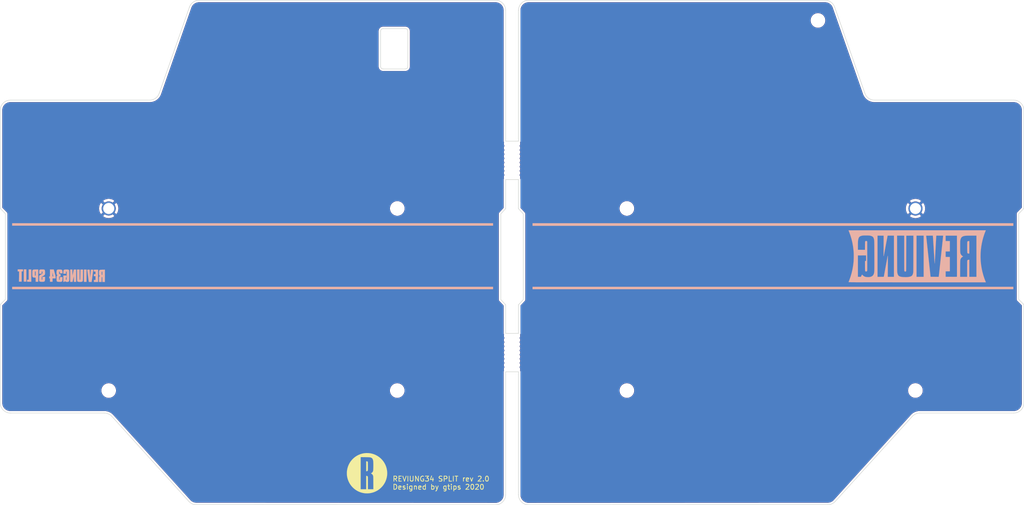
<source format=kicad_pcb>
(kicad_pcb (version 20171130) (host pcbnew "(5.1.6-0-10_14)")

  (general
    (thickness 1.6)
    (drawings 169)
    (tracks 0)
    (zones 0)
    (modules 16)
    (nets 2)
  )

  (page A4)
  (title_block
    (title REVIUNG34-SPLIT-BOTTOM)
    (date 2020-10-19)
    (rev 2.0)
  )

  (layers
    (0 F.Cu signal)
    (31 B.Cu signal)
    (32 B.Adhes user)
    (33 F.Adhes user)
    (34 B.Paste user)
    (35 F.Paste user)
    (36 B.SilkS user)
    (37 F.SilkS user)
    (38 B.Mask user)
    (39 F.Mask user)
    (40 Dwgs.User user)
    (41 Cmts.User user)
    (42 Eco1.User user)
    (43 Eco2.User user)
    (44 Edge.Cuts user)
    (45 Margin user)
    (46 B.CrtYd user)
    (47 F.CrtYd user)
    (48 B.Fab user)
    (49 F.Fab user)
  )

  (setup
    (last_trace_width 0.2)
    (user_trace_width 0.2)
    (user_trace_width 0.4)
    (user_trace_width 0.6)
    (user_trace_width 0.8)
    (user_trace_width 1)
    (user_trace_width 1.2)
    (user_trace_width 1.6)
    (user_trace_width 2)
    (trace_clearance 0.2)
    (zone_clearance 0.508)
    (zone_45_only no)
    (trace_min 0.1524)
    (via_size 0.6)
    (via_drill 0.3)
    (via_min_size 0.5)
    (via_min_drill 0.2)
    (user_via 0.9 0.5)
    (user_via 1.2 0.8)
    (user_via 1.4 0.9)
    (user_via 1.5 1)
    (uvia_size 0.3)
    (uvia_drill 0.1)
    (uvias_allowed no)
    (uvia_min_size 0.2)
    (uvia_min_drill 0.1)
    (edge_width 0.05)
    (segment_width 0.2)
    (pcb_text_width 0.3)
    (pcb_text_size 1.5 1.5)
    (mod_edge_width 0.12)
    (mod_text_size 1 1)
    (mod_text_width 0.15)
    (pad_size 1.524 1.524)
    (pad_drill 0.762)
    (pad_to_mask_clearance 0.051)
    (solder_mask_min_width 0.25)
    (aux_axis_origin 50 50)
    (grid_origin 50 50)
    (visible_elements 7FFFFFFF)
    (pcbplotparams
      (layerselection 0x010f0_ffffffff)
      (usegerberextensions true)
      (usegerberattributes false)
      (usegerberadvancedattributes false)
      (creategerberjobfile false)
      (excludeedgelayer true)
      (linewidth 0.100000)
      (plotframeref false)
      (viasonmask false)
      (mode 1)
      (useauxorigin false)
      (hpglpennumber 1)
      (hpglpenspeed 20)
      (hpglpendiameter 15.000000)
      (psnegative false)
      (psa4output false)
      (plotreference true)
      (plotvalue false)
      (plotinvisibletext false)
      (padsonsilk true)
      (subtractmaskfromsilk false)
      (outputformat 1)
      (mirror false)
      (drillshape 0)
      (scaleselection 1)
      (outputdirectory "GBR_BOTTOM_v2.0/"))
  )

  (net 0 "")
  (net 1 GND)

  (net_class Default "これはデフォルトのネット クラスです。"
    (clearance 0.2)
    (trace_width 0.2)
    (via_dia 0.6)
    (via_drill 0.3)
    (uvia_dia 0.3)
    (uvia_drill 0.1)
    (add_net GND)
  )

  (module _reviung-kbd:MountingHole_2.2mm_M2_Pad (layer F.Cu) (tedit 5F8983CE) (tstamp 5F89F097)
    (at 231.19 91.29)
    (descr "Mounting Hole 2.2mm, M2")
    (tags "mounting hole 2.2mm m2")
    (path /5F8D2520)
    (attr virtual)
    (fp_text reference H2 (at 0 -3.2) (layer F.Fab)
      (effects (font (size 1 1) (thickness 0.15)))
    )
    (fp_text value MountingHole_Pad (at 0 3.2) (layer F.Fab)
      (effects (font (size 1 1) (thickness 0.15)))
    )
    (fp_circle (center 0 0) (end 1.6 0) (layer Cmts.User) (width 0.05))
    (fp_circle (center 0 0) (end 1.8 0) (layer F.CrtYd) (width 0.05))
    (fp_text user %R (at 0.3 0) (layer F.Fab)
      (effects (font (size 1 1) (thickness 0.15)))
    )
    (pad 1 thru_hole circle (at 0 0) (size 2.8 2.8) (drill 2.2) (layers *.Cu *.Mask)
      (net 1 GND))
  )

  (module _reviung-kbd:MountingHole_2.2mm_M2_Pad (layer F.Cu) (tedit 5F8983CE) (tstamp 5D6913F2)
    (at 71.4 91.28)
    (descr "Mounting Hole 2.2mm, M2")
    (tags "mounting hole 2.2mm m2")
    (path /5D68D74E)
    (attr virtual)
    (fp_text reference H1 (at 0 -3.2) (layer F.SilkS) hide
      (effects (font (size 1 1) (thickness 0.15)))
    )
    (fp_text value MountingHole_Pad (at 0 3.2) (layer F.Fab)
      (effects (font (size 1 1) (thickness 0.15)))
    )
    (fp_circle (center 0 0) (end 1.6 0) (layer Cmts.User) (width 0.05))
    (fp_circle (center 0 0) (end 1.8 0) (layer F.CrtYd) (width 0.05))
    (fp_text user %R (at 0.3 0) (layer F.Fab)
      (effects (font (size 1 1) (thickness 0.15)))
    )
    (pad 1 thru_hole circle (at 0 0) (size 2.8 2.8) (drill 2.2) (layers *.Cu *.Mask)
      (net 1 GND))
  )

  (module _reviung-kbd:R-x4-ver1 (layer F.Cu) (tedit 0) (tstamp 5F89DEBC)
    (at 122.55 143.75)
    (fp_text reference G*** (at 0 0) (layer F.SilkS) hide
      (effects (font (size 1.524 1.524) (thickness 0.3)))
    )
    (fp_text value LOGO (at 0.75 0) (layer F.SilkS) hide
      (effects (font (size 1.524 1.524) (thickness 0.3)))
    )
    (fp_poly (pts (xy 0.044685 -2.318078) (xy 0.119655 -2.289475) (xy 0.162313 -2.246092) (xy 0.167647 -2.214209)
      (xy 0.172379 -2.145718) (xy 0.176485 -2.046337) (xy 0.179938 -1.921786) (xy 0.182713 -1.777787)
      (xy 0.184784 -1.620059) (xy 0.186128 -1.454322) (xy 0.186717 -1.286297) (xy 0.186527 -1.121702)
      (xy 0.185532 -0.966259) (xy 0.183708 -0.825688) (xy 0.181028 -0.705708) (xy 0.177467 -0.61204)
      (xy 0.172999 -0.550404) (xy 0.169918 -0.531342) (xy 0.130637 -0.451884) (xy 0.06279 -0.402355)
      (xy -0.035168 -0.381753) (xy -0.062449 -0.381) (xy -0.148167 -0.381) (xy -0.148167 -2.328334)
      (xy -0.053913 -2.328334) (xy 0.044685 -2.318078)) (layer F.SilkS) (width 0.01))
    (fp_poly (pts (xy 0.260831 -3.971907) (xy 0.657619 -3.927411) (xy 1.049113 -3.84315) (xy 1.432102 -3.719153)
      (xy 1.784792 -3.564753) (xy 2.140065 -3.365757) (xy 2.466316 -3.137992) (xy 2.762983 -2.884027)
      (xy 3.029506 -2.606432) (xy 3.265324 -2.307776) (xy 3.469875 -1.990627) (xy 3.642599 -1.657554)
      (xy 3.782936 -1.311127) (xy 3.890325 -0.953913) (xy 3.964204 -0.588483) (xy 4.004013 -0.217404)
      (xy 4.009192 0.156754) (xy 3.979179 0.531422) (xy 3.913413 0.904032) (xy 3.811335 1.272014)
      (xy 3.672382 1.632799) (xy 3.495995 1.983819) (xy 3.281612 2.322505) (xy 3.117447 2.54)
      (xy 3.01386 2.659791) (xy 2.887277 2.793066) (xy 2.748426 2.929468) (xy 2.608035 3.058642)
      (xy 2.476834 3.170231) (xy 2.413 3.219968) (xy 2.074835 3.446517) (xy 1.717158 3.636755)
      (xy 1.343354 3.789746) (xy 0.956806 3.904554) (xy 0.5609 3.980244) (xy 0.15902 4.015881)
      (xy -0.245449 4.010528) (xy -0.3999 3.997471) (xy -0.80111 3.934916) (xy -1.188135 3.833797)
      (xy -1.558906 3.696113) (xy -1.911356 3.523861) (xy -2.243417 3.319042) (xy -2.405034 3.196166)
      (xy -1.248834 3.196166) (xy -0.148167 3.196166) (xy -0.148167 0.550333) (xy -0.068792 0.550645)
      (xy 0.033079 0.56623) (xy 0.108528 0.613568) (xy 0.153425 0.677627) (xy 0.161291 0.69595)
      (xy 0.167965 0.719307) (xy 0.173544 0.75109) (xy 0.178125 0.794695) (xy 0.181804 0.853514)
      (xy 0.184678 0.930942) (xy 0.186846 1.030372) (xy 0.188403 1.155197) (xy 0.189446 1.308811)
      (xy 0.190074 1.494608) (xy 0.190381 1.715982) (xy 0.190467 1.973791) (xy 0.1905 3.196166)
      (xy 1.272135 3.196166) (xy 1.2653 1.920875) (xy 1.26385 1.656552) (xy 1.262465 1.431061)
      (xy 1.261012 1.240896) (xy 1.259357 1.082557) (xy 1.257368 0.952539) (xy 1.25491 0.847341)
      (xy 1.25185 0.76346) (xy 1.248056 0.697393) (xy 1.243393 0.645637) (xy 1.237728 0.60469)
      (xy 1.230929 0.571048) (xy 1.22286 0.54121) (xy 1.21339 0.511673) (xy 1.211423 0.50581)
      (xy 1.139046 0.35336) (xy 1.03426 0.222376) (xy 0.903448 0.120649) (xy 0.88912 0.112351)
      (xy 0.786274 0.054538) (xy 0.874679 0.004649) (xy 1.003984 -0.085595) (xy 1.104226 -0.196637)
      (xy 1.180691 -0.335442) (xy 1.22357 -0.455084) (xy 1.233687 -0.510884) (xy 1.242607 -0.603106)
      (xy 1.250276 -0.725854) (xy 1.256643 -0.873232) (xy 1.261654 -1.039344) (xy 1.265256 -1.218293)
      (xy 1.267397 -1.404185) (xy 1.268024 -1.591123) (xy 1.267083 -1.77321) (xy 1.264523 -1.944551)
      (xy 1.260289 -2.099251) (xy 1.25433 -2.231412) (xy 1.246592 -2.335139) (xy 1.240855 -2.382738)
      (xy 1.20502 -2.571884) (xy 1.158718 -2.724329) (xy 1.099257 -2.844984) (xy 1.023947 -2.938761)
      (xy 0.930096 -3.010572) (xy 0.882907 -3.036147) (xy 0.822408 -3.064367) (xy 0.763371 -3.087968)
      (xy 0.701326 -3.107416) (xy 0.631804 -3.123182) (xy 0.550333 -3.135733) (xy 0.452443 -3.145537)
      (xy 0.333665 -3.153064) (xy 0.189528 -3.158781) (xy 0.015562 -3.163158) (xy -0.192704 -3.166662)
      (xy -0.386292 -3.169143) (xy -1.248834 -3.179293) (xy -1.248834 3.196166) (xy -2.405034 3.196166)
      (xy -2.553023 3.083652) (xy -2.838105 2.819689) (xy -3.096596 2.529153) (xy -3.326429 2.214042)
      (xy -3.525536 1.876353) (xy -3.69185 1.518085) (xy -3.823303 1.141236) (xy -3.917828 0.747805)
      (xy -3.94736 0.568746) (xy -3.964041 0.409312) (xy -3.974042 0.222012) (xy -3.977364 0.020784)
      (xy -3.974008 -0.180436) (xy -3.963974 -0.367711) (xy -3.947321 -0.526692) (xy -3.868838 -0.932723)
      (xy -3.751869 -1.323193) (xy -3.59799 -1.695957) (xy -3.408777 -2.048871) (xy -3.185805 -2.379792)
      (xy -2.930652 -2.686577) (xy -2.644891 -2.967083) (xy -2.3301 -3.219165) (xy -1.987854 -3.44068)
      (xy -1.690249 -3.596864) (xy -1.31511 -3.751641) (xy -0.929223 -3.866504) (xy -0.535799 -3.941483)
      (xy -0.138045 -3.976607) (xy 0.260831 -3.971907)) (layer F.SilkS) (width 0.01))
  )

  (module _reviung-kbd:Stamp_Holes_7.5mm (layer F.Cu) (tedit 5F895E02) (tstamp 5F89F41A)
    (at 152.25 81.76 270)
    (fp_text reference breakaway (at -0.03 -2.02 90) (layer F.Fab) hide
      (effects (font (size 1 1) (thickness 0.15)))
    )
    (fp_text value Stamp_Holes_7.5mm (at 0.01 -3.73 90) (layer F.Fab)
      (effects (font (size 1 1) (thickness 0.15)))
    )
    (fp_line (start 3.75 0.34) (end 3 0.34) (layer F.Fab) (width 0.05))
    (fp_line (start 3.75 -0.32) (end 3 -0.32) (layer F.Fab) (width 0.05))
    (fp_line (start -3 0.33) (end -3.75 0.33) (layer F.Fab) (width 0.05))
    (fp_line (start -3 -0.33) (end -3.75 -0.33) (layer F.Fab) (width 0.05))
    (fp_line (start -3.75 -0.33) (end -3.75 0.33) (layer F.Fab) (width 0.05))
    (fp_line (start 3.75 -0.32) (end 3.75 0.34) (layer F.Fab) (width 0.05))
    (pad "" np_thru_hole circle (at 3.3 0.01 270) (size 0.6 0.6) (drill 0.6) (layers *.Cu *.Mask))
    (pad "" np_thru_hole circle (at -3.3 0 270) (size 0.6 0.6) (drill 0.6) (layers *.Cu *.Mask))
    (pad "" np_thru_hole circle (at 2.475 0 270) (size 0.6 0.6) (drill 0.6) (layers *.Cu *.Mask))
    (pad "" np_thru_hole circle (at 0 0 270) (size 0.6 0.6) (drill 0.6) (layers *.Cu *.Mask))
    (pad "" np_thru_hole circle (at -0.825 0 270) (size 0.6 0.6) (drill 0.6) (layers *.Cu *.Mask))
    (pad "" np_thru_hole circle (at -1.65 0 270) (size 0.6 0.6) (drill 0.6) (layers *.Cu *.Mask))
    (pad "" np_thru_hole circle (at -2.475 0 270) (size 0.6 0.6) (drill 0.6) (layers *.Cu *.Mask))
    (pad "" np_thru_hole circle (at 0.825 0 270) (size 0.6 0.6) (drill 0.6) (layers *.Cu *.Mask))
    (pad "" np_thru_hole circle (at 1.65 0 270) (size 0.6 0.6) (drill 0.6) (layers *.Cu *.Mask))
  )

  (module _reviung-kbd:Stamp_Holes_7.5mm (layer F.Cu) (tedit 5F895E02) (tstamp 5F89F3D3)
    (at 150.31 81.76 90)
    (fp_text reference breakaway (at -0.03 -2.02 90) (layer F.Fab) hide
      (effects (font (size 1 1) (thickness 0.15)))
    )
    (fp_text value Stamp_Holes_7.5mm (at 0.01 -3.73 90) (layer F.Fab)
      (effects (font (size 1 1) (thickness 0.15)))
    )
    (fp_line (start 3.75 0.34) (end 3 0.34) (layer F.Fab) (width 0.05))
    (fp_line (start 3.75 -0.32) (end 3 -0.32) (layer F.Fab) (width 0.05))
    (fp_line (start -3 0.33) (end -3.75 0.33) (layer F.Fab) (width 0.05))
    (fp_line (start -3 -0.33) (end -3.75 -0.33) (layer F.Fab) (width 0.05))
    (fp_line (start -3.75 -0.33) (end -3.75 0.33) (layer F.Fab) (width 0.05))
    (fp_line (start 3.75 -0.32) (end 3.75 0.34) (layer F.Fab) (width 0.05))
    (pad "" np_thru_hole circle (at 3.3 0.01 90) (size 0.6 0.6) (drill 0.6) (layers *.Cu *.Mask))
    (pad "" np_thru_hole circle (at -3.3 0 90) (size 0.6 0.6) (drill 0.6) (layers *.Cu *.Mask))
    (pad "" np_thru_hole circle (at 2.475 0 90) (size 0.6 0.6) (drill 0.6) (layers *.Cu *.Mask))
    (pad "" np_thru_hole circle (at 0 0 90) (size 0.6 0.6) (drill 0.6) (layers *.Cu *.Mask))
    (pad "" np_thru_hole circle (at -0.825 0 90) (size 0.6 0.6) (drill 0.6) (layers *.Cu *.Mask))
    (pad "" np_thru_hole circle (at -1.65 0 90) (size 0.6 0.6) (drill 0.6) (layers *.Cu *.Mask))
    (pad "" np_thru_hole circle (at -2.475 0 90) (size 0.6 0.6) (drill 0.6) (layers *.Cu *.Mask))
    (pad "" np_thru_hole circle (at 0.825 0 90) (size 0.6 0.6) (drill 0.6) (layers *.Cu *.Mask))
    (pad "" np_thru_hole circle (at 1.65 0 90) (size 0.6 0.6) (drill 0.6) (layers *.Cu *.Mask))
  )

  (module _reviung-kbd:Stamp_Holes_7.5mm (layer F.Cu) (tedit 5F895E02) (tstamp 5F89F4A9)
    (at 152.25 119.85 270)
    (fp_text reference breakaway (at -0.03 -2.02 90) (layer F.Fab) hide
      (effects (font (size 1 1) (thickness 0.15)))
    )
    (fp_text value Stamp_Holes_7.5mm (at 0.01 -3.73 90) (layer F.Fab)
      (effects (font (size 1 1) (thickness 0.15)))
    )
    (fp_line (start 3.75 0.34) (end 3 0.34) (layer F.Fab) (width 0.05))
    (fp_line (start 3.75 -0.32) (end 3 -0.32) (layer F.Fab) (width 0.05))
    (fp_line (start -3 0.33) (end -3.75 0.33) (layer F.Fab) (width 0.05))
    (fp_line (start -3 -0.33) (end -3.75 -0.33) (layer F.Fab) (width 0.05))
    (fp_line (start -3.75 -0.33) (end -3.75 0.33) (layer F.Fab) (width 0.05))
    (fp_line (start 3.75 -0.32) (end 3.75 0.34) (layer F.Fab) (width 0.05))
    (pad "" np_thru_hole circle (at 3.3 0.01 270) (size 0.6 0.6) (drill 0.6) (layers *.Cu *.Mask))
    (pad "" np_thru_hole circle (at -3.3 0 270) (size 0.6 0.6) (drill 0.6) (layers *.Cu *.Mask))
    (pad "" np_thru_hole circle (at 2.475 0 270) (size 0.6 0.6) (drill 0.6) (layers *.Cu *.Mask))
    (pad "" np_thru_hole circle (at 0 0 270) (size 0.6 0.6) (drill 0.6) (layers *.Cu *.Mask))
    (pad "" np_thru_hole circle (at -0.825 0 270) (size 0.6 0.6) (drill 0.6) (layers *.Cu *.Mask))
    (pad "" np_thru_hole circle (at -1.65 0 270) (size 0.6 0.6) (drill 0.6) (layers *.Cu *.Mask))
    (pad "" np_thru_hole circle (at -2.475 0 270) (size 0.6 0.6) (drill 0.6) (layers *.Cu *.Mask))
    (pad "" np_thru_hole circle (at 0.825 0 270) (size 0.6 0.6) (drill 0.6) (layers *.Cu *.Mask))
    (pad "" np_thru_hole circle (at 1.65 0 270) (size 0.6 0.6) (drill 0.6) (layers *.Cu *.Mask))
  )

  (module _reviung-kbd:Stamp_Holes_7.5mm (layer F.Cu) (tedit 5F895E02) (tstamp 5F89F462)
    (at 150.31 119.85 90)
    (fp_text reference breakaway (at -0.03 -2.02 90) (layer F.Fab) hide
      (effects (font (size 1 1) (thickness 0.15)))
    )
    (fp_text value Stamp_Holes_7.5mm (at 0.01 -3.73 90) (layer F.Fab)
      (effects (font (size 1 1) (thickness 0.15)))
    )
    (fp_line (start 3.75 0.34) (end 3 0.34) (layer F.Fab) (width 0.05))
    (fp_line (start 3.75 -0.32) (end 3 -0.32) (layer F.Fab) (width 0.05))
    (fp_line (start -3 0.33) (end -3.75 0.33) (layer F.Fab) (width 0.05))
    (fp_line (start -3 -0.33) (end -3.75 -0.33) (layer F.Fab) (width 0.05))
    (fp_line (start -3.75 -0.33) (end -3.75 0.33) (layer F.Fab) (width 0.05))
    (fp_line (start 3.75 -0.32) (end 3.75 0.34) (layer F.Fab) (width 0.05))
    (pad "" np_thru_hole circle (at 3.3 0.01 90) (size 0.6 0.6) (drill 0.6) (layers *.Cu *.Mask))
    (pad "" np_thru_hole circle (at -3.3 0 90) (size 0.6 0.6) (drill 0.6) (layers *.Cu *.Mask))
    (pad "" np_thru_hole circle (at 2.475 0 90) (size 0.6 0.6) (drill 0.6) (layers *.Cu *.Mask))
    (pad "" np_thru_hole circle (at 0 0 90) (size 0.6 0.6) (drill 0.6) (layers *.Cu *.Mask))
    (pad "" np_thru_hole circle (at -0.825 0 90) (size 0.6 0.6) (drill 0.6) (layers *.Cu *.Mask))
    (pad "" np_thru_hole circle (at -1.65 0 90) (size 0.6 0.6) (drill 0.6) (layers *.Cu *.Mask))
    (pad "" np_thru_hole circle (at -2.475 0 90) (size 0.6 0.6) (drill 0.6) (layers *.Cu *.Mask))
    (pad "" np_thru_hole circle (at 0.825 0 90) (size 0.6 0.6) (drill 0.6) (layers *.Cu *.Mask))
    (pad "" np_thru_hole circle (at 1.65 0 90) (size 0.6 0.6) (drill 0.6) (layers *.Cu *.Mask))
  )

  (module MountingHole:MountingHole_2.2mm_M2 (layer F.Cu) (tedit 56D1B4CB) (tstamp 5F89F36D)
    (at 71.4 127.38)
    (descr "Mounting Hole 2.2mm, no annular, M2")
    (tags "mounting hole 2.2mm no annular m2")
    (attr virtual)
    (fp_text reference REF** (at 0 -3.2) (layer F.Fab)
      (effects (font (size 1 1) (thickness 0.15)))
    )
    (fp_text value MountingHole_2.2mm_M2 (at 0 3.2) (layer F.Fab)
      (effects (font (size 1 1) (thickness 0.15)))
    )
    (fp_circle (center 0 0) (end 2.45 0) (layer F.CrtYd) (width 0.05))
    (fp_circle (center 0 0) (end 2.2 0) (layer Cmts.User) (width 0.15))
    (fp_text user %R (at 0.3 0) (layer F.Fab)
      (effects (font (size 1 1) (thickness 0.15)))
    )
    (pad 1 np_thru_hole circle (at 0 0) (size 2.2 2.2) (drill 2.2) (layers *.Cu *.Mask))
  )

  (module MountingHole:MountingHole_2.2mm_M2 (layer F.Cu) (tedit 56D1B4CB) (tstamp 5F89F349)
    (at 128.55 127.38)
    (descr "Mounting Hole 2.2mm, no annular, M2")
    (tags "mounting hole 2.2mm no annular m2")
    (attr virtual)
    (fp_text reference REF** (at 0 -3.2) (layer F.Fab)
      (effects (font (size 1 1) (thickness 0.15)))
    )
    (fp_text value MountingHole_2.2mm_M2 (at 0 3.2) (layer F.Fab)
      (effects (font (size 1 1) (thickness 0.15)))
    )
    (fp_circle (center 0 0) (end 2.45 0) (layer F.CrtYd) (width 0.05))
    (fp_circle (center 0 0) (end 2.2 0) (layer Cmts.User) (width 0.15))
    (fp_text user %R (at 0.3 0) (layer F.Fab)
      (effects (font (size 1 1) (thickness 0.15)))
    )
    (pad 1 np_thru_hole circle (at 0 0) (size 2.2 2.2) (drill 2.2) (layers *.Cu *.Mask))
  )

  (module MountingHole:MountingHole_2.2mm_M2 (layer F.Cu) (tedit 56D1B4CB) (tstamp 5F89F325)
    (at 128.56 91.28)
    (descr "Mounting Hole 2.2mm, no annular, M2")
    (tags "mounting hole 2.2mm no annular m2")
    (attr virtual)
    (fp_text reference REF** (at 0 -3.2) (layer F.Fab)
      (effects (font (size 1 1) (thickness 0.15)))
    )
    (fp_text value MountingHole_2.2mm_M2 (at 0 3.2) (layer F.Fab)
      (effects (font (size 1 1) (thickness 0.15)))
    )
    (fp_circle (center 0 0) (end 2.45 0) (layer F.CrtYd) (width 0.05))
    (fp_circle (center 0 0) (end 2.2 0) (layer Cmts.User) (width 0.15))
    (fp_text user %R (at 0.3 0) (layer F.Fab)
      (effects (font (size 1 1) (thickness 0.15)))
    )
    (pad 1 np_thru_hole circle (at 0 0) (size 2.2 2.2) (drill 2.2) (layers *.Cu *.Mask))
  )

  (module MountingHole:MountingHole_2.2mm_M2 (layer F.Cu) (tedit 56D1B4CB) (tstamp 5F89F301)
    (at 174.03 91.28)
    (descr "Mounting Hole 2.2mm, no annular, M2")
    (tags "mounting hole 2.2mm no annular m2")
    (attr virtual)
    (fp_text reference REF** (at 0 -3.2) (layer F.Fab)
      (effects (font (size 1 1) (thickness 0.15)))
    )
    (fp_text value MountingHole_2.2mm_M2 (at 0 3.2) (layer F.Fab)
      (effects (font (size 1 1) (thickness 0.15)))
    )
    (fp_circle (center 0 0) (end 2.45 0) (layer F.CrtYd) (width 0.05))
    (fp_circle (center 0 0) (end 2.2 0) (layer Cmts.User) (width 0.15))
    (fp_text user %R (at 0.3 0) (layer F.Fab)
      (effects (font (size 1 1) (thickness 0.15)))
    )
    (pad 1 np_thru_hole circle (at 0 0) (size 2.2 2.2) (drill 2.2) (layers *.Cu *.Mask))
  )

  (module MountingHole:MountingHole_2.2mm_M2 (layer F.Cu) (tedit 56D1B4CB) (tstamp 5F89F2B4)
    (at 174.03 127.38)
    (descr "Mounting Hole 2.2mm, no annular, M2")
    (tags "mounting hole 2.2mm no annular m2")
    (attr virtual)
    (fp_text reference REF** (at 0 -3.2) (layer F.Fab)
      (effects (font (size 1 1) (thickness 0.15)))
    )
    (fp_text value MountingHole_2.2mm_M2 (at 0 3.2) (layer F.Fab)
      (effects (font (size 1 1) (thickness 0.15)))
    )
    (fp_circle (center 0 0) (end 2.45 0) (layer F.CrtYd) (width 0.05))
    (fp_circle (center 0 0) (end 2.2 0) (layer Cmts.User) (width 0.15))
    (fp_text user %R (at 0.3 0) (layer F.Fab)
      (effects (font (size 1 1) (thickness 0.15)))
    )
    (pad 1 np_thru_hole circle (at 0 0) (size 2.2 2.2) (drill 2.2) (layers *.Cu *.Mask))
  )

  (module MountingHole:MountingHole_2.2mm_M2 (layer F.Cu) (tedit 56D1B4CB) (tstamp 5F89F290)
    (at 231.18 127.37)
    (descr "Mounting Hole 2.2mm, no annular, M2")
    (tags "mounting hole 2.2mm no annular m2")
    (attr virtual)
    (fp_text reference REF** (at 0 -3.2) (layer F.Fab)
      (effects (font (size 1 1) (thickness 0.15)))
    )
    (fp_text value MountingHole_2.2mm_M2 (at 0 3.2) (layer F.Fab)
      (effects (font (size 1 1) (thickness 0.15)))
    )
    (fp_circle (center 0 0) (end 2.45 0) (layer F.CrtYd) (width 0.05))
    (fp_circle (center 0 0) (end 2.2 0) (layer Cmts.User) (width 0.15))
    (fp_text user %R (at 0.3 0) (layer F.Fab)
      (effects (font (size 1 1) (thickness 0.15)))
    )
    (pad 1 np_thru_hole circle (at 0 0) (size 2.2 2.2) (drill 2.2) (layers *.Cu *.Mask))
  )

  (module MountingHole:MountingHole_2.2mm_M2 (layer F.Cu) (tedit 56D1B4CB) (tstamp 5F89F248)
    (at 211.88 54)
    (descr "Mounting Hole 2.2mm, no annular, M2")
    (tags "mounting hole 2.2mm no annular m2")
    (attr virtual)
    (fp_text reference REF** (at 0 -3.2) (layer F.Fab)
      (effects (font (size 1 1) (thickness 0.15)))
    )
    (fp_text value MountingHole_2.2mm_M2 (at 0 3.2) (layer F.Fab)
      (effects (font (size 1 1) (thickness 0.15)))
    )
    (fp_circle (center 0 0) (end 2.45 0) (layer F.CrtYd) (width 0.05))
    (fp_circle (center 0 0) (end 2.2 0) (layer Cmts.User) (width 0.15))
    (fp_text user %R (at 0.3 0) (layer F.Fab)
      (effects (font (size 1 1) (thickness 0.15)))
    )
    (pad 1 np_thru_hole circle (at 0 0) (size 2.2 2.2) (drill 2.2) (layers *.Cu *.Mask))
  )

  (module _reviung-kbd:REVIUNG34-split-BP-L-logo-ver2 (layer B.Cu) (tedit 0) (tstamp 5D7A3789)
    (at 202.95 100.75 180)
    (fp_text reference G*** (at 0 0) (layer B.SilkS) hide
      (effects (font (size 1.524 1.524) (thickness 0.3)) (justify mirror))
    )
    (fp_text value LOGO (at 0.75 0) (layer B.SilkS) hide
      (effects (font (size 1.524 1.524) (thickness 0.3)) (justify mirror))
    )
    (fp_poly (pts (xy -38.766867 2.998952) (xy -38.667466 2.986213) (xy -38.600965 2.966768) (xy -38.55796 2.93544)
      (xy -38.529045 2.887056) (xy -38.519737 2.862955) (xy -38.512501 2.82105) (xy -38.506233 2.7424)
      (xy -38.50093 2.632156) (xy -38.496589 2.495475) (xy -38.493207 2.337508) (xy -38.490781 2.163412)
      (xy -38.489308 1.978339) (xy -38.488784 1.787443) (xy -38.489208 1.59588) (xy -38.490575 1.408802)
      (xy -38.492884 1.231363) (xy -38.49613 1.068719) (xy -38.500311 0.926022) (xy -38.505424 0.808427)
      (xy -38.511466 0.721088) (xy -38.518434 0.669159) (xy -38.521024 0.660461) (xy -38.569079 0.590937)
      (xy -38.645155 0.547997) (xy -38.752624 0.529977) (xy -38.786866 0.529167) (xy -38.904334 0.529167)
      (xy -38.904334 3.011789) (xy -38.766867 2.998952)) (layer B.SilkS) (width 0.01))
    (fp_poly (pts (xy 47.603833 6.0325) (xy -47.625 6.0325) (xy -47.625 6.5405) (xy 47.603833 6.5405)
      (xy 47.603833 6.0325)) (layer B.SilkS) (width 0.01))
    (fp_poly (pts (xy -27.826654 5.143483) (xy -27.08021 5.14343) (xy -26.34541 5.143344) (xy -25.623371 5.143225)
      (xy -24.915212 5.143073) (xy -24.222051 5.142891) (xy -23.545005 5.142678) (xy -22.885194 5.142437)
      (xy -22.243734 5.142167) (xy -21.621744 5.14187) (xy -21.020342 5.141547) (xy -20.440646 5.141198)
      (xy -19.883775 5.140825) (xy -19.350846 5.140428) (xy -18.842976 5.140009) (xy -18.361286 5.139568)
      (xy -17.906891 5.139107) (xy -17.480912 5.138626) (xy -17.084464 5.138126) (xy -16.718667 5.137608)
      (xy -16.384639 5.137074) (xy -16.083498 5.136523) (xy -15.816361 5.135958) (xy -15.584347 5.135378)
      (xy -15.388574 5.134786) (xy -15.23016 5.134181) (xy -15.110224 5.133565) (xy -15.029882 5.132939)
      (xy -14.990253 5.132303) (xy -14.986 5.132015) (xy -14.993408 5.109527) (xy -15.013951 5.054295)
      (xy -15.045111 4.972907) (xy -15.084371 4.871952) (xy -15.121518 4.777473) (xy -15.366621 4.102319)
      (xy -15.572761 3.415824) (xy -15.740376 2.715983) (xy -15.869906 2.000794) (xy -15.96179 1.268251)
      (xy -16.003483 0.751417) (xy -16.012073 0.568623) (xy -16.017237 0.354948) (xy -16.019126 0.119605)
      (xy -16.017891 -0.128193) (xy -16.013683 -0.379235) (xy -16.006654 -0.624309) (xy -15.996954 -0.854203)
      (xy -15.984736 -1.059704) (xy -15.971071 -1.222588) (xy -15.878342 -1.958938) (xy -15.750774 -2.672818)
      (xy -15.587811 -3.366591) (xy -15.388899 -4.042622) (xy -15.153481 -4.703276) (xy -15.15236 -4.706162)
      (xy -15.10539 -4.827474) (xy -15.063327 -4.936945) (xy -15.028746 -5.027804) (xy -15.004222 -5.093281)
      (xy -14.992332 -5.126606) (xy -14.99202 -5.127625) (xy -14.992581 -5.130101) (xy -14.9964 -5.132466)
      (xy -15.004438 -5.13472) (xy -15.017654 -5.136867) (xy -15.037007 -5.138908) (xy -15.063456 -5.140848)
      (xy -15.097961 -5.142688) (xy -15.141481 -5.144431) (xy -15.194976 -5.14608) (xy -15.259404 -5.147637)
      (xy -15.335725 -5.149105) (xy -15.424898 -5.150487) (xy -15.527883 -5.151784) (xy -15.645639 -5.153)
      (xy -15.779125 -5.154138) (xy -15.9293 -5.155199) (xy -16.097124 -5.156187) (xy -16.283556 -5.157105)
      (xy -16.489556 -5.157954) (xy -16.716082 -5.158737) (xy -16.964094 -5.159457) (xy -17.234552 -5.160117)
      (xy -17.528414 -5.16072) (xy -17.84664 -5.161267) (xy -18.190189 -5.161761) (xy -18.56002 -5.162206)
      (xy -18.957094 -5.162603) (xy -19.382368 -5.162956) (xy -19.836803 -5.163267) (xy -20.321358 -5.163538)
      (xy -20.836992 -5.163772) (xy -21.384664 -5.163972) (xy -21.965333 -5.164141) (xy -22.57996 -5.16428)
      (xy -23.229503 -5.164393) (xy -23.914921 -5.164483) (xy -24.637174 -5.164551) (xy -25.397221 -5.164601)
      (xy -26.196022 -5.164634) (xy -27.034536 -5.164655) (xy -27.913721 -5.164664) (xy -28.583399 -5.164666)
      (xy -42.185735 -5.164666) (xy -42.151993 -5.085291) (xy -41.895822 -4.430195) (xy -41.674953 -3.754607)
      (xy -41.490206 -3.062591) (xy -41.342403 -2.358213) (xy -41.232361 -1.645538) (xy -41.160903 -0.928631)
      (xy -41.128847 -0.211558) (xy -41.127039 -0.004473) (xy -41.143605 0.6303) (xy -41.193177 1.274509)
      (xy -41.274508 1.921832) (xy -41.38635 2.565944) (xy -41.527458 3.200523) (xy -41.696583 3.819244)
      (xy -41.783908 4.085167) (xy -40.3225 4.085167) (xy -40.3225 -4.085166) (xy -38.904334 -4.085166)
      (xy -38.904334 -0.693568) (xy -38.766193 -0.702364) (xy -38.655512 -0.720366) (xy -38.577387 -0.76081)
      (xy -38.526141 -0.827961) (xy -38.501195 -0.901541) (xy -38.498052 -0.935921) (xy -38.495055 -1.009084)
      (xy -38.492248 -1.117479) (xy -38.489673 -1.257555) (xy -38.487374 -1.425762) (xy -38.485392 -1.618549)
      (xy -38.483771 -1.832366) (xy -38.482553 -2.063661) (xy -38.481782 -2.308885) (xy -38.481505 -2.534708)
      (xy -38.481 -4.085166) (xy -37.082274 -4.085166) (xy -37.089072 -2.460625) (xy -37.090352 -2.15183)
      (xy -37.091476 -1.902845) (xy -36.466369 -1.902845) (xy -36.466311 -2.237497) (xy -36.466148 -2.550611)
      (xy -36.465884 -2.840123) (xy -36.465519 -3.103966) (xy -36.465058 -3.340074) (xy -36.464502 -3.546382)
      (xy -36.463854 -3.720824) (xy -36.463115 -3.861335) (xy -36.462289 -3.965847) (xy -36.461378 -4.032297)
      (xy -36.460384 -4.058617) (xy -36.460314 -4.058895) (xy -36.449829 -4.064961) (xy -36.421486 -4.069991)
      (xy -36.372429 -4.074041) (xy -36.299801 -4.077162) (xy -36.200746 -4.079411) (xy -36.072407 -4.080838)
      (xy -35.911926 -4.0815) (xy -35.716449 -4.081448) (xy -35.483116 -4.080737) (xy -35.333051 -4.080062)
      (xy -34.215917 -4.074583) (xy -34.215917 -2.995083) (xy -34.633959 -2.989344) (xy -35.052 -2.983605)
      (xy -35.052 -0.149061) (xy -34.633959 -0.143322) (xy -34.215917 -0.137583) (xy -34.215917 0.941917)
      (xy -34.633959 0.947656) (xy -35.052 0.953395) (xy -35.052 3.004772) (xy -34.633959 3.010511)
      (xy -34.215917 3.01625) (xy -34.215917 4.069292) (xy -33.723961 4.069292) (xy -33.722217 4.0477)
      (xy -33.716197 3.986493) (xy -33.706168 3.888146) (xy -33.692394 3.755134) (xy -33.675139 3.58993)
      (xy -33.654669 3.39501) (xy -33.631249 3.172848) (xy -33.605143 2.925919) (xy -33.576617 2.656697)
      (xy -33.545934 2.367657) (xy -33.513361 2.061274) (xy -33.479161 1.740021) (xy -33.4436 1.406374)
      (xy -33.406943 1.062807) (xy -33.369455 0.711794) (xy -33.3314 0.355811) (xy -33.293043 -0.002669)
      (xy -33.254649 -0.36117) (xy -33.216483 -0.717219) (xy -33.178811 -1.06834) (xy -33.141896 -1.412059)
      (xy -33.106003 -1.745902) (xy -33.071398 -2.067394) (xy -33.038346 -2.374059) (xy -33.007111 -2.663425)
      (xy -32.977958 -2.933016) (xy -32.951152 -3.180358) (xy -32.926958 -3.402976) (xy -32.905641 -3.598395)
      (xy -32.887465 -3.764141) (xy -32.872696 -3.89774) (xy -32.861599 -3.996717) (xy -32.854438 -4.058597)
      (xy -32.851653 -4.080126) (xy -32.831025 -4.081222) (xy -32.772656 -4.081963) (xy -32.681132 -4.08235)
      (xy -32.561045 -4.082383) (xy -32.416984 -4.082062) (xy -32.253537 -4.081386) (xy -32.075294 -4.080355)
      (xy -32.041084 -4.080126) (xy -31.2315 -4.074583) (xy -30.804728 -0.09525) (xy -30.761043 0.312262)
      (xy -30.718522 0.709268) (xy -30.677391 1.093654) (xy -30.637874 1.463304) (xy -30.600196 1.816104)
      (xy -30.564582 2.149938) (xy -30.531257 2.462691) (xy -30.500446 2.75225) (xy -30.472373 3.016498)
      (xy -30.447264 3.253321) (xy -30.425343 3.460603) (xy -30.406836 3.636231) (xy -30.391967 3.778088)
      (xy -30.38096 3.884061) (xy -30.374042 3.952033) (xy -30.371471 3.979334) (xy -30.364986 4.074584)
      (xy -31.024401 4.080175) (xy -31.613064 4.085167) (xy -29.866167 4.085167) (xy -29.866167 -4.085166)
      (xy -28.448 -4.085166) (xy -28.448 4.085167) (xy -29.866167 4.085167) (xy -31.613064 4.085167)
      (xy -31.680515 4.085739) (xy -27.83533 4.085739) (xy -27.828681 0.471245) (xy -27.827832 0.012919)
      (xy -27.827032 -0.405045) (xy -27.826254 -0.784619) (xy -27.82547 -1.127775) (xy -27.824655 -1.436483)
      (xy -27.823781 -1.712715) (xy -27.822822 -1.958443) (xy -27.821752 -2.175638) (xy -27.820544 -2.366271)
      (xy -27.819171 -2.532315) (xy -27.817606 -2.675741) (xy -27.815823 -2.798519) (xy -27.813796 -2.902623)
      (xy -27.811497 -2.990022) (xy -27.8089 -3.062689) (xy -27.805978 -3.122596) (xy -27.802705 -3.171712)
      (xy -27.799054 -3.212011) (xy -27.794999 -3.245464) (xy -27.790512 -3.274042) (xy -27.785568 -3.299716)
      (xy -27.780139 -3.324458) (xy -27.777225 -3.337135) (xy -27.724663 -3.529133) (xy -27.661653 -3.684195)
      (xy -27.583127 -3.807372) (xy -27.484017 -3.903717) (xy -27.359255 -3.978283) (xy -27.203773 -4.036123)
      (xy -27.034249 -4.077875) (xy -26.933909 -4.096021) (xy -26.815579 -4.113633) (xy -26.703493 -4.127132)
      (xy -26.694864 -4.127992) (xy -26.579965 -4.135554) (xy -26.436382 -4.13944) (xy -26.273876 -4.139907)
      (xy -26.102204 -4.137214) (xy -25.931126 -4.13162) (xy -25.7704 -4.123383) (xy -25.629784 -4.112762)
      (xy -25.519037 -4.100017) (xy -25.49525 -4.096197) (xy -25.294727 -4.054901) (xy -25.130869 -4.004891)
      (xy -24.998786 -3.941351) (xy -24.893586 -3.859469) (xy -24.810376 -3.754429) (xy -24.744266 -3.621416)
      (xy -24.690364 -3.455618) (xy -24.645266 -3.259666) (xy -24.640629 -3.234071) (xy -24.63639 -3.204227)
      (xy -24.632525 -3.168176) (xy -24.629011 -3.123959) (xy -24.625827 -3.069618) (xy -24.622949 -3.003195)
      (xy -24.620354 -2.922732) (xy -24.618021 -2.82627) (xy -24.615925 -2.711851) (xy -24.614045 -2.577516)
      (xy -24.612358 -2.421307) (xy -24.61084 -2.241267) (xy -24.609471 -2.035435) (xy -24.608225 -1.801855)
      (xy -24.607082 -1.538568) (xy -24.606018 -1.243615) (xy -24.605011 -0.915038) (xy -24.604038 -0.550879)
      (xy -24.603075 -0.14918) (xy -24.602102 0.292018) (xy -24.601656 0.502709) (xy -24.594164 4.085167)
      (xy -23.981834 4.085167) (xy -23.981834 -4.085166) (xy -22.751832 -4.085166) (xy -22.766947 -2.00025)
      (xy -22.769461 -1.636576) (xy -22.771421 -1.313437) (xy -22.77282 -1.029034) (xy -22.77365 -0.781573)
      (xy -22.773902 -0.569255) (xy -22.773568 -0.390286) (xy -22.77264 -0.242868) (xy -22.77111 -0.125206)
      (xy -22.768971 -0.035503) (xy -22.766213 0.028038) (xy -22.762828 0.067212) (xy -22.75881 0.083817)
      (xy -22.757531 0.084667) (xy -22.734275 0.079448) (xy -22.733 0.077021) (xy -22.729248 0.055584)
      (xy -22.718335 -0.004675) (xy -22.700776 -0.100946) (xy -22.677088 -0.230418) (xy -22.647786 -0.390283)
      (xy -22.613387 -0.577729) (xy -22.574405 -0.789949) (xy -22.531357 -1.02413) (xy -22.484759 -1.277464)
      (xy -22.435127 -1.547142) (xy -22.382975 -1.830351) (xy -22.352 -1.99849) (xy -22.298628 -2.288262)
      (xy -22.247477 -2.566149) (xy -22.199065 -2.82934) (xy -22.153907 -3.07502) (xy -22.112518 -3.300376)
      (xy -22.075416 -3.502597) (xy -22.043116 -3.678868) (xy -22.016133 -3.826377) (xy -21.994985 -3.942311)
      (xy -21.980186 -4.023857) (xy -21.972253 -4.068202) (xy -21.971 -4.075761) (xy -21.950704 -4.078136)
      (xy -21.893291 -4.080291) (xy -21.80398 -4.082147) (xy -21.687988 -4.083625) (xy -21.550533 -4.084648)
      (xy -21.396832 -4.085136) (xy -21.346584 -4.085166) (xy -20.722167 -4.085166) (xy -20.722167 -1.37212)
      (xy -20.105282 -1.37212) (xy -20.105144 -1.657435) (xy -20.104552 -1.911329) (xy -20.103465 -2.135983)
      (xy -20.101839 -2.33358) (xy -20.099632 -2.506303) (xy -20.096799 -2.656332) (xy -20.093299 -2.785852)
      (xy -20.089089 -2.897043) (xy -20.084125 -2.992088) (xy -20.078365 -3.073169) (xy -20.071766 -3.142469)
      (xy -20.064284 -3.20217) (xy -20.055878 -3.254454) (xy -20.046504 -3.301503) (xy -20.036119 -3.345499)
      (xy -20.033712 -3.354916) (xy -19.989946 -3.492114) (xy -19.932544 -3.625643) (xy -19.868009 -3.741868)
      (xy -19.814535 -3.814463) (xy -19.69266 -3.923538) (xy -19.537321 -4.013793) (xy -19.354176 -4.082579)
      (xy -19.148885 -4.127247) (xy -19.14525 -4.12778) (xy -19.037974 -4.137352) (xy -18.904341 -4.140328)
      (xy -18.757634 -4.137272) (xy -18.611135 -4.128748) (xy -18.478128 -4.115321) (xy -18.371894 -4.097555)
      (xy -18.358319 -4.09436) (xy -18.176894 -4.035331) (xy -18.0169 -3.951118) (xy -17.866171 -3.834785)
      (xy -17.809396 -3.781307) (xy -17.655933 -3.630083) (xy -17.543837 -3.858176) (xy -17.431742 -4.08627)
      (xy -17.134913 -4.080426) (xy -16.838084 -4.074583) (xy -16.838084 0.15875) (xy -17.647709 0.164294)
      (xy -18.457334 0.169837) (xy -18.457334 -0.931333) (xy -18.245667 -0.931333) (xy -18.246589 -1.846791)
      (xy -18.247201 -2.043379) (xy -18.248573 -2.229887) (xy -18.250612 -2.401395) (xy -18.253224 -2.552981)
      (xy -18.256315 -2.679722) (xy -18.259793 -2.776695) (xy -18.263563 -2.838981) (xy -18.265741 -2.856731)
      (xy -18.296662 -2.945929) (xy -18.3508 -3.00082) (xy -18.432469 -3.024972) (xy -18.471224 -3.026833)
      (xy -18.564848 -3.009099) (xy -18.633705 -2.957829) (xy -18.674302 -2.875918) (xy -18.679005 -2.854573)
      (xy -18.680508 -2.8251) (xy -18.681871 -2.755817) (xy -18.68309 -2.649244) (xy -18.684157 -2.507906)
      (xy -18.685068 -2.334323) (xy -18.685816 -2.131017) (xy -18.686396 -1.900512) (xy -18.686802 -1.645329)
      (xy -18.687028 -1.36799) (xy -18.687068 -1.071018) (xy -18.686917 -0.756935) (xy -18.686569 -0.428263)
      (xy -18.686018 -0.087524) (xy -18.685699 0.070627) (xy -18.679584 2.924671) (xy -18.620195 2.975752)
      (xy -18.553791 3.015044) (xy -18.470098 3.026833) (xy -18.469082 3.026834) (xy -18.376806 3.01298)
      (xy -18.313179 2.969229) (xy -18.274279 2.8923) (xy -18.265741 2.856732) (xy -18.261431 2.813582)
      (xy -18.257432 2.73371) (xy -18.253871 2.622727) (xy -18.250876 2.486245) (xy -18.248575 2.329874)
      (xy -18.247096 2.159227) (xy -18.246589 2.01584) (xy -18.245667 1.26943) (xy -17.541875 1.275007)
      (xy -16.838084 1.280584) (xy -16.839117 2.0955) (xy -16.839969 2.342293) (xy -16.842088 2.551828)
      (xy -16.845834 2.729169) (xy -16.851567 2.879383) (xy -16.859648 3.007535) (xy -16.870436 3.11869)
      (xy -16.884292 3.217914) (xy -16.901575 3.310271) (xy -16.922647 3.400828) (xy -16.935394 3.44953)
      (xy -16.988305 3.610004) (xy -17.054907 3.740687) (xy -17.140205 3.845772) (xy -17.249205 3.929451)
      (xy -17.386913 3.995917) (xy -17.558335 4.049362) (xy -17.686145 4.078284) (xy -17.753378 4.090403)
      (xy -17.825008 4.099781) (xy -17.907438 4.106738) (xy -18.00707 4.111594) (xy -18.130308 4.114666)
      (xy -18.283552 4.116276) (xy -18.457334 4.116739) (xy -18.66622 4.115964) (xy -18.839316 4.113054)
      (xy -18.983137 4.107343) (xy -19.104202 4.098162) (xy -19.209026 4.084845) (xy -19.304127 4.066724)
      (xy -19.396021 4.043133) (xy -19.491226 4.013405) (xy -19.501989 4.009796) (xy -19.654402 3.946936)
      (xy -19.772882 3.869342) (xy -19.864617 3.769757) (xy -19.936795 3.64092) (xy -19.980496 3.526548)
      (xy -19.995914 3.480024) (xy -20.009858 3.436365) (xy -20.02241 3.393318) (xy -20.033649 3.348631)
      (xy -20.043657 3.30005) (xy -20.052514 3.245323) (xy -20.0603 3.182198) (xy -20.067097 3.108421)
      (xy -20.072985 3.02174) (xy -20.078044 2.919903) (xy -20.082356 2.800656) (xy -20.086 2.661747)
      (xy -20.089058 2.500923) (xy -20.091609 2.315932) (xy -20.093736 2.10452) (xy -20.095517 1.864435)
      (xy -20.097035 1.593425) (xy -20.098369 1.289236) (xy -20.0996 0.949617) (xy -20.100809 0.572313)
      (xy -20.102076 0.155073) (xy -20.102161 0.127) (xy -20.103406 -0.305823) (xy -20.10437 -0.698496)
      (xy -20.10501 -1.053201) (xy -20.105282 -1.37212) (xy -20.722167 -1.37212) (xy -20.722167 4.085816)
      (xy -21.934897 4.074584) (xy -21.931356 2.25425) (xy -21.930664 1.974872) (xy -21.929705 1.703755)
      (xy -21.928509 1.444435) (xy -21.927104 1.200447) (xy -21.925521 0.975326) (xy -21.923787 0.772607)
      (xy -21.921933 0.595824) (xy -21.919988 0.448514) (xy -21.91798 0.33421) (xy -21.915939 0.256448)
      (xy -21.914632 0.227542) (xy -21.909423 0.130745) (xy -21.909096 0.068971) (xy -21.91424 0.035128)
      (xy -21.925444 0.022123) (xy -21.931783 0.021167) (xy -21.938699 0.030058) (xy -21.948583 0.058019)
      (xy -21.961826 0.106986) (xy -21.97882 0.178896) (xy -21.999953 0.275682) (xy -22.025616 0.39928)
      (xy -22.0562 0.551626) (xy -22.092095 0.734655) (xy -22.133691 0.950302) (xy -22.181379 1.200503)
      (xy -22.23555 1.487192) (xy -22.296592 1.812306) (xy -22.341638 2.053167) (xy -22.721157 4.085167)
      (xy -23.981834 4.085167) (xy -24.594164 4.085167) (xy -26.013834 4.085167) (xy -26.015029 0.619125)
      (xy -26.015268 0.142521) (xy -26.015649 -0.293215) (xy -26.016184 -0.689545) (xy -26.016882 -1.047935)
      (xy -26.017756 -1.369849) (xy -26.018816 -1.65675) (xy -26.020074 -1.910102) (xy -26.021539 -2.131371)
      (xy -26.023223 -2.322019) (xy -26.025137 -2.483511) (xy -26.027292 -2.617312) (xy -26.029698 -2.724885)
      (xy -26.032368 -2.807694) (xy -26.03531 -2.867204) (xy -26.038538 -2.904879) (xy -26.041487 -2.920751)
      (xy -26.084436 -2.988683) (xy -26.150527 -3.0303) (xy -26.228111 -3.043405) (xy -26.305536 -3.0258)
      (xy -26.36547 -2.981866) (xy -26.370615 -2.975176) (xy -26.375309 -2.965715) (xy -26.37958 -2.951562)
      (xy -26.383454 -2.930796) (xy -26.386959 -2.901495) (xy -26.390123 -2.861738) (xy -26.392972 -2.809605)
      (xy -26.395534 -2.743174) (xy -26.397837 -2.660524) (xy -26.399907 -2.559734) (xy -26.401773 -2.438883)
      (xy -26.403461 -2.296049) (xy -26.404999 -2.129313) (xy -26.406414 -1.936752) (xy -26.407733 -1.716445)
      (xy -26.408984 -1.466472) (xy -26.410194 -1.184911) (xy -26.411391 -0.869841) (xy -26.412602 -0.519341)
      (xy -26.413853 -0.13149) (xy -26.415174 0.295633) (xy -26.416 0.568429) (xy -26.426584 4.074584)
      (xy -27.130957 4.080162) (xy -27.83533 4.085739) (xy -31.680515 4.085739) (xy -31.683817 4.085767)
      (xy -31.69539 3.995509) (xy -31.698099 3.963367) (xy -31.703178 3.891601) (xy -31.710463 3.782842)
      (xy -31.719788 3.639725) (xy -31.730988 3.46488) (xy -31.743897 3.260941) (xy -31.758352 3.030541)
      (xy -31.774186 2.776311) (xy -31.791234 2.500885) (xy -31.809332 2.206895) (xy -31.828314 1.896974)
      (xy -31.848015 1.573755) (xy -31.868269 1.239869) (xy -31.868367 1.23825) (xy -31.888531 0.906071)
      (xy -31.908096 0.585678) (xy -31.926903 0.279601) (xy -31.944792 -0.009632) (xy -31.961602 -0.279492)
      (xy -31.977173 -0.52745) (xy -31.991344 -0.750976) (xy -32.003955 -0.947543) (xy -32.014846 -1.11462)
      (xy -32.023856 -1.24968) (xy -32.030825 -1.350193) (xy -32.035592 -1.41363) (xy -32.037998 -1.437463)
      (xy -32.038052 -1.437569) (xy -32.055545 -1.437177) (xy -32.057829 -1.415283) (xy -32.062211 -1.353694)
      (xy -32.068542 -1.254986) (xy -32.076675 -1.121739) (xy -32.086463 -0.956529) (xy -32.097758 -0.761936)
      (xy -32.110413 -0.540536) (xy -32.124279 -0.294908) (xy -32.13921 -0.027629) (xy -32.155058 0.258722)
      (xy -32.171675 0.561567) (xy -32.188914 0.878329) (xy -32.203235 1.143392) (xy -32.221037 1.473443)
      (xy -32.238392 1.794224) (xy -32.255145 2.102918) (xy -32.27114 2.396705) (xy -32.286224 2.672769)
      (xy -32.300239 2.928292) (xy -32.313032 3.160456) (xy -32.324447 3.366444) (xy -32.334329 3.543437)
      (xy -32.342523 3.688618) (xy -32.348873 3.79917) (xy -32.353225 3.872274) (xy -32.355021 3.899959)
      (xy -32.368328 4.085167) (xy -33.042165 4.085167) (xy -33.206669 4.084687) (xy -33.357141 4.083326)
      (xy -33.488478 4.081202) (xy -33.59558 4.078435) (xy -33.673343 4.075143) (xy -33.716667 4.071445)
      (xy -33.723961 4.069292) (xy -34.215917 4.069292) (xy -34.215917 4.074584) (xy -36.459584 4.074584)
      (xy -36.465014 0.021167) (xy -36.465512 -0.390183) (xy -36.465895 -0.790326) (xy -36.466164 -1.177194)
      (xy -36.466321 -1.548722) (xy -36.466369 -1.902845) (xy -37.091476 -1.902845) (xy -37.09157 -1.882253)
      (xy -37.09293 -1.648778) (xy -37.094637 -1.448288) (xy -37.096896 -1.277669) (xy -37.099912 -1.133805)
      (xy -37.103889 -1.01358) (xy -37.109031 -0.913879) (xy -37.115544 -0.831587) (xy -37.123632 -0.763587)
      (xy -37.133499 -0.706765) (xy -37.145351 -0.658005) (xy -37.159391 -0.614191) (xy -37.175825 -0.572209)
      (xy -37.194857 -0.528941) (xy -37.216691 -0.481274) (xy -37.219473 -0.47519) (xy -37.281921 -0.37267)
      (xy -37.372025 -0.26842) (xy -37.477534 -0.174821) (xy -37.586191 -0.104258) (xy -37.586969 -0.103856)
      (xy -37.691977 -0.049749) (xy -37.588585 0.00837) (xy -37.4714 0.089743) (xy -37.360276 0.194644)
      (xy -37.268139 0.309712) (xy -37.223527 0.385718) (xy -37.196568 0.442519) (xy -37.173645 0.496605)
      (xy -37.154433 0.551841) (xy -37.138607 0.612096) (xy -37.12584 0.681236) (xy -37.115808 0.763127)
      (xy -37.108184 0.861637) (xy -37.102644 0.980633) (xy -37.098863 1.123982) (xy -37.096514 1.29555)
      (xy -37.095272 1.499205) (xy -37.094812 1.738813) (xy -37.094779 1.915584) (xy -37.09489 2.160987)
      (xy -37.095224 2.368128) (xy -37.095926 2.541076) (xy -37.097138 2.683904) (xy -37.099006 2.800681)
      (xy -37.101671 2.895477) (xy -37.105279 2.972365) (xy -37.109972 3.035414) (xy -37.115894 3.088696)
      (xy -37.123189 3.13628) (xy -37.132001 3.182237) (xy -37.140951 3.223785) (xy -37.19438 3.422528)
      (xy -37.259852 3.584573) (xy -37.340468 3.714598) (xy -37.439326 3.817284) (xy -37.559526 3.89731)
      (xy -37.600708 3.917831) (xy -37.67907 3.952385) (xy -37.757223 3.981924) (xy -37.839102 4.006827)
      (xy -37.928647 4.027476) (xy -38.029793 4.04425) (xy -38.146479 4.057531) (xy -38.282642 4.067698)
      (xy -38.442219 4.075132) (xy -38.629147 4.080214) (xy -38.847363 4.083324) (xy -39.100805 4.084843)
      (xy -39.332404 4.085167) (xy -40.3225 4.085167) (xy -41.783908 4.085167) (xy -41.89248 4.415785)
      (xy -42.107583 4.968875) (xy -42.181246 5.1435) (xy -28.583623 5.1435) (xy -27.826654 5.143483)) (layer B.SilkS) (width 0.01))
    (fp_poly (pts (xy 47.603833 -6.5405) (xy -47.625 -6.5405) (xy -47.625 -6.053666) (xy 47.603833 -6.053666)
      (xy 47.603833 -6.5405)) (layer B.SilkS) (width 0.01))
  )

  (module _reviung-kbd:REVIUNG34-split-BP-R-logo-ver2 (layer B.Cu) (tedit 0) (tstamp 5D7A362A)
    (at 99.9 100.75 180)
    (fp_text reference G*** (at 0 2) (layer B.SilkS) hide
      (effects (font (size 1.524 1.524) (thickness 0.3)) (justify mirror))
    )
    (fp_text value LOGO (at 0.75 0) (layer B.SilkS) hide
      (effects (font (size 1.524 1.524) (thickness 0.3)) (justify mirror))
    )
    (fp_poly (pts (xy 47.625 6.053666) (xy -47.625 6.053666) (xy -47.625 6.5405) (xy 47.625 6.5405)
      (xy 47.625 6.053666)) (layer B.SilkS) (width 0.01))
    (fp_poly (pts (xy 46.524333 -3.005667) (xy 46.250619 -3.005667) (xy 46.277195 -5.037667) (xy 45.741166 -5.037667)
      (xy 45.741166 -3.005667) (xy 45.487166 -3.005667) (xy 45.487166 -2.6035) (xy 46.524333 -2.6035)
      (xy 46.524333 -3.005667)) (layer B.SilkS) (width 0.01))
    (fp_poly (pts (xy 45.317833 -5.037667) (xy 44.809833 -5.037667) (xy 44.809833 -2.6035) (xy 45.317833 -2.6035)
      (xy 45.317833 -5.037667)) (layer B.SilkS) (width 0.01))
    (fp_poly (pts (xy 44.344166 -4.656667) (xy 44.661666 -4.656667) (xy 44.661666 -5.058834) (xy 43.836166 -5.058834)
      (xy 43.836166 -2.624667) (xy 44.344166 -2.624667) (xy 44.344166 -4.656667)) (layer B.SilkS) (width 0.01))
    (fp_poly (pts (xy 42.920708 -2.628169) (xy 43.096351 -2.631788) (xy 43.234994 -2.637551) (xy 43.341963 -2.646856)
      (xy 43.422583 -2.661101) (xy 43.482182 -2.681685) (xy 43.526085 -2.710004) (xy 43.559618 -2.747458)
      (xy 43.588108 -2.795445) (xy 43.59275 -2.804584) (xy 43.60593 -2.833814) (xy 43.616066 -2.865987)
      (xy 43.623553 -2.906833) (xy 43.628786 -2.962078) (xy 43.63216 -3.037451) (xy 43.634071 -3.138678)
      (xy 43.634913 -3.271488) (xy 43.635083 -3.418417) (xy 43.634271 -3.621549) (xy 43.630325 -3.786504)
      (xy 43.620983 -3.917432) (xy 43.603983 -4.018479) (xy 43.57706 -4.093793) (xy 43.537953 -4.147523)
      (xy 43.484397 -4.183818) (xy 43.414131 -4.206823) (xy 43.324891 -4.220689) (xy 43.214415 -4.229562)
      (xy 43.191802 -4.230967) (xy 42.978916 -4.243917) (xy 42.973167 -4.651375) (xy 42.967419 -5.058834)
      (xy 42.460333 -5.058834) (xy 42.460333 -3.429) (xy 42.968333 -3.429) (xy 42.968527 -3.572901)
      (xy 42.969456 -3.679912) (xy 42.971642 -3.755477) (xy 42.975608 -3.805039) (xy 42.981876 -3.83404)
      (xy 42.990967 -3.847925) (xy 43.003404 -3.852137) (xy 43.008935 -3.852334) (xy 43.062086 -3.845617)
      (xy 43.083018 -3.839486) (xy 43.095017 -3.829894) (xy 43.103817 -3.807904) (xy 43.109891 -3.76786)
      (xy 43.113709 -3.704106) (xy 43.115744 -3.610986) (xy 43.116468 -3.482844) (xy 43.1165 -3.438064)
      (xy 43.116226 -3.300396) (xy 43.115006 -3.199047) (xy 43.112239 -3.128003) (xy 43.107325 -3.081251)
      (xy 43.099666 -3.052776) (xy 43.08866 -3.036566) (xy 43.075558 -3.027578) (xy 43.040426 -3.009848)
      (xy 43.013951 -3.002387) (xy 42.99491 -3.00978) (xy 42.982076 -3.036611) (xy 42.974226 -3.087466)
      (xy 42.970135 -3.166927) (xy 42.968579 -3.27958) (xy 42.968333 -3.429) (xy 42.460333 -3.429)
      (xy 42.460333 -2.621088) (xy 42.920708 -2.628169)) (layer B.SilkS) (width 0.01))
    (fp_poly (pts (xy 40.132 -4.0005) (xy 40.280166 -4.0005) (xy 40.280166 -4.402667) (xy 40.132 -4.402667)
      (xy 40.132 -5.058834) (xy 39.624 -5.058834) (xy 39.624 -4.402667) (xy 39.010166 -4.402667)
      (xy 39.009832 -4.206875) (xy 39.010475 -4.150613) (xy 39.013346 -4.096764) (xy 39.019555 -4.039991)
      (xy 39.030211 -3.974959) (xy 39.030402 -3.974028) (xy 39.475833 -3.974028) (xy 39.495593 -3.992744)
      (xy 39.551367 -4.000402) (xy 39.5605 -4.0005) (xy 39.645166 -4.0005) (xy 39.645166 -3.615972)
      (xy 39.644635 -3.494539) (xy 39.643158 -3.389994) (xy 39.640912 -3.308749) (xy 39.638071 -3.257221)
      (xy 39.634924 -3.241687) (xy 39.627491 -3.264557) (xy 39.613398 -3.320657) (xy 39.594437 -3.401735)
      (xy 39.5724 -3.499541) (xy 39.54908 -3.605824) (xy 39.52627 -3.712332) (xy 39.50576 -3.810814)
      (xy 39.489345 -3.89302) (xy 39.478817 -3.950698) (xy 39.475833 -3.974028) (xy 39.030402 -3.974028)
      (xy 39.046424 -3.896333) (xy 39.069304 -3.798777) (xy 39.099961 -3.676956) (xy 39.139504 -3.525533)
      (xy 39.189043 -3.339173) (xy 39.194732 -3.317875) (xy 39.379966 -2.624667) (xy 40.132 -2.624667)
      (xy 40.132 -4.0005)) (layer B.SilkS) (width 0.01))
    (fp_poly (pts (xy 41.852756 -2.617189) (xy 41.971279 -2.624109) (xy 42.060217 -2.637555) (xy 42.125887 -2.659204)
      (xy 42.174603 -2.690737) (xy 42.21268 -2.733833) (xy 42.226957 -2.755685) (xy 42.243615 -2.787247)
      (xy 42.255336 -2.823437) (xy 42.262965 -2.872015) (xy 42.267347 -2.940738) (xy 42.269327 -3.037363)
      (xy 42.269754 -3.148542) (xy 42.269833 -3.471334) (xy 41.783 -3.471334) (xy 41.78089 -3.296709)
      (xy 41.777271 -3.179236) (xy 41.768627 -3.097832) (xy 41.75329 -3.046365) (xy 41.729593 -3.018704)
      (xy 41.702791 -3.009491) (xy 41.660369 -3.020505) (xy 41.631799 -3.068681) (xy 41.616603 -3.155237)
      (xy 41.613666 -3.23672) (xy 41.615718 -3.324721) (xy 41.625608 -3.391425) (xy 41.648938 -3.4443)
      (xy 41.691307 -3.490813) (xy 41.758318 -3.538435) (xy 41.85557 -3.594632) (xy 41.900482 -3.619172)
      (xy 42.029299 -3.69249) (xy 42.124087 -3.755489) (xy 42.19028 -3.813169) (xy 42.233311 -3.870532)
      (xy 42.258615 -3.932579) (xy 42.263699 -3.953498) (xy 42.268947 -3.999185) (xy 42.273521 -4.079048)
      (xy 42.277141 -4.184935) (xy 42.279532 -4.30869) (xy 42.280416 -4.442159) (xy 42.280416 -4.445)
      (xy 42.279497 -4.607142) (xy 42.275815 -4.732622) (xy 42.267982 -4.827087) (xy 42.25461 -4.896186)
      (xy 42.234309 -4.945566) (xy 42.205693 -4.980878) (xy 42.167372 -5.007768) (xy 42.138474 -5.022526)
      (xy 42.082632 -5.038585) (xy 41.994875 -5.051994) (xy 41.885571 -5.062172) (xy 41.765088 -5.068535)
      (xy 41.643793 -5.070503) (xy 41.532055 -5.067492) (xy 41.454916 -5.06091) (xy 41.354495 -5.044848)
      (xy 41.276075 -5.021366) (xy 41.216825 -4.985465) (xy 41.173914 -4.932145) (xy 41.144511 -4.856405)
      (xy 41.125785 -4.753247) (xy 41.114904 -4.61767) (xy 41.109164 -4.450292) (xy 41.100864 -4.085167)
      (xy 41.634833 -4.085167) (xy 41.634833 -4.357742) (xy 41.635732 -4.474694) (xy 41.638953 -4.556354)
      (xy 41.645277 -4.609736) (xy 41.655488 -4.641855) (xy 41.668357 -4.658139) (xy 41.709116 -4.674522)
      (xy 41.737149 -4.663759) (xy 41.752674 -4.647219) (xy 41.763546 -4.615722) (xy 41.770835 -4.562069)
      (xy 41.77561 -4.47906) (xy 41.778344 -4.386448) (xy 41.7801 -4.270588) (xy 41.775659 -4.184791)
      (xy 41.759777 -4.120599) (xy 41.727207 -4.06955) (xy 41.672707 -4.023183) (xy 41.591031 -3.973038)
      (xy 41.486666 -3.91591) (xy 41.349648 -3.835661) (xy 41.248987 -3.761317) (xy 41.179968 -3.688519)
      (xy 41.13788 -3.612903) (xy 41.128498 -3.584457) (xy 41.116301 -3.513017) (xy 41.108654 -3.410896)
      (xy 41.105407 -3.289486) (xy 41.106404 -3.160176) (xy 41.111496 -3.034357) (xy 41.120528 -2.923421)
      (xy 41.133348 -2.838757) (xy 41.138767 -2.817221) (xy 41.162182 -2.749612) (xy 41.190099 -2.708132)
      (xy 41.23546 -2.677424) (xy 41.271059 -2.660237) (xy 41.313929 -2.642524) (xy 41.35819 -2.630072)
      (xy 41.412234 -2.621994) (xy 41.484456 -2.617404) (xy 41.583248 -2.615416) (xy 41.698333 -2.615114)
      (xy 41.852756 -2.617189)) (layer B.SilkS) (width 0.01))
    (fp_poly (pts (xy 38.377659 -2.635884) (xy 38.472852 -2.638336) (xy 38.541765 -2.643427) (xy 38.59242 -2.65198)
      (xy 38.632837 -2.664819) (xy 38.660916 -2.677584) (xy 38.721943 -2.715979) (xy 38.767166 -2.76581)
      (xy 38.799034 -2.833656) (xy 38.819996 -2.926098) (xy 38.832499 -3.049717) (xy 38.837311 -3.151704)
      (xy 38.839793 -3.312664) (xy 38.83407 -3.438437) (xy 38.818655 -3.535634) (xy 38.792061 -3.610864)
      (xy 38.752804 -3.670738) (xy 38.71137 -3.711947) (xy 38.627084 -3.784094) (xy 38.699718 -3.828984)
      (xy 38.740622 -3.85759) (xy 38.772039 -3.890279) (xy 38.7952 -3.932757) (xy 38.811333 -3.99073)
      (xy 38.82167 -4.069902) (xy 38.82744 -4.175978) (xy 38.829873 -4.314665) (xy 38.83025 -4.434417)
      (xy 38.829284 -4.614043) (xy 38.823827 -4.755887) (xy 38.810041 -4.864493) (xy 38.784087 -4.944409)
      (xy 38.742126 -5.000178) (xy 38.680319 -5.036349) (xy 38.594828 -5.057464) (xy 38.481814 -5.068072)
      (xy 38.337438 -5.072717) (xy 38.2905 -5.073574) (xy 38.146062 -5.074773) (xy 38.036209 -5.072379)
      (xy 37.953308 -5.065918) (xy 37.889725 -5.054912) (xy 37.860183 -5.046736) (xy 37.801222 -5.022713)
      (xy 37.755649 -4.989168) (xy 37.72153 -4.940656) (xy 37.696934 -4.871728) (xy 37.679927 -4.776937)
      (xy 37.668578 -4.650837) (xy 37.660952 -4.487978) (xy 37.660844 -4.484877) (xy 37.649177 -4.148667)
      (xy 38.183363 -4.148667) (xy 38.189306 -4.407959) (xy 38.19525 -4.66725) (xy 38.32225 -4.66725)
      (xy 38.328175 -4.384043) (xy 38.329736 -4.247853) (xy 38.326144 -4.148248) (xy 38.314801 -4.079558)
      (xy 38.293108 -4.036114) (xy 38.258468 -4.012243) (xy 38.208281 -4.002276) (xy 38.152428 -4.0005)
      (xy 38.0365 -4.0005) (xy 38.0365 -3.556) (xy 38.164023 -3.556) (xy 38.235803 -3.554425)
      (xy 38.27696 -3.546849) (xy 38.29917 -3.528991) (xy 38.31219 -3.501706) (xy 38.322495 -3.453633)
      (xy 38.329894 -3.379115) (xy 38.33283 -3.294016) (xy 38.332833 -3.291417) (xy 38.328033 -3.171023)
      (xy 38.312976 -3.088852) (xy 38.286675 -3.041816) (xy 38.248166 -3.026834) (xy 38.206432 -3.045502)
      (xy 38.178893 -3.1021) (xy 38.165229 -3.197517) (xy 38.1635 -3.261045) (xy 38.1635 -3.386667)
      (xy 37.649784 -3.386667) (xy 37.659885 -3.124467) (xy 37.668791 -2.977789) (xy 37.686037 -2.863474)
      (xy 37.716388 -2.777558) (xy 37.76461 -2.716078) (xy 37.835468 -2.675073) (xy 37.933727 -2.650577)
      (xy 38.064154 -2.63863) (xy 38.231513 -2.635267) (xy 38.248166 -2.63525) (xy 38.377659 -2.635884)) (layer B.SilkS) (width 0.01))
    (fp_poly (pts (xy 35.537665 -3.201459) (xy 35.568798 -3.351152) (xy 35.597921 -3.488758) (xy 35.62374 -3.608353)
      (xy 35.644962 -3.704013) (xy 35.660292 -3.769813) (xy 35.668276 -3.799417) (xy 35.672425 -3.79028)
      (xy 35.676269 -3.743649) (xy 35.679654 -3.664364) (xy 35.682431 -3.557265) (xy 35.684447 -3.42719)
      (xy 35.685551 -3.27898) (xy 35.685658 -3.243792) (xy 35.687 -2.645834) (xy 36.1315 -2.645834)
      (xy 36.1315 -5.08) (xy 35.652394 -5.08) (xy 35.539268 -4.556125) (xy 35.507627 -4.410887)
      (xy 35.478089 -4.277731) (xy 35.452054 -4.162776) (xy 35.430922 -4.072142) (xy 35.416093 -4.011948)
      (xy 35.409746 -3.989917) (xy 35.405394 -3.998731) (xy 35.401378 -4.044932) (xy 35.397866 -4.123576)
      (xy 35.395026 -4.229715) (xy 35.393026 -4.358405) (xy 35.392032 -4.5047) (xy 35.392008 -4.513792)
      (xy 35.390666 -5.08) (xy 34.946166 -5.08) (xy 34.946166 -2.645834) (xy 35.423095 -2.645834)
      (xy 35.537665 -3.201459)) (layer B.SilkS) (width 0.01))
    (fp_poly (pts (xy 33.401 -5.08) (xy 32.893 -5.08) (xy 32.893 -2.645834) (xy 33.401 -2.645834)
      (xy 33.401 -5.08)) (layer B.SilkS) (width 0.01))
    (fp_poly (pts (xy 37.055368 -2.637646) (xy 37.190342 -2.646747) (xy 37.292589 -2.667295) (xy 37.366861 -2.703524)
      (xy 37.417907 -2.759667) (xy 37.450478 -2.839958) (xy 37.469326 -2.948629) (xy 37.479201 -3.089914)
      (xy 37.482122 -3.169709) (xy 37.491498 -3.471334) (xy 36.978166 -3.471334) (xy 36.978166 -3.290025)
      (xy 36.974501 -3.173732) (xy 36.962486 -3.094468) (xy 36.940593 -3.047482) (xy 36.907294 -3.028024)
      (xy 36.8935 -3.026834) (xy 36.871884 -3.02896) (xy 36.854306 -3.037881) (xy 36.84045 -3.057408)
      (xy 36.829999 -3.091354) (xy 36.822637 -3.143531) (xy 36.818048 -3.217751) (xy 36.815916 -3.317826)
      (xy 36.815924 -3.447568) (xy 36.817756 -3.61079) (xy 36.821097 -3.811304) (xy 36.822427 -3.883693)
      (xy 36.826512 -4.094836) (xy 36.830475 -4.267263) (xy 36.834825 -4.404588) (xy 36.840073 -4.510422)
      (xy 36.846726 -4.58838) (xy 36.855295 -4.642073) (xy 36.866289 -4.675114) (xy 36.880217 -4.691118)
      (xy 36.897588 -4.693696) (xy 36.918912 -4.686461) (xy 36.93448 -4.678558) (xy 36.954136 -4.664509)
      (xy 36.966842 -4.642082) (xy 36.974088 -4.602918) (xy 36.977365 -4.53866) (xy 36.978164 -4.440949)
      (xy 36.978166 -4.433672) (xy 36.978166 -4.212167) (xy 36.92525 -4.212167) (xy 36.9002 -4.21065)
      (xy 36.884646 -4.200668) (xy 36.876326 -4.174076) (xy 36.872977 -4.122726) (xy 36.872335 -4.038473)
      (xy 36.872333 -4.021667) (xy 36.872333 -3.831167) (xy 37.486166 -3.831167) (xy 37.486166 -5.08)
      (xy 37.374563 -5.08) (xy 37.308085 -5.077966) (xy 37.26909 -5.067034) (xy 37.242758 -5.039956)
      (xy 37.223063 -5.005917) (xy 37.191256 -4.952906) (xy 37.166291 -4.935789) (xy 37.137734 -4.951816)
      (xy 37.113738 -4.977088) (xy 37.064472 -5.018217) (xy 37.007394 -5.050298) (xy 36.930169 -5.071935)
      (xy 36.828342 -5.085924) (xy 36.719151 -5.091054) (xy 36.619837 -5.086115) (xy 36.582276 -5.080142)
      (xy 36.490732 -5.054974) (xy 36.42881 -5.019876) (xy 36.383805 -4.965483) (xy 36.35705 -4.914148)
      (xy 36.346292 -4.889773) (xy 36.337372 -4.864754) (xy 36.330119 -4.835086) (xy 36.32436 -4.796762)
      (xy 36.319923 -4.745777) (xy 36.316636 -4.678124) (xy 36.314326 -4.589798) (xy 36.312822 -4.476792)
      (xy 36.311952 -4.335101) (xy 36.311542 -4.160718) (xy 36.311422 -3.949638) (xy 36.311416 -3.852334)
      (xy 36.311467 -3.608683) (xy 36.31194 -3.40376) (xy 36.313315 -3.233958) (xy 36.316072 -3.095671)
      (xy 36.320691 -2.985292) (xy 36.32765 -2.899216) (xy 36.337431 -2.833835) (xy 36.350514 -2.785545)
      (xy 36.367377 -2.750739) (xy 36.388501 -2.72581) (xy 36.414365 -2.707153) (xy 36.44545 -2.691161)
      (xy 36.467257 -2.681139) (xy 36.511042 -2.663314) (xy 36.557064 -2.650844) (xy 36.613927 -2.64279)
      (xy 36.690233 -2.638212) (xy 36.794584 -2.636171) (xy 36.882916 -2.635758) (xy 37.055368 -2.637646)) (layer B.SilkS) (width 0.01))
    (fp_poly (pts (xy 34.112599 -3.654289) (xy 34.117049 -3.888769) (xy 34.121091 -4.084471) (xy 34.124909 -4.244945)
      (xy 34.128691 -4.373743) (xy 34.13262 -4.474415) (xy 34.136883 -4.550511) (xy 34.141667 -4.605583)
      (xy 34.147155 -4.643182) (xy 34.153536 -4.666858) (xy 34.160993 -4.680162) (xy 34.166517 -4.684937)
      (xy 34.2082 -4.694568) (xy 34.235309 -4.679306) (xy 34.24314 -4.669113) (xy 34.249667 -4.650307)
      (xy 34.255005 -4.619324) (xy 34.259269 -4.5726) (xy 34.262576 -4.506572) (xy 34.265042 -4.417678)
      (xy 34.266782 -4.302352) (xy 34.267913 -4.157033) (xy 34.26855 -3.978157) (xy 34.268809 -3.76216)
      (xy 34.268833 -3.648658) (xy 34.268833 -2.645834) (xy 34.77859 -2.645834) (xy 34.77242 -3.762375)
      (xy 34.770966 -4.019343) (xy 34.769433 -4.23736) (xy 34.767459 -4.419805) (xy 34.764685 -4.570059)
      (xy 34.76075 -4.691502) (xy 34.755295 -4.787516) (xy 34.747958 -4.861481) (xy 34.738379 -4.916776)
      (xy 34.726199 -4.956784) (xy 34.711057 -4.984883) (xy 34.692593 -5.004455) (xy 34.670446 -5.018881)
      (xy 34.644255 -5.03154) (xy 34.636795 -5.034934) (xy 34.551787 -5.061449) (xy 34.435497 -5.080522)
      (xy 34.29843 -5.091476) (xy 34.151095 -5.093636) (xy 34.003997 -5.086324) (xy 33.94075 -5.079771)
      (xy 33.821792 -5.060126) (xy 33.737662 -5.030663) (xy 33.680948 -4.98442) (xy 33.644242 -4.914433)
      (xy 33.620133 -4.813737) (xy 33.613647 -4.772364) (xy 33.609186 -4.720284) (xy 33.605037 -4.630761)
      (xy 33.601294 -4.508685) (xy 33.598049 -4.358946) (xy 33.595397 -4.186435) (xy 33.59343 -3.996041)
      (xy 33.592242 -3.792654) (xy 33.591919 -3.635375) (xy 33.5915 -2.645834) (xy 34.093948 -2.645834)
      (xy 34.112599 -3.654289)) (layer B.SilkS) (width 0.01))
    (fp_poly (pts (xy 32.086252 -3.339042) (xy 32.102643 -3.559427) (xy 32.117698 -3.748757) (xy 32.13125 -3.905458)
      (xy 32.143132 -4.027956) (xy 32.153177 -4.114678) (xy 32.161219 -4.164051) (xy 32.167091 -4.174501)
      (xy 32.170627 -4.144454) (xy 32.170885 -4.138084) (xy 32.173607 -4.083014) (xy 32.178822 -3.995607)
      (xy 32.186077 -3.882272) (xy 32.194916 -3.749421) (xy 32.204887 -3.603465) (xy 32.215535 -3.450814)
      (xy 32.226406 -3.297878) (xy 32.237045 -3.151069) (xy 32.246999 -3.016797) (xy 32.255814 -2.901473)
      (xy 32.263035 -2.811507) (xy 32.268208 -2.75331) (xy 32.270219 -2.735792) (xy 32.281084 -2.667)
      (xy 32.512959 -2.667) (xy 32.614398 -2.667361) (xy 32.680879 -2.669453) (xy 32.719777 -2.674792)
      (xy 32.738464 -2.684893) (xy 32.744317 -2.701272) (xy 32.744736 -2.714625) (xy 32.742082 -2.744115)
      (xy 32.734488 -2.811585) (xy 32.722446 -2.913034) (xy 32.706449 -3.044458) (xy 32.686992 -3.201855)
      (xy 32.664568 -3.381222) (xy 32.639669 -3.578557) (xy 32.61279 -3.789858) (xy 32.596666 -3.915834)
      (xy 32.568955 -4.132135) (xy 32.54293 -4.335796) (xy 32.519079 -4.522955) (xy 32.497892 -4.689749)
      (xy 32.479858 -4.832317) (xy 32.465466 -4.946799) (xy 32.455204 -5.029332) (xy 32.449561 -5.076054)
      (xy 32.448596 -5.085292) (xy 32.428684 -5.091112) (xy 32.374182 -5.095974) (xy 32.292831 -5.099445)
      (xy 32.192371 -5.101091) (xy 32.16461 -5.101167) (xy 31.880721 -5.101167) (xy 31.867862 -5.021792)
      (xy 31.86089 -4.975073) (xy 31.84939 -4.89361) (xy 31.833991 -4.782116) (xy 31.815318 -4.645305)
      (xy 31.793998 -4.487888) (xy 31.770658 -4.31458) (xy 31.745924 -4.130093) (xy 31.720425 -3.939141)
      (xy 31.694785 -3.746437) (xy 31.669633 -3.556693) (xy 31.645594 -3.374623) (xy 31.623296 -3.20494)
      (xy 31.603365 -3.052357) (xy 31.586429 -2.921587) (xy 31.573113 -2.817344) (xy 31.564045 -2.74434)
      (xy 31.559852 -2.707288) (xy 31.559636 -2.704042) (xy 31.563618 -2.687914) (xy 31.580427 -2.677245)
      (xy 31.617144 -2.670937) (xy 31.68085 -2.667892) (xy 31.778625 -2.667013) (xy 31.798601 -2.667)
      (xy 32.037703 -2.667) (xy 32.086252 -3.339042)) (layer B.SilkS) (width 0.01))
    (fp_poly (pts (xy 31.4325 -3.048) (xy 31.115 -3.048) (xy 31.115 -3.554146) (xy 31.421916 -3.566584)
      (xy 31.428002 -3.762375) (xy 31.434088 -3.958167) (xy 31.115 -3.958167) (xy 31.115 -4.699)
      (xy 31.4325 -4.699) (xy 31.4325 -5.101167) (xy 30.607 -5.101167) (xy 30.607 -2.667)
      (xy 31.4325 -2.667) (xy 31.4325 -3.048)) (layer B.SilkS) (width 0.01))
    (fp_poly (pts (xy 29.712708 -2.670503) (xy 29.888358 -2.674122) (xy 30.027006 -2.679885) (xy 30.133977 -2.689191)
      (xy 30.214598 -2.703435) (xy 30.274191 -2.724018) (xy 30.318084 -2.752337) (xy 30.3516 -2.789789)
      (xy 30.380065 -2.837772) (xy 30.384705 -2.846917) (xy 30.400272 -2.882307) (xy 30.411509 -2.921456)
      (xy 30.419092 -2.971694) (xy 30.423697 -3.040351) (xy 30.425998 -3.134755) (xy 30.426673 -3.262236)
      (xy 30.426666 -3.302) (xy 30.425215 -3.462103) (xy 30.420133 -3.58582) (xy 30.40985 -3.679051)
      (xy 30.392793 -3.747693) (xy 30.367393 -3.797644) (xy 30.332077 -3.834803) (xy 30.285275 -3.865069)
      (xy 30.275268 -3.870364) (xy 30.19425 -3.912259) (xy 30.247166 -3.932967) (xy 30.326491 -3.984707)
      (xy 30.388219 -4.064913) (xy 30.417762 -4.141329) (xy 30.423543 -4.187108) (xy 30.42866 -4.267365)
      (xy 30.43282 -4.374245) (xy 30.435731 -4.499894) (xy 30.437101 -4.636458) (xy 30.437161 -4.661959)
      (xy 30.437666 -5.101167) (xy 29.9085 -5.101167) (xy 29.9085 -4.636245) (xy 29.908344 -4.484411)
      (xy 29.907548 -4.369426) (xy 29.905617 -4.285807) (xy 29.902059 -4.22807) (xy 29.896378 -4.190733)
      (xy 29.888082 -4.168311) (xy 29.876677 -4.15532) (xy 29.864512 -4.147782) (xy 29.832545 -4.132423)
      (xy 29.807881 -4.127688) (xy 29.789575 -4.137898) (xy 29.776683 -4.167372) (xy 29.76826 -4.22043)
      (xy 29.763362 -4.301393) (xy 29.761043 -4.41458) (xy 29.76036 -4.564311) (xy 29.760333 -4.624253)
      (xy 29.760333 -5.101167) (xy 29.252333 -5.101167) (xy 29.252333 -3.366841) (xy 29.760333 -3.366841)
      (xy 29.760333 -3.685682) (xy 29.829125 -3.67905) (xy 29.897916 -3.672417) (xy 29.903858 -3.386858)
      (xy 29.905692 -3.269773) (xy 29.905024 -3.187823) (xy 29.901157 -3.133848) (xy 29.893388 -3.100688)
      (xy 29.881021 -3.081184) (xy 29.873354 -3.07465) (xy 29.825251 -3.052289) (xy 29.798621 -3.048)
      (xy 29.783888 -3.051036) (xy 29.773491 -3.06429) (xy 29.766685 -3.093979) (xy 29.762722 -3.146319)
      (xy 29.760856 -3.227529) (xy 29.76034 -3.343825) (xy 29.760333 -3.366841) (xy 29.252333 -3.366841)
      (xy 29.252333 -2.663422) (xy 29.712708 -2.670503)) (layer B.SilkS) (width 0.01))
    (fp_poly (pts (xy 47.625 -6.5405) (xy -47.625 -6.5405) (xy -47.625 -6.053667) (xy 47.625 -6.053667)
      (xy 47.625 -6.5405)) (layer B.SilkS) (width 0.01))
  )

  (gr_text "REVIUNG34 SPLIT rev 2.0\nDesigned by gtips 2020" (at 127.55 145.7) (layer F.SilkS)
    (effects (font (size 1 1) (thickness 0.15)) (justify left))
  )
  (gr_curve (pts (xy 252.660087 129.837894) (xy 252.660087 129.837894) (xy 252.66 110.33) (xy 252.66 110.33)) (layer Edge.Cuts) (width 0.1))
  (gr_curve (pts (xy 250.656247 131.837903) (xy 251.762318 131.840025) (xy 252.660091 130.943968) (xy 252.660087 129.837894)) (layer Edge.Cuts) (width 0.1))
  (gr_line (start 152.559909 110.371233) (end 152.559887 116.040526) (layer Edge.Cuts) (width 0.1))
  (gr_line (start 153.51883 109.346231) (end 152.559909 110.371233) (layer Edge.Cuts) (width 0.1))
  (gr_curve (pts (xy 130.651879 56.124588) (xy 130.651879 56.124588) (xy 130.651879 63.124591) (xy 130.651879 63.124591)) (layer Edge.Cuts) (width 0.1))
  (gr_curve (pts (xy 130.151888 55.624597) (xy 130.428013 55.624597) (xy 130.651879 55.848463) (xy 130.651879 56.124588)) (layer Edge.Cuts) (width 0.1))
  (gr_curve (pts (xy 125.751877 55.624597) (xy 125.751877 55.624597) (xy 130.151888 55.624597) (xy 130.151888 55.624597)) (layer Edge.Cuts) (width 0.1))
  (gr_curve (pts (xy 125.251886 56.124588) (xy 125.251886 55.848442) (xy 125.475752 55.624597) (xy 125.751877 55.624597)) (layer Edge.Cuts) (width 0.1))
  (gr_curve (pts (xy 232.051273 131.837925) (xy 232.051273 131.837925) (xy 250.656247 131.837903) (xy 250.656247 131.837903)) (layer Edge.Cuts) (width 0.1))
  (gr_curve (pts (xy 230.568441 132.495837) (xy 230.947595 132.076921) (xy 231.486253 131.837926) (xy 232.051273 131.837925)) (layer Edge.Cuts) (width 0.1))
  (gr_curve (pts (xy 215.310493 149.35391) (xy 215.310493 149.35391) (xy 230.568441 132.495837) (xy 230.568441 132.495837)) (layer Edge.Cuts) (width 0.1))
  (gr_curve (pts (xy 213.82715 150.013387) (xy 214.392592 150.013134) (xy 214.931502 149.77354) (xy 215.310493 149.35391)) (layer Edge.Cuts) (width 0.1))
  (gr_curve (pts (xy 154.560721 150.039936) (xy 154.560721 150.039936) (xy 213.82715 150.013387) (xy 213.82715 150.013387)) (layer Edge.Cuts) (width 0.1))
  (gr_curve (pts (xy 152.559816 148.039922) (xy 152.559813 149.144848) (xy 153.455794 150.040431) (xy 154.560721 150.039936)) (layer Edge.Cuts) (width 0.1))
  (gr_curve (pts (xy 152.559887 123.660517) (xy 152.559887 123.660517) (xy 152.559816 148.039922) (xy 152.559816 148.039922)) (layer Edge.Cuts) (width 0.1))
  (gr_curve (pts (xy 150.020615 123.660517) (xy 150.020615 123.660517) (xy 152.559887 123.660517) (xy 152.559887 123.660517)) (layer Edge.Cuts) (width 0.1))
  (gr_curve (pts (xy 150.02068 148.039915) (xy 150.02068 148.039915) (xy 150.020615 123.660517) (xy 150.020615 123.660517)) (layer Edge.Cuts) (width 0.1))
  (gr_curve (pts (xy 148.019768 150.039936) (xy 149.124698 150.040431) (xy 150.020683 149.144846) (xy 150.02068 148.039915)) (layer Edge.Cuts) (width 0.1))
  (gr_curve (pts (xy 88.75336 150.013387) (xy 88.75336 150.013387) (xy 148.019768 150.039936) (xy 148.019768 150.039936)) (layer Edge.Cuts) (width 0.1))
  (gr_curve (pts (xy 87.270004 149.353904) (xy 87.648999 149.773538) (xy 88.187914 150.013134) (xy 88.75336 150.013387)) (layer Edge.Cuts) (width 0.1))
  (gr_curve (pts (xy 72.012062 132.495837) (xy 72.012062 132.495837) (xy 87.270004 149.353904) (xy 87.270004 149.353904)) (layer Edge.Cuts) (width 0.1))
  (gr_curve (pts (xy 70.529229 131.837925) (xy 71.09425 131.837926) (xy 71.632908 132.076921) (xy 72.012062 132.495837)) (layer Edge.Cuts) (width 0.1))
  (gr_curve (pts (xy 51.924256 131.837903) (xy 51.924256 131.837903) (xy 70.529229 131.837925) (xy 70.529229 131.837925)) (layer Edge.Cuts) (width 0.1))
  (gr_curve (pts (xy 49.920416 129.837894) (xy 49.920411 130.943968) (xy 50.818184 131.840025) (xy 51.924256 131.837903)) (layer Edge.Cuts) (width 0.1))
  (gr_curve (pts (xy 49.920502 110.33) (xy 49.920502 110.33) (xy 49.920416 129.837894) (xy 49.920416 129.837894)) (layer Edge.Cuts) (width 0.1))
  (gr_curve (pts (xy 50.938269 109.304998) (xy 50.938269 109.304998) (xy 49.920502 110.33) (xy 49.920502 110.33)) (layer Edge.Cuts) (width 0.1))
  (gr_curve (pts (xy 50.938269 92.323003) (xy 50.938269 92.323003) (xy 50.938269 109.304998) (xy 50.938269 109.304998)) (layer Edge.Cuts) (width 0.1))
  (gr_curve (pts (xy 49.920438 91.275543) (xy 49.920438 91.275543) (xy 50.938269 92.323003) (xy 50.938269 92.323003)) (layer Edge.Cuts) (width 0.1))
  (gr_curve (pts (xy 49.920438 71.800547) (xy 49.920438 71.800547) (xy 49.920438 91.275543) (xy 49.920438 91.275543)) (layer Edge.Cuts) (width 0.1))
  (gr_curve (pts (xy 51.920445 69.80054) (xy 50.815871 69.80054) (xy 49.920438 70.695974) (xy 49.920438 71.800547)) (layer Edge.Cuts) (width 0.1))
  (gr_curve (pts (xy 79.514927 69.80054) (xy 79.514927 69.80054) (xy 51.920445 69.80054) (xy 51.920445 69.80054)) (layer Edge.Cuts) (width 0.1))
  (gr_curve (pts (xy 81.402605 68.461341) (xy 81.121817 69.263462) (xy 80.364775 69.80054) (xy 79.514927 69.80054)) (layer Edge.Cuts) (width 0.1))
  (gr_curve (pts (xy 87.396466 51.33879) (xy 87.396466 51.33879) (xy 81.402605 68.461341) (xy 81.402605 68.461341)) (layer Edge.Cuts) (width 0.1))
  (gr_curve (pts (xy 89.284142 49.999595) (xy 88.434301 49.999574) (xy 87.677241 50.536664) (xy 87.396466 51.33879)) (layer Edge.Cuts) (width 0.1))
  (gr_curve (pts (xy 148.020587 49.999617) (xy 148.020587 49.999617) (xy 89.284142 49.999595) (xy 89.284142 49.999595)) (layer Edge.Cuts) (width 0.1))
  (gr_curve (pts (xy 150.020594 51.999624) (xy 150.020594 50.895051) (xy 149.12516 49.999617) (xy 148.020587 49.999617)) (layer Edge.Cuts) (width 0.1))
  (gr_curve (pts (xy 150.020594 77.940526) (xy 150.020594 77.940526) (xy 150.020594 51.999624) (xy 150.020594 51.999624)) (layer Edge.Cuts) (width 0.1))
  (gr_curve (pts (xy 152.559909 77.940526) (xy 152.559909 77.940526) (xy 150.020594 77.940526) (xy 150.020594 77.940526)) (layer Edge.Cuts) (width 0.1))
  (gr_curve (pts (xy 152.559909 51.999625) (xy 152.559909 51.999625) (xy 152.559909 77.940526) (xy 152.559909 77.940526)) (layer Edge.Cuts) (width 0.1))
  (gr_curve (pts (xy 154.559916 49.999617) (xy 153.455342 49.999617) (xy 152.559909 50.895051) (xy 152.559909 51.999625)) (layer Edge.Cuts) (width 0.1))
  (gr_curve (pts (xy 213.296361 49.999595) (xy 213.296361 49.999595) (xy 154.559916 49.999617) (xy 154.559916 49.999617)) (layer Edge.Cuts) (width 0.1))
  (gr_curve (pts (xy 215.184036 51.33879) (xy 214.903261 50.536664) (xy 214.146201 49.999574) (xy 213.296361 49.999595)) (layer Edge.Cuts) (width 0.1))
  (gr_curve (pts (xy 221.1779 68.461345) (xy 221.1779 68.461345) (xy 215.184036 51.33879) (xy 215.184036 51.33879)) (layer Edge.Cuts) (width 0.1))
  (gr_curve (pts (xy 223.06557 69.80054) (xy 222.215725 69.80054) (xy 221.458687 69.263464) (xy 221.1779 68.461345)) (layer Edge.Cuts) (width 0.1))
  (gr_line (start 150.020594 91.316776) (end 150.020594 85.560517) (layer Edge.Cuts) (width 0.1))
  (gr_line (start 149.061673 92.364236) (end 150.020594 91.316776) (layer Edge.Cuts) (width 0.1))
  (gr_line (start 149.061673 109.346231) (end 149.061673 92.364236) (layer Edge.Cuts) (width 0.1))
  (gr_line (start 150.020594 110.371233) (end 149.061673 109.346231) (layer Edge.Cuts) (width 0.1))
  (gr_line (start 150.020615 116.040526) (end 150.020594 110.371233) (layer Edge.Cuts) (width 0.1))
  (gr_line (start 152.559887 116.040526) (end 150.020615 116.040526) (layer Edge.Cuts) (width 0.1))
  (gr_curve (pts (xy 125.251886 63.124591) (xy 125.251886 63.124591) (xy 125.251886 56.124588) (xy 125.251886 56.124588)) (layer Edge.Cuts) (width 0.1))
  (gr_curve (pts (xy 125.751877 63.624582) (xy 125.475731 63.624582) (xy 125.251886 63.400737) (xy 125.251886 63.124591)) (layer Edge.Cuts) (width 0.1))
  (gr_curve (pts (xy 130.151867 63.624604) (xy 130.151867 63.624604) (xy 125.751877 63.624582) (xy 125.751877 63.624582)) (layer Edge.Cuts) (width 0.1))
  (gr_curve (pts (xy 130.651879 63.124591) (xy 130.651879 63.400737) (xy 130.428013 63.624604) (xy 130.151867 63.624604)) (layer Edge.Cuts) (width 0.1))
  (gr_line (start 153.51883 92.364236) (end 153.51883 109.346231) (layer Edge.Cuts) (width 0.1))
  (gr_line (start 152.559909 91.316776) (end 153.51883 92.364236) (layer Edge.Cuts) (width 0.1))
  (gr_line (start 152.559909 85.560517) (end 152.559909 91.316776) (layer Edge.Cuts) (width 0.1))
  (gr_line (start 150.020594 85.560517) (end 152.559909 85.560517) (layer Edge.Cuts) (width 0.1))
  (gr_curve (pts (xy 252.660065 91.275543) (xy 252.660065 91.275543) (xy 252.660065 71.800547) (xy 252.660065 71.800547)) (layer Edge.Cuts) (width 0.1))
  (gr_curve (pts (xy 251.642233 92.323003) (xy 251.642233 92.323003) (xy 252.660065 91.275543) (xy 252.660065 91.275543)) (layer Edge.Cuts) (width 0.1))
  (gr_curve (pts (xy 250.660058 69.80054) (xy 250.660058 69.80054) (xy 223.06557 69.80054) (xy 223.06557 69.80054)) (layer Edge.Cuts) (width 0.1))
  (gr_curve (pts (xy 252.660065 71.800547) (xy 252.660065 70.695974) (xy 251.764631 69.80054) (xy 250.660058 69.80054)) (layer Edge.Cuts) (width 0.1))
  (gr_curve (pts (xy 251.642233 109.304998) (xy 251.642233 109.304998) (xy 251.642233 92.323003) (xy 251.642233 92.323003)) (layer Edge.Cuts) (width 0.1))
  (gr_curve (pts (xy 252.66 110.33) (xy 252.66 110.33) (xy 251.642233 109.304998) (xy 251.642233 109.304998)) (layer Edge.Cuts) (width 0.1))
  (gr_curve (pts (xy 72.011877 132.467108) (xy 72.011877 132.467108) (xy 87.267655 149.384708) (xy 87.267655 149.384708)) (layer F.Fab) (width 0.1))
  (gr_curve (pts (xy 70.523782 131.843326) (xy 71.090878 131.842239) (xy 71.631776 132.046248) (xy 72.011877 132.467108)) (layer F.Fab) (width 0.1))
  (gr_curve (pts (xy 51.922377 131.843303) (xy 51.922377 131.843303) (xy 70.523782 131.843326) (xy 70.523782 131.843326)) (layer F.Fab) (width 0.1))
  (gr_curve (pts (xy 49.918537 129.843294) (xy 49.918532 130.949368) (xy 50.816305 131.845425) (xy 51.922377 131.843303)) (layer F.Fab) (width 0.1))
  (gr_curve (pts (xy 49.918623 110.3354) (xy 49.918623 110.3354) (xy 49.918537 129.843294) (xy 49.918537 129.843294)) (layer F.Fab) (width 0.1))
  (gr_curve (pts (xy 50.93639 109.310398) (xy 50.93639 109.310398) (xy 49.918623 110.3354) (xy 49.918623 110.3354)) (layer F.Fab) (width 0.1))
  (gr_curve (pts (xy 50.93639 92.328403) (xy 50.93639 92.328403) (xy 50.93639 109.310398) (xy 50.93639 109.310398)) (layer F.Fab) (width 0.1))
  (gr_curve (pts (xy 125.250002 63.129997) (xy 125.250001 63.40614) (xy 125.473859 63.629998) (xy 125.750001 63.629998)) (layer F.Fab) (width 0.1))
  (gr_curve (pts (xy 125.250005 56.129999) (xy 125.250005 56.129999) (xy 125.250002 63.129997) (xy 125.250002 63.129997)) (layer F.Fab) (width 0.1))
  (gr_curve (pts (xy 49.918559 91.280943) (xy 49.918559 91.280943) (xy 50.93639 92.328403) (xy 50.93639 92.328403)) (layer F.Fab) (width 0.1))
  (gr_curve (pts (xy 49.918559 71.805947) (xy 49.918559 71.805947) (xy 49.918559 91.280943) (xy 49.918559 91.280943)) (layer F.Fab) (width 0.1))
  (gr_curve (pts (xy 215.30909 149.384708) (xy 215.30909 149.384708) (xy 230.564853 132.467124) (xy 230.564853 132.467124)) (layer F.Fab) (width 0.1))
  (gr_curve (pts (xy 213.82381 150.045327) (xy 214.390102 150.045327) (xy 214.929849 149.805259) (xy 215.30909 149.384708)) (layer F.Fab) (width 0.1))
  (gr_curve (pts (xy 154.558842 150.045336) (xy 154.558842 150.045336) (xy 213.82381 150.045327) (xy 213.82381 150.045327)) (layer F.Fab) (width 0.1))
  (gr_curve (pts (xy 152.557944 148.045329) (xy 152.557941 149.150252) (xy 153.453919 150.045831) (xy 154.558842 150.045336)) (layer F.Fab) (width 0.1))
  (gr_curve (pts (xy 152.558008 123.665917) (xy 152.558008 123.665917) (xy 152.557944 148.045329) (xy 152.557944 148.045329)) (layer F.Fab) (width 0.1))
  (gr_curve (pts (xy 150.018736 123.665917) (xy 150.018736 123.665917) (xy 152.558008 123.665917) (xy 152.558008 123.665917)) (layer F.Fab) (width 0.1))
  (gr_curve (pts (xy 150.018801 148.045315) (xy 150.018801 148.045315) (xy 150.018736 123.665917) (xy 150.018736 123.665917)) (layer F.Fab) (width 0.1))
  (gr_curve (pts (xy 148.017889 150.045336) (xy 149.122819 150.045831) (xy 150.018804 149.150246) (xy 150.018801 148.045315)) (layer F.Fab) (width 0.1))
  (gr_curve (pts (xy 88.752935 150.045327) (xy 88.752935 150.045327) (xy 148.017889 150.045336) (xy 148.017889 150.045336)) (layer F.Fab) (width 0.1))
  (gr_curve (pts (xy 87.267655 149.384708) (xy 87.646895 149.805259) (xy 88.186643 150.045327) (xy 88.752935 150.045327)) (layer F.Fab) (width 0.1))
  (gr_curve (pts (xy 51.918566 69.80594) (xy 50.813992 69.80594) (xy 49.918559 70.701374) (xy 49.918559 71.805947)) (layer F.Fab) (width 0.1))
  (gr_curve (pts (xy 79.513048 69.80594) (xy 79.513048 69.80594) (xy 51.918566 69.80594) (xy 51.918566 69.80594)) (layer F.Fab) (width 0.1))
  (gr_curve (pts (xy 81.400726 68.466741) (xy 81.119938 69.268862) (xy 80.362896 69.80594) (xy 79.513048 69.80594)) (layer F.Fab) (width 0.1))
  (gr_curve (pts (xy 87.394587 51.34419) (xy 87.394587 51.34419) (xy 81.400726 68.466741) (xy 81.400726 68.466741)) (layer F.Fab) (width 0.1))
  (gr_curve (pts (xy 89.282263 50.004995) (xy 88.432422 50.004974) (xy 87.675362 50.542064) (xy 87.394587 51.34419)) (layer F.Fab) (width 0.1))
  (gr_curve (pts (xy 148.018708 50.005017) (xy 148.018708 50.005017) (xy 89.282263 50.004995) (xy 89.282263 50.004995)) (layer F.Fab) (width 0.1))
  (gr_curve (pts (xy 150.018715 52.005024) (xy 150.018715 50.900451) (xy 149.123281 50.005017) (xy 148.018708 50.005017)) (layer F.Fab) (width 0.1))
  (gr_curve (pts (xy 150.018715 77.945926) (xy 150.018715 77.945926) (xy 150.018715 52.005024) (xy 150.018715 52.005024)) (layer F.Fab) (width 0.1))
  (gr_curve (pts (xy 152.55803 77.945926) (xy 152.55803 77.945926) (xy 150.018715 77.945926) (xy 150.018715 77.945926)) (layer F.Fab) (width 0.1))
  (gr_curve (pts (xy 152.55803 52.005025) (xy 152.55803 52.005025) (xy 152.55803 77.945926) (xy 152.55803 77.945926)) (layer F.Fab) (width 0.1))
  (gr_curve (pts (xy 154.558037 50.005017) (xy 153.453463 50.005017) (xy 152.55803 50.900451) (xy 152.55803 52.005025)) (layer F.Fab) (width 0.1))
  (gr_line (start 129.650003 62.629999) (end 126.250003 62.63) (layer F.Fab) (width 0.1))
  (gr_curve (pts (xy 250.654368 131.843303) (xy 251.760439 131.845425) (xy 252.658212 130.949368) (xy 252.658208 129.843294)) (layer F.Fab) (width 0.1))
  (gr_curve (pts (xy 232.052984 131.843326) (xy 232.052984 131.843326) (xy 250.654368 131.843303) (xy 250.654368 131.843303)) (layer F.Fab) (width 0.1))
  (gr_curve (pts (xy 230.564853 132.467124) (xy 230.944963 132.046254) (xy 231.485874 131.842239) (xy 232.052984 131.843326)) (layer F.Fab) (width 0.1))
  (gr_curve (pts (xy 130.650001 56.130001) (xy 130.650001 55.853859) (xy 130.426144 55.630001) (xy 130.150001 55.630001)) (layer F.Fab) (width 0.1))
  (gr_curve (pts (xy 130.649998 63.129999) (xy 130.649998 63.129999) (xy 130.650001 56.130001) (xy 130.650001 56.130001)) (layer F.Fab) (width 0.1))
  (gr_curve (pts (xy 213.294482 50.004995) (xy 213.294482 50.004995) (xy 154.558037 50.005017) (xy 154.558037 50.005017)) (layer F.Fab) (width 0.1))
  (gr_curve (pts (xy 215.182157 51.34419) (xy 214.901382 50.542064) (xy 214.144322 50.004974) (xy 213.294482 50.004995)) (layer F.Fab) (width 0.1))
  (gr_curve (pts (xy 221.176021 68.466745) (xy 221.176021 68.466745) (xy 215.182157 51.34419) (xy 215.182157 51.34419)) (layer F.Fab) (width 0.1))
  (gr_curve (pts (xy 223.063691 69.80594) (xy 222.213846 69.80594) (xy 221.456808 69.268864) (xy 221.176021 68.466745)) (layer F.Fab) (width 0.1))
  (gr_curve (pts (xy 250.658179 69.80594) (xy 250.658179 69.80594) (xy 223.063691 69.80594) (xy 223.063691 69.80594)) (layer F.Fab) (width 0.1))
  (gr_curve (pts (xy 252.658186 71.805947) (xy 252.658186 70.701374) (xy 251.762752 69.80594) (xy 250.658179 69.80594)) (layer F.Fab) (width 0.1))
  (gr_line (start 126.250003 62.63) (end 126.25 56.63) (layer F.Fab) (width 0.1))
  (gr_curve (pts (xy 125.750001 63.629998) (xy 125.750001 63.629998) (xy 130.149998 63.629999) (xy 130.149998 63.629999)) (layer F.Fab) (width 0.1))
  (gr_curve (pts (xy 130.149998 63.629999) (xy 130.42614 63.629999) (xy 130.649998 63.406142) (xy 130.649998 63.129999)) (layer F.Fab) (width 0.1))
  (gr_curve (pts (xy 173.028723 91.280921) (xy 173.028723 90.728629) (xy 173.476434 90.280918) (xy 174.028726 90.280918)) (layer F.Fab) (width 0.1))
  (gr_curve (pts (xy 174.028726 92.280925) (xy 173.476434 92.280925) (xy 173.028723 91.833213) (xy 173.028723 91.280921)) (layer F.Fab) (width 0.1))
  (gr_curve (pts (xy 175.02873 127.379924) (xy 175.02873 127.932216) (xy 174.581018 128.379927) (xy 174.028726 128.379927)) (layer F.Fab) (width 0.1))
  (gr_curve (pts (xy 174.028726 126.37992) (xy 174.581018 126.37992) (xy 175.02873 126.827632) (xy 175.02873 127.379924)) (layer F.Fab) (width 0.1))
  (gr_curve (pts (xy 173.028723 127.379924) (xy 173.028723 126.827632) (xy 173.476434 126.37992) (xy 174.028726 126.37992)) (layer F.Fab) (width 0.1))
  (gr_curve (pts (xy 174.028726 128.379927) (xy 173.476434 128.379927) (xy 173.028723 127.932216) (xy 173.028723 127.379924)) (layer F.Fab) (width 0.1))
  (gr_line (start 153.516951 92.369636) (end 153.516951 109.351631) (layer F.Fab) (width 0.1))
  (gr_line (start 152.55803 91.322176) (end 153.516951 92.369636) (layer F.Fab) (width 0.1))
  (gr_line (start 152.55803 85.565917) (end 152.55803 91.322176) (layer F.Fab) (width 0.1))
  (gr_line (start 150.018715 85.565917) (end 152.55803 85.565917) (layer F.Fab) (width 0.1))
  (gr_line (start 150.018715 91.322176) (end 150.018715 85.565917) (layer F.Fab) (width 0.1))
  (gr_line (start 149.059794 92.369636) (end 150.018715 91.322176) (layer F.Fab) (width 0.1))
  (gr_line (start 149.059794 109.351631) (end 149.059794 92.369636) (layer F.Fab) (width 0.1))
  (gr_line (start 150.018715 110.376633) (end 149.059794 109.351631) (layer F.Fab) (width 0.1))
  (gr_line (start 150.018736 116.045926) (end 150.018715 110.376633) (layer F.Fab) (width 0.1))
  (gr_line (start 152.558008 116.045926) (end 150.018736 116.045926) (layer F.Fab) (width 0.1))
  (gr_line (start 152.55803 110.376633) (end 152.558008 116.045926) (layer F.Fab) (width 0.1))
  (gr_line (start 153.516951 109.351631) (end 152.55803 110.376633) (layer F.Fab) (width 0.1))
  (gr_curve (pts (xy 129.547914 91.280921) (xy 129.547914 91.833213) (xy 129.100203 92.280925) (xy 128.547911 92.280925)) (layer F.Fab) (width 0.1))
  (gr_curve (pts (xy 128.547911 90.280918) (xy 129.100203 90.280918) (xy 129.547914 90.728629) (xy 129.547914 91.280921)) (layer F.Fab) (width 0.1))
  (gr_curve (pts (xy 127.547907 91.280921) (xy 127.547907 90.728629) (xy 127.995619 90.280918) (xy 128.547911 90.280918)) (layer F.Fab) (width 0.1))
  (gr_curve (pts (xy 128.547911 92.280925) (xy 127.995619 92.280925) (xy 127.547907 91.833213) (xy 127.547907 91.280921)) (layer F.Fab) (width 0.1))
  (gr_curve (pts (xy 129.547914 127.379924) (xy 129.547914 127.932216) (xy 129.100203 128.379927) (xy 128.547911 128.379927)) (layer F.Fab) (width 0.1))
  (gr_curve (pts (xy 128.547911 126.37992) (xy 129.100203 126.37992) (xy 129.547914 126.827632) (xy 129.547914 127.379924)) (layer F.Fab) (width 0.1))
  (gr_curve (pts (xy 127.547907 127.379924) (xy 127.547907 126.827632) (xy 127.995619 126.37992) (xy 128.547911 126.37992)) (layer F.Fab) (width 0.1))
  (gr_curve (pts (xy 232.183165 91.280921) (xy 232.183165 91.833213) (xy 231.735454 92.280925) (xy 231.183162 92.280925)) (layer F.Fab) (width 0.1))
  (gr_curve (pts (xy 231.183162 90.280918) (xy 231.735454 90.280918) (xy 232.183165 90.728651) (xy 232.183165 91.280921)) (layer F.Fab) (width 0.1))
  (gr_curve (pts (xy 230.18318 91.280921) (xy 230.18318 90.728651) (xy 230.630891 90.280918) (xy 231.183162 90.280918)) (layer F.Fab) (width 0.1))
  (gr_curve (pts (xy 231.183162 92.280925) (xy 230.630891 92.280925) (xy 230.18318 91.833213) (xy 230.18318 91.280921)) (layer F.Fab) (width 0.1))
  (gr_curve (pts (xy 211.880916 53.004985) (xy 212.433208 53.004985) (xy 212.88092 53.452696) (xy 212.88092 54.004988)) (layer F.Fab) (width 0.1))
  (gr_curve (pts (xy 210.880913 54.004988) (xy 210.880913 53.452696) (xy 211.328624 53.004985) (xy 211.880916 53.004985)) (layer F.Fab) (width 0.1))
  (gr_curve (pts (xy 211.880916 55.004992) (xy 211.328624 55.004992) (xy 210.880913 54.557259) (xy 210.880913 54.004988)) (layer F.Fab) (width 0.1))
  (gr_curve (pts (xy 175.02873 91.280921) (xy 175.02873 91.833213) (xy 174.581018 92.280925) (xy 174.028726 92.280925)) (layer F.Fab) (width 0.1))
  (gr_curve (pts (xy 174.028726 90.280918) (xy 174.581018 90.280918) (xy 175.02873 90.728629) (xy 175.02873 91.280921)) (layer F.Fab) (width 0.1))
  (gr_curve (pts (xy 232.183165 127.379924) (xy 232.183165 127.932216) (xy 231.735454 128.379927) (xy 231.183162 128.379927)) (layer F.Fab) (width 0.1))
  (gr_curve (pts (xy 231.183162 126.37992) (xy 231.735454 126.37992) (xy 232.183165 126.827632) (xy 232.183165 127.379924)) (layer F.Fab) (width 0.1))
  (gr_curve (pts (xy 230.18318 127.379924) (xy 230.18318 126.827632) (xy 230.630891 126.37992) (xy 231.183162 126.37992)) (layer F.Fab) (width 0.1))
  (gr_curve (pts (xy 231.183162 128.379927) (xy 230.630891 128.379927) (xy 230.18318 127.932216) (xy 230.18318 127.379924)) (layer F.Fab) (width 0.1))
  (gr_curve (pts (xy 212.88092 54.004988) (xy 212.88092 54.557259) (xy 212.433208 55.004992) (xy 211.880916 55.004992)) (layer F.Fab) (width 0.1))
  (gr_curve (pts (xy 128.547911 128.379927) (xy 127.995619 128.379927) (xy 127.547907 127.932216) (xy 127.547907 127.379924)) (layer F.Fab) (width 0.1))
  (gr_curve (pts (xy 72.397893 91.280921) (xy 72.397893 91.833213) (xy 71.950181 92.280925) (xy 71.397889 92.280925)) (layer F.Fab) (width 0.1))
  (gr_curve (pts (xy 71.397889 90.280918) (xy 71.950181 90.280918) (xy 72.397893 90.728629) (xy 72.397893 91.280921)) (layer F.Fab) (width 0.1))
  (gr_curve (pts (xy 70.397886 91.280921) (xy 70.397886 90.728629) (xy 70.845619 90.280918) (xy 71.397889 90.280918)) (layer F.Fab) (width 0.1))
  (gr_curve (pts (xy 71.397889 92.280925) (xy 70.845619 92.280925) (xy 70.397886 91.833213) (xy 70.397886 91.280921)) (layer F.Fab) (width 0.1))
  (gr_curve (pts (xy 72.397893 127.379881) (xy 72.397893 127.932173) (xy 71.950181 128.379884) (xy 71.397889 128.379884)) (layer F.Fab) (width 0.1))
  (gr_curve (pts (xy 71.397889 126.379899) (xy 71.950181 126.379899) (xy 72.397893 126.82761) (xy 72.397893 127.379881)) (layer F.Fab) (width 0.1))
  (gr_curve (pts (xy 70.397886 127.379881) (xy 70.397886 126.82761) (xy 70.845619 126.379899) (xy 71.397889 126.379899)) (layer F.Fab) (width 0.1))
  (gr_curve (pts (xy 71.397889 128.379884) (xy 70.845619 128.379884) (xy 70.397886 127.932173) (xy 70.397886 127.379881)) (layer F.Fab) (width 0.1))
  (gr_curve (pts (xy 252.658208 129.843294) (xy 252.658208 129.843294) (xy 252.658121 110.3354) (xy 252.658121 110.3354)) (layer F.Fab) (width 0.1))
  (gr_curve (pts (xy 252.658186 91.280943) (xy 252.658186 91.280943) (xy 252.658186 71.805947) (xy 252.658186 71.805947)) (layer F.Fab) (width 0.1))
  (gr_curve (pts (xy 251.640354 92.328403) (xy 251.640354 92.328403) (xy 252.658186 91.280943) (xy 252.658186 91.280943)) (layer F.Fab) (width 0.1))
  (gr_curve (pts (xy 251.640354 109.310398) (xy 251.640354 109.310398) (xy 251.640354 92.328403) (xy 251.640354 92.328403)) (layer F.Fab) (width 0.1))
  (gr_curve (pts (xy 252.658121 110.3354) (xy 252.658121 110.3354) (xy 251.640354 109.310398) (xy 251.640354 109.310398)) (layer F.Fab) (width 0.1))
  (gr_line (start 129.65 56.629999) (end 129.650003 62.629999) (layer F.Fab) (width 0.1))
  (gr_curve (pts (xy 125.750005 55.629999) (xy 125.473863 55.629999) (xy 125.250005 55.853857) (xy 125.250005 56.129999)) (layer F.Fab) (width 0.1))
  (gr_curve (pts (xy 130.150001 55.630001) (xy 130.150001 55.630001) (xy 125.750005 55.629999) (xy 125.750005 55.629999)) (layer F.Fab) (width 0.1))
  (gr_line (start 126.25 56.63) (end 129.65 56.629999) (layer F.Fab) (width 0.1))

  (zone (net 1) (net_name GND) (layer F.Cu) (tstamp 5F8CF85D) (hatch edge 0.508)
    (connect_pads (clearance 0.35))
    (min_thickness 0.254)
    (fill yes (arc_segments 32) (thermal_gap 0.508) (thermal_bridge_width 0.508))
    (polygon
      (pts
        (xy 148.975 50.4) (xy 149.725 51.25) (xy 149.875 51.95) (xy 149.85 78.15) (xy 152.775 78.175)
        (xy 152.725 51.95) (xy 152.9 51.125) (xy 153.575 50.425) (xy 154.425 50.175) (xy 213.35 50.175)
        (xy 214.25 50.4) (xy 215 51.3) (xy 221.075 68.825) (xy 221.6 69.525) (xy 222.625 70.025)
        (xy 250.85 70) (xy 251.95 70.525) (xy 252.45 71.525) (xy 252.5 91.125) (xy 252.5 91.225)
        (xy 251.5 92.225) (xy 251.425 109.3) (xy 252.5 110.4) (xy 252.5 130) (xy 252.275 130.675)
        (xy 251.6 131.4) (xy 250.85 131.7) (xy 231.825 131.7) (xy 231.075 131.875) (xy 230.475 132.3)
        (xy 215.225 149.225) (xy 214.6 149.675) (xy 213.75 149.85) (xy 154.475 149.85) (xy 153.525 149.55)
        (xy 152.95 148.85) (xy 152.725 148.075) (xy 152.75 123.475) (xy 149.825 123.475) (xy 149.8 148.275)
        (xy 149.55 149) (xy 148.875 149.65) (xy 148.1 149.875) (xy 88.825 149.85) (xy 87.925 149.65)
        (xy 87.425 149.275) (xy 72.15 132.35) (xy 71.55 131.85) (xy 70.8 131.65) (xy 51.775 131.65)
        (xy 50.825 131.325) (xy 50.25 130.625) (xy 50.075 129.85) (xy 50.075 110.45) (xy 51.1 109.4)
        (xy 51.1 92.25) (xy 50.075 91.225) (xy 50.075 71.675) (xy 50.325 70.875) (xy 50.975 70.2)
        (xy 51.825 69.95) (xy 79.95 69.95) (xy 80.975 69.525) (xy 81.55 68.6) (xy 87.625 51.2)
        (xy 88.075 50.6) (xy 88.725 50.225) (xy 89.5 50.15) (xy 148.1 50.15)
      )
    )
    (filled_polygon
      (pts
        (xy 213.413106 50.531597) (xy 213.527512 50.545151) (xy 213.639397 50.567366) (xy 213.748456 50.597963) (xy 213.854292 50.636658)
        (xy 213.956519 50.683175) (xy 214.054723 50.737231) (xy 214.148444 50.798515) (xy 214.237258 50.866728) (xy 214.320718 50.941551)
        (xy 214.398406 51.022676) (xy 214.469898 51.109785) (xy 214.534804 51.202602) (xy 214.592742 51.30087) (xy 214.64334 51.404383)
        (xy 214.690051 51.52268) (xy 220.680495 68.635465) (xy 220.683321 68.641555) (xy 220.685076 68.648038) (xy 220.687731 68.6549)
        (xy 220.745866 68.802124) (xy 220.753651 68.817306) (xy 220.759388 68.833372) (xy 220.762573 68.840005) (xy 220.831308 68.98062)
        (xy 220.840188 68.995026) (xy 220.847109 69.010481) (xy 220.850802 69.016845) (xy 220.929576 69.15045) (xy 220.93947 69.164007)
        (xy 220.947494 69.178744) (xy 220.951668 69.184803) (xy 221.03992 69.311002) (xy 221.05074 69.323641) (xy 221.059798 69.337602)
        (xy 221.064427 69.343322) (xy 221.161593 69.461714) (xy 221.173265 69.473395) (xy 221.183291 69.486528) (xy 221.188343 69.491878)
        (xy 221.293864 69.602066) (xy 221.306325 69.612761) (xy 221.317252 69.625015) (xy 221.322697 69.629965) (xy 221.436008 69.73155)
        (xy 221.449198 69.741231) (xy 221.460981 69.75258) (xy 221.466785 69.757103) (xy 221.587329 69.849687) (xy 221.601194 69.858326)
        (xy 221.613791 69.86874) (xy 221.619922 69.87281) (xy 221.747133 69.955993) (xy 221.761631 69.963566) (xy 221.774995 69.973004)
        (xy 221.781417 69.976597) (xy 221.914736 70.049983) (xy 221.92982 70.056458) (xy 221.943919 70.064885) (xy 221.950595 70.067979)
        (xy 222.089458 70.131168) (xy 222.105085 70.136508) (xy 222.119873 70.143876) (xy 222.126767 70.14645) (xy 222.270614 70.199043)
        (xy 222.286721 70.203203) (xy 222.302145 70.209458) (xy 222.309215 70.211495) (xy 222.457485 70.253095) (xy 222.47401 70.25603)
        (xy 222.490003 70.261113) (xy 222.49721 70.262596) (xy 222.649339 70.292803) (xy 222.666181 70.294464) (xy 222.682665 70.298317)
        (xy 222.689965 70.299234) (xy 222.845393 70.317651) (xy 222.862451 70.317996) (xy 222.879319 70.320563) (xy 222.88667 70.320904)
        (xy 223.044835 70.327132) (xy 223.051537 70.32674) (xy 223.058212 70.327489) (xy 223.06557 70.32754) (xy 250.653384 70.32754)
        (xy 250.736332 70.329637) (xy 250.811316 70.335339) (xy 250.885047 70.344708) (xy 250.95103 70.356492) (xy 251.098226 70.39434)
        (xy 251.233135 70.443717) (xy 251.361616 70.50561) (xy 251.482991 70.579346) (xy 251.596449 70.664188) (xy 251.701207 70.759399)
        (xy 251.796411 70.864149) (xy 251.88126 70.977617) (xy 251.954994 71.098988) (xy 252.016887 71.227469) (xy 252.066264 71.362377)
        (xy 252.104113 71.509579) (xy 252.115896 71.575556) (xy 252.125265 71.649288) (xy 252.130967 71.724272) (xy 252.133065 71.807228)
        (xy 252.133065 91.061668) (xy 251.264281 91.955741) (xy 251.236285 91.990839) (xy 251.207398 92.025265) (xy 251.204234 92.031021)
        (xy 251.200144 92.036148) (xy 251.179488 92.076033) (xy 251.157849 92.115396) (xy 251.155866 92.121648) (xy 251.152846 92.127479)
        (xy 251.140333 92.170612) (xy 251.126749 92.213434) (xy 251.126017 92.219962) (xy 251.12419 92.226259) (xy 251.120295 92.270975)
        (xy 251.115284 92.315645) (xy 251.115233 92.323003) (xy 251.115233 109.304998) (xy 251.119893 109.35252) (xy 251.123886 109.400105)
        (xy 251.124908 109.403671) (xy 251.12527 109.40736) (xy 251.139071 109.453073) (xy 251.152231 109.498975) (xy 251.153925 109.502272)
        (xy 251.154997 109.505822) (xy 251.177407 109.547969) (xy 251.19924 109.590456) (xy 251.201545 109.593365) (xy 251.203284 109.596635)
        (xy 251.233437 109.633607) (xy 251.263122 109.671064) (xy 251.26827 109.676321) (xy 252.133001 110.547199) (xy 252.133087 129.831234)
        (xy 252.130985 129.914263) (xy 252.125269 129.989345) (xy 252.115874 130.063184) (xy 252.10406 130.129253) (xy 252.066121 130.276611)
        (xy 252.016625 130.411657) (xy 251.954586 130.540258) (xy 251.880685 130.661717) (xy 251.795638 130.775259) (xy 251.700231 130.880044)
        (xy 251.595261 130.975253) (xy 251.481566 131.060075) (xy 251.359959 131.133748) (xy 251.231235 131.195544) (xy 251.0961 131.244778)
        (xy 250.948659 131.282438) (xy 250.882579 131.294123) (xy 250.808737 131.303374) (xy 250.733632 131.308947) (xy 250.65007 131.310903)
        (xy 232.051272 131.310925) (xy 232.048007 131.311245) (xy 232.044731 131.310965) (xy 232.037374 131.311108) (xy 231.931774 131.313894)
        (xy 231.921619 131.315161) (xy 231.911394 131.314827) (xy 231.904055 131.315357) (xy 231.799269 131.323658) (xy 231.78925 131.325448)
        (xy 231.779067 131.32565) (xy 231.771766 131.326565) (xy 231.667987 131.340294) (xy 231.658119 131.342597) (xy 231.648016 131.343327)
        (xy 231.640773 131.344622) (xy 231.538197 131.363694) (xy 231.528515 131.366494) (xy 231.518502 131.367745) (xy 231.511336 131.369416)
        (xy 231.410158 131.393742) (xy 231.400661 131.397034) (xy 231.390757 131.398798) (xy 231.383688 131.400839) (xy 231.284103 131.430335)
        (xy 231.27482 131.434104) (xy 231.265049 131.436373) (xy 231.258094 131.438778) (xy 231.160297 131.473356) (xy 231.151234 131.477596)
        (xy 231.141614 131.480362) (xy 231.134794 131.483124) (xy 231.03898 131.522697) (xy 231.030151 131.5274) (xy 231.020688 131.53066)
        (xy 231.01402 131.533771) (xy 230.920384 131.578254) (xy 230.911808 131.583409) (xy 230.902525 131.587156) (xy 230.896027 131.590609)
        (xy 230.804764 131.639914) (xy 230.79645 131.645518) (xy 230.787355 131.64975) (xy 230.781045 131.653535) (xy 230.692351 131.707577)
        (xy 230.684323 131.713617) (xy 230.675439 131.718327) (xy 230.669334 131.722435) (xy 230.583403 131.781126) (xy 230.57567 131.7876)
        (xy 230.567014 131.792784) (xy 230.561132 131.797204) (xy 230.478159 131.860458) (xy 230.470741 131.867356) (xy 230.462335 131.873008)
        (xy 230.456691 131.87773) (xy 230.376871 131.945459) (xy 230.369786 131.952774) (xy 230.361646 131.958891) (xy 230.356258 131.963902)
        (xy 230.279788 132.036023) (xy 230.273069 132.043731) (xy 230.265222 132.050302) (xy 230.260106 132.05559) (xy 230.187177 132.132014)
        (xy 230.185152 132.134601) (xy 230.182689 132.136776) (xy 230.177714 132.142197) (xy 214.924251 148.995315) (xy 214.865525 149.056983)
        (xy 214.809235 149.110177) (xy 214.750472 149.160136) (xy 214.689395 149.206789) (xy 214.626115 149.250091) (xy 214.560786 149.289973)
        (xy 214.493569 149.326358) (xy 214.424574 149.3592) (xy 214.353989 149.388415) (xy 214.281929 149.413949) (xy 214.208553 149.435735)
        (xy 214.134031 149.453701) (xy 214.05845 149.467799) (xy 213.982011 149.477954) (xy 213.904783 149.484112) (xy 213.819961 149.48639)
        (xy 154.567131 149.512933) (xy 154.48421 149.510873) (xy 154.409174 149.505199) (xy 154.335412 149.495857) (xy 154.26941 149.484097)
        (xy 154.122155 149.446293) (xy 153.987197 149.396949) (xy 153.858651 149.335075) (xy 153.737234 149.261361) (xy 153.623712 149.176517)
        (xy 153.518908 149.08131) (xy 153.423656 148.97655) (xy 153.338759 148.863064) (xy 153.264987 148.741674) (xy 153.203055 148.613156)
        (xy 153.153657 148.478231) (xy 153.115784 148.330981) (xy 153.103993 148.264977) (xy 153.094619 148.191226) (xy 153.088914 148.11622)
        (xy 153.086816 148.033247) (xy 153.086876 127.224679) (xy 172.453 127.224679) (xy 172.453 127.535321) (xy 172.513604 127.839994)
        (xy 172.632481 128.126989) (xy 172.805064 128.385279) (xy 173.024721 128.604936) (xy 173.283011 128.777519) (xy 173.570006 128.896396)
        (xy 173.874679 128.957) (xy 174.185321 128.957) (xy 174.489994 128.896396) (xy 174.776989 128.777519) (xy 175.035279 128.604936)
        (xy 175.254936 128.385279) (xy 175.427519 128.126989) (xy 175.546396 127.839994) (xy 175.607 127.535321) (xy 175.607 127.224679)
        (xy 175.605011 127.214679) (xy 229.603 127.214679) (xy 229.603 127.525321) (xy 229.663604 127.829994) (xy 229.782481 128.116989)
        (xy 229.955064 128.375279) (xy 230.174721 128.594936) (xy 230.433011 128.767519) (xy 230.720006 128.886396) (xy 231.024679 128.947)
        (xy 231.335321 128.947) (xy 231.639994 128.886396) (xy 231.926989 128.767519) (xy 232.185279 128.594936) (xy 232.404936 128.375279)
        (xy 232.577519 128.116989) (xy 232.696396 127.829994) (xy 232.757 127.525321) (xy 232.757 127.214679) (xy 232.696396 126.910006)
        (xy 232.577519 126.623011) (xy 232.404936 126.364721) (xy 232.185279 126.145064) (xy 231.926989 125.972481) (xy 231.639994 125.853604)
        (xy 231.335321 125.793) (xy 231.024679 125.793) (xy 230.720006 125.853604) (xy 230.433011 125.972481) (xy 230.174721 126.145064)
        (xy 229.955064 126.364721) (xy 229.782481 126.623011) (xy 229.663604 126.910006) (xy 229.603 127.214679) (xy 175.605011 127.214679)
        (xy 175.546396 126.920006) (xy 175.427519 126.633011) (xy 175.254936 126.374721) (xy 175.035279 126.155064) (xy 174.776989 125.982481)
        (xy 174.489994 125.863604) (xy 174.185321 125.803) (xy 173.874679 125.803) (xy 173.570006 125.863604) (xy 173.283011 125.982481)
        (xy 173.024721 126.155064) (xy 172.805064 126.374721) (xy 172.632481 126.633011) (xy 172.513604 126.920006) (xy 172.453 127.224679)
        (xy 153.086876 127.224679) (xy 153.086887 123.660519) (xy 153.082048 123.61117) (xy 153.077552 123.561767) (xy 153.07703 123.559994)
        (xy 153.07685 123.558157) (xy 153.062512 123.510666) (xy 153.048513 123.463099) (xy 153.047659 123.461465) (xy 153.047124 123.459694)
        (xy 153.023842 123.415908) (xy 153.000862 123.371951) (xy 152.999703 123.370509) (xy 152.998837 123.368881) (xy 152.990675 123.358874)
        (xy 153.017 123.226528) (xy 153.017 123.073472) (xy 152.987141 122.923357) (xy 152.928569 122.781952) (xy 152.903867 122.744983)
        (xy 152.938569 122.693048) (xy 152.997141 122.551643) (xy 153.027 122.401528) (xy 153.027 122.248472) (xy 152.997141 122.098357)
        (xy 152.938569 121.956952) (xy 152.908867 121.9125) (xy 152.938569 121.868048) (xy 152.997141 121.726643) (xy 153.027 121.576528)
        (xy 153.027 121.423472) (xy 152.997141 121.273357) (xy 152.938569 121.131952) (xy 152.908867 121.0875) (xy 152.938569 121.043048)
        (xy 152.997141 120.901643) (xy 153.027 120.751528) (xy 153.027 120.598472) (xy 152.997141 120.448357) (xy 152.938569 120.306952)
        (xy 152.908867 120.2625) (xy 152.938569 120.218048) (xy 152.997141 120.076643) (xy 153.027 119.926528) (xy 153.027 119.773472)
        (xy 152.997141 119.623357) (xy 152.938569 119.481952) (xy 152.908867 119.4375) (xy 152.938569 119.393048) (xy 152.997141 119.251643)
        (xy 153.027 119.101528) (xy 153.027 118.948472) (xy 152.997141 118.798357) (xy 152.938569 118.656952) (xy 152.908867 118.6125)
        (xy 152.938569 118.568048) (xy 152.997141 118.426643) (xy 153.027 118.276528) (xy 153.027 118.123472) (xy 152.997141 117.973357)
        (xy 152.938569 117.831952) (xy 152.908867 117.7875) (xy 152.938569 117.743048) (xy 152.997141 117.601643) (xy 153.027 117.451528)
        (xy 153.027 117.298472) (xy 152.997141 117.148357) (xy 152.938569 117.006952) (xy 152.908867 116.9625) (xy 152.938569 116.918048)
        (xy 152.997141 116.776643) (xy 153.027 116.626528) (xy 153.027 116.473472) (xy 152.999557 116.335501) (xy 153.000191 116.334728)
        (xy 153.049126 116.243176) (xy 153.079261 116.143836) (xy 153.089436 116.040526) (xy 153.086886 116.014637) (xy 153.086908 110.579315)
        (xy 153.879979 109.731593) (xy 153.893278 109.720679) (xy 153.915345 109.69379) (xy 153.921355 109.687366) (xy 153.931775 109.67377)
        (xy 153.959134 109.640433) (xy 153.963304 109.632632) (xy 153.968683 109.625613) (xy 153.987735 109.586924) (xy 154.008069 109.548881)
        (xy 154.010637 109.540417) (xy 154.014544 109.532482) (xy 154.025682 109.49082) (xy 154.038204 109.449541) (xy 154.039071 109.440737)
        (xy 154.041355 109.432194) (xy 154.044151 109.389164) (xy 154.04583 109.372112) (xy 154.04583 109.363313) (xy 154.048085 109.328603)
        (xy 154.04583 109.31155) (xy 154.04583 92.40178) (xy 154.047864 92.387581) (xy 154.04583 92.350005) (xy 154.04583 92.338355)
        (xy 154.04443 92.32414) (xy 154.042253 92.283923) (xy 154.039352 92.272582) (xy 154.038204 92.260926) (xy 154.026507 92.222366)
        (xy 154.016527 92.183352) (xy 154.011469 92.172795) (xy 154.008069 92.161586) (xy 153.989074 92.126048) (xy 153.971675 92.089731)
        (xy 153.964655 92.080364) (xy 153.959134 92.070034) (xy 153.933577 92.038893) (xy 153.925017 92.02747) (xy 153.917153 92.01888)
        (xy 153.893278 91.989788) (xy 153.882188 91.980687) (xy 153.098536 91.124679) (xy 172.453 91.124679) (xy 172.453 91.435321)
        (xy 172.513604 91.739994) (xy 172.632481 92.026989) (xy 172.805064 92.285279) (xy 173.024721 92.504936) (xy 173.283011 92.677519)
        (xy 173.570006 92.796396) (xy 173.874679 92.857) (xy 174.185321 92.857) (xy 174.489994 92.796396) (xy 174.697493 92.710447)
        (xy 229.949158 92.710447) (xy 230.093135 93.01577) (xy 230.450892 93.196597) (xy 230.837053 93.304155) (xy 231.236777 93.33431)
        (xy 231.634704 93.285904) (xy 232.01554 93.160795) (xy 232.286865 93.01577) (xy 232.430842 92.710447) (xy 231.19 91.469605)
        (xy 229.949158 92.710447) (xy 174.697493 92.710447) (xy 174.776989 92.677519) (xy 175.035279 92.504936) (xy 175.254936 92.285279)
        (xy 175.427519 92.026989) (xy 175.546396 91.739994) (xy 175.607 91.435321) (xy 175.607 91.336777) (xy 229.14569 91.336777)
        (xy 229.194096 91.734704) (xy 229.319205 92.11554) (xy 229.46423 92.386865) (xy 229.769553 92.530842) (xy 231.010395 91.29)
        (xy 231.369605 91.29) (xy 232.610447 92.530842) (xy 232.91577 92.386865) (xy 233.096597 92.029108) (xy 233.204155 91.642947)
        (xy 233.23431 91.243223) (xy 233.185904 90.845296) (xy 233.060795 90.46446) (xy 232.91577 90.193135) (xy 232.610447 90.049158)
        (xy 231.369605 91.29) (xy 231.010395 91.29) (xy 229.769553 90.049158) (xy 229.46423 90.193135) (xy 229.283403 90.550892)
        (xy 229.175845 90.937053) (xy 229.14569 91.336777) (xy 175.607 91.336777) (xy 175.607 91.124679) (xy 175.546396 90.820006)
        (xy 175.427519 90.533011) (xy 175.254936 90.274721) (xy 175.035279 90.055064) (xy 174.776989 89.882481) (xy 174.745778 89.869553)
        (xy 229.949158 89.869553) (xy 231.19 91.110395) (xy 232.430842 89.869553) (xy 232.286865 89.56423) (xy 231.929108 89.383403)
        (xy 231.542947 89.275845) (xy 231.143223 89.24569) (xy 230.745296 89.294096) (xy 230.36446 89.419205) (xy 230.093135 89.56423)
        (xy 229.949158 89.869553) (xy 174.745778 89.869553) (xy 174.489994 89.763604) (xy 174.185321 89.703) (xy 173.874679 89.703)
        (xy 173.570006 89.763604) (xy 173.283011 89.882481) (xy 173.024721 90.055064) (xy 172.805064 90.274721) (xy 172.632481 90.533011)
        (xy 172.513604 90.820006) (xy 172.453 91.124679) (xy 153.098536 91.124679) (xy 153.086909 91.111979) (xy 153.086909 85.586398)
        (xy 153.089458 85.560517) (xy 153.079283 85.457207) (xy 153.049148 85.357867) (xy 153.000213 85.266315) (xy 152.992946 85.25746)
        (xy 153.017 85.136528) (xy 153.017 84.983472) (xy 152.987141 84.833357) (xy 152.928569 84.691952) (xy 152.903867 84.654983)
        (xy 152.938569 84.603048) (xy 152.997141 84.461643) (xy 153.027 84.311528) (xy 153.027 84.158472) (xy 152.997141 84.008357)
        (xy 152.938569 83.866952) (xy 152.908867 83.8225) (xy 152.938569 83.778048) (xy 152.997141 83.636643) (xy 153.027 83.486528)
        (xy 153.027 83.333472) (xy 152.997141 83.183357) (xy 152.938569 83.041952) (xy 152.908867 82.9975) (xy 152.938569 82.953048)
        (xy 152.997141 82.811643) (xy 153.027 82.661528) (xy 153.027 82.508472) (xy 152.997141 82.358357) (xy 152.938569 82.216952)
        (xy 152.908867 82.1725) (xy 152.938569 82.128048) (xy 152.997141 81.986643) (xy 153.027 81.836528) (xy 153.027 81.683472)
        (xy 152.997141 81.533357) (xy 152.938569 81.391952) (xy 152.908867 81.3475) (xy 152.938569 81.303048) (xy 152.997141 81.161643)
        (xy 153.027 81.011528) (xy 153.027 80.858472) (xy 152.997141 80.708357) (xy 152.938569 80.566952) (xy 152.908867 80.5225)
        (xy 152.938569 80.478048) (xy 152.997141 80.336643) (xy 153.027 80.186528) (xy 153.027 80.033472) (xy 152.997141 79.883357)
        (xy 152.938569 79.741952) (xy 152.908867 79.6975) (xy 152.938569 79.653048) (xy 152.997141 79.511643) (xy 153.027 79.361528)
        (xy 153.027 79.208472) (xy 152.997141 79.058357) (xy 152.938569 78.916952) (xy 152.908867 78.8725) (xy 152.938569 78.828048)
        (xy 152.997141 78.686643) (xy 153.027 78.536528) (xy 153.027 78.383472) (xy 152.997324 78.234275) (xy 153.020426 78.191548)
        (xy 153.044293 78.148133) (xy 153.044851 78.146375) (xy 153.045731 78.144747) (xy 153.060405 78.097343) (xy 153.075393 78.050095)
        (xy 153.075599 78.048258) (xy 153.076145 78.046494) (xy 153.081323 77.997232) (xy 153.086858 77.947884) (xy 153.086883 77.944332)
        (xy 153.086896 77.944205) (xy 153.086884 77.944077) (xy 153.086909 77.940526) (xy 153.086909 53.844679) (xy 210.303 53.844679)
        (xy 210.303 54.155321) (xy 210.363604 54.459994) (xy 210.482481 54.746989) (xy 210.655064 55.005279) (xy 210.874721 55.224936)
        (xy 211.133011 55.397519) (xy 211.420006 55.516396) (xy 211.724679 55.577) (xy 212.035321 55.577) (xy 212.339994 55.516396)
        (xy 212.626989 55.397519) (xy 212.885279 55.224936) (xy 213.104936 55.005279) (xy 213.277519 54.746989) (xy 213.396396 54.459994)
        (xy 213.457 54.155321) (xy 213.457 53.844679) (xy 213.396396 53.540006) (xy 213.277519 53.253011) (xy 213.104936 52.994721)
        (xy 212.885279 52.775064) (xy 212.626989 52.602481) (xy 212.339994 52.483604) (xy 212.035321 52.423) (xy 211.724679 52.423)
        (xy 211.420006 52.483604) (xy 211.133011 52.602481) (xy 210.874721 52.775064) (xy 210.655064 52.994721) (xy 210.482481 53.253011)
        (xy 210.363604 53.540006) (xy 210.303 53.844679) (xy 153.086909 53.844679) (xy 153.086909 52.006299) (xy 153.089006 51.92335)
        (xy 153.094708 51.848366) (xy 153.104077 51.774635) (xy 153.115861 51.708651) (xy 153.153708 51.561456) (xy 153.203086 51.426545)
        (xy 153.264979 51.298062) (xy 153.338713 51.176694) (xy 153.42356 51.06323) (xy 153.518769 50.958473) (xy 153.623516 50.863272)
        (xy 153.736985 50.778421) (xy 153.858356 50.704687) (xy 153.986837 50.642794) (xy 154.121745 50.593417) (xy 154.268944 50.555568)
        (xy 154.334925 50.543785) (xy 154.408657 50.534416) (xy 154.483641 50.528714) (xy 154.56659 50.526617) (xy 213.285986 50.526595)
      )
    )
    (filled_polygon
      (pts
        (xy 148.013913 50.526617) (xy 148.096861 50.528714) (xy 148.171845 50.534416) (xy 148.245576 50.543785) (xy 148.311559 50.555569)
        (xy 148.458755 50.593417) (xy 148.593664 50.642794) (xy 148.722145 50.704687) (xy 148.84352 50.778423) (xy 148.956978 50.863265)
        (xy 149.061736 50.958476) (xy 149.15694 51.063226) (xy 149.241789 51.176694) (xy 149.315523 51.298065) (xy 149.377416 51.426546)
        (xy 149.426793 51.561454) (xy 149.464642 51.708656) (xy 149.476425 51.774633) (xy 149.485794 51.848365) (xy 149.491496 51.923349)
        (xy 149.493594 52.006305) (xy 149.493594 77.940526) (xy 149.498435 77.989901) (xy 149.502929 78.039276) (xy 149.503451 78.041048)
        (xy 149.503631 78.042888) (xy 149.517968 78.090374) (xy 149.531968 78.137944) (xy 149.532824 78.139582) (xy 149.533358 78.14135)
        (xy 149.556611 78.185082) (xy 149.576833 78.223763) (xy 149.572859 78.233357) (xy 149.543 78.383472) (xy 149.543 78.536528)
        (xy 149.572859 78.686643) (xy 149.631431 78.828048) (xy 149.656133 78.865017) (xy 149.621431 78.916952) (xy 149.562859 79.058357)
        (xy 149.533 79.208472) (xy 149.533 79.361528) (xy 149.562859 79.511643) (xy 149.621431 79.653048) (xy 149.651133 79.6975)
        (xy 149.621431 79.741952) (xy 149.562859 79.883357) (xy 149.533 80.033472) (xy 149.533 80.186528) (xy 149.562859 80.336643)
        (xy 149.621431 80.478048) (xy 149.651133 80.5225) (xy 149.621431 80.566952) (xy 149.562859 80.708357) (xy 149.533 80.858472)
        (xy 149.533 81.011528) (xy 149.562859 81.161643) (xy 149.621431 81.303048) (xy 149.651133 81.3475) (xy 149.621431 81.391952)
        (xy 149.562859 81.533357) (xy 149.533 81.683472) (xy 149.533 81.836528) (xy 149.562859 81.986643) (xy 149.621431 82.128048)
        (xy 149.651133 82.1725) (xy 149.621431 82.216952) (xy 149.562859 82.358357) (xy 149.533 82.508472) (xy 149.533 82.661528)
        (xy 149.562859 82.811643) (xy 149.621431 82.953048) (xy 149.651133 82.9975) (xy 149.621431 83.041952) (xy 149.562859 83.183357)
        (xy 149.533 83.333472) (xy 149.533 83.486528) (xy 149.562859 83.636643) (xy 149.621431 83.778048) (xy 149.651133 83.8225)
        (xy 149.621431 83.866952) (xy 149.562859 84.008357) (xy 149.533 84.158472) (xy 149.533 84.311528) (xy 149.562859 84.461643)
        (xy 149.621431 84.603048) (xy 149.651133 84.6475) (xy 149.621431 84.691952) (xy 149.562859 84.833357) (xy 149.533 84.983472)
        (xy 149.533 85.136528) (xy 149.562859 85.286643) (xy 149.565726 85.293563) (xy 149.531355 85.357867) (xy 149.50122 85.457207)
        (xy 149.491045 85.560517) (xy 149.493595 85.586408) (xy 149.493594 91.111978) (xy 148.698318 91.980685) (xy 148.687226 91.989788)
        (xy 148.663344 92.018889) (xy 148.655486 92.027472) (xy 148.646929 92.038891) (xy 148.62137 92.070034) (xy 148.615851 92.080359)
        (xy 148.608827 92.089732) (xy 148.591419 92.126069) (xy 148.572435 92.161586) (xy 148.569036 92.172791) (xy 148.563976 92.183353)
        (xy 148.553992 92.222382) (xy 148.5423 92.260926) (xy 148.541152 92.272577) (xy 148.53825 92.283924) (xy 148.536072 92.324161)
        (xy 148.534674 92.338355) (xy 148.534674 92.349987) (xy 148.532639 92.387581) (xy 148.534674 92.401787) (xy 148.534673 109.311549)
        (xy 148.532418 109.328603) (xy 148.534673 109.363313) (xy 148.534673 109.372111) (xy 148.536352 109.389163) (xy 148.539148 109.432193)
        (xy 148.541432 109.440736) (xy 148.542299 109.44954) (xy 148.554821 109.490819) (xy 148.565959 109.532481) (xy 148.569866 109.540416)
        (xy 148.572434 109.54888) (xy 148.592774 109.586935) (xy 148.61182 109.625611) (xy 148.617196 109.632625) (xy 148.621369 109.640433)
        (xy 148.648751 109.673799) (xy 148.659148 109.687364) (xy 148.665144 109.693774) (xy 148.687225 109.720679) (xy 148.700531 109.731599)
        (xy 149.493595 110.579315) (xy 149.493616 116.014637) (xy 149.491066 116.040526) (xy 149.501241 116.143836) (xy 149.531376 116.243176)
        (xy 149.573459 116.321909) (xy 149.572859 116.323357) (xy 149.543 116.473472) (xy 149.543 116.626528) (xy 149.572859 116.776643)
        (xy 149.631431 116.918048) (xy 149.656133 116.955017) (xy 149.621431 117.006952) (xy 149.562859 117.148357) (xy 149.533 117.298472)
        (xy 149.533 117.451528) (xy 149.562859 117.601643) (xy 149.621431 117.743048) (xy 149.651133 117.7875) (xy 149.621431 117.831952)
        (xy 149.562859 117.973357) (xy 149.533 118.123472) (xy 149.533 118.276528) (xy 149.562859 118.426643) (xy 149.621431 118.568048)
        (xy 149.651133 118.6125) (xy 149.621431 118.656952) (xy 149.562859 118.798357) (xy 149.533 118.948472) (xy 149.533 119.101528)
        (xy 149.562859 119.251643) (xy 149.621431 119.393048) (xy 149.651133 119.4375) (xy 149.621431 119.481952) (xy 149.562859 119.623357)
        (xy 149.533 119.773472) (xy 149.533 119.926528) (xy 149.562859 120.076643) (xy 149.621431 120.218048) (xy 149.651133 120.2625)
        (xy 149.621431 120.306952) (xy 149.562859 120.448357) (xy 149.533 120.598472) (xy 149.533 120.751528) (xy 149.562859 120.901643)
        (xy 149.621431 121.043048) (xy 149.651133 121.0875) (xy 149.621431 121.131952) (xy 149.562859 121.273357) (xy 149.533 121.423472)
        (xy 149.533 121.576528) (xy 149.562859 121.726643) (xy 149.621431 121.868048) (xy 149.651133 121.9125) (xy 149.621431 121.956952)
        (xy 149.562859 122.098357) (xy 149.533 122.248472) (xy 149.533 122.401528) (xy 149.562859 122.551643) (xy 149.621431 122.693048)
        (xy 149.651133 122.7375) (xy 149.621431 122.781952) (xy 149.562859 122.923357) (xy 149.533 123.073472) (xy 149.533 123.226528)
        (xy 149.562859 123.376643) (xy 149.569367 123.392353) (xy 149.560125 123.409445) (xy 149.53623 123.452911) (xy 149.535672 123.454671)
        (xy 149.534793 123.456296) (xy 149.520126 123.503679) (xy 149.505131 123.550949) (xy 149.504925 123.552785) (xy 149.504379 123.554549)
        (xy 149.4992 123.603827) (xy 149.493666 123.65316) (xy 149.493641 123.656711) (xy 149.493628 123.656838) (xy 149.49364 123.656966)
        (xy 149.493615 123.660518) (xy 149.49368 148.033233) (xy 149.491581 148.116216) (xy 149.485876 148.19122) (xy 149.4765 148.264987)
        (xy 149.464712 148.330975) (xy 149.42684 148.47822) (xy 149.377438 148.613154) (xy 149.315508 148.74167) (xy 149.241738 148.863057)
        (xy 149.156838 148.976547) (xy 149.061584 149.081309) (xy 148.956784 149.176513) (xy 148.843257 149.261359) (xy 148.721834 149.335078)
        (xy 148.593295 149.396949) (xy 148.458332 149.446293) (xy 148.311086 149.484096) (xy 148.245068 149.495858) (xy 148.17132 149.505198)
        (xy 148.096279 149.510873) (xy 148.013358 149.512933) (xy 88.760548 149.48639) (xy 88.675725 149.484112) (xy 88.598494 149.477954)
        (xy 88.522053 149.467799) (xy 88.446478 149.453702) (xy 88.371949 149.435734) (xy 88.298582 149.41395) (xy 88.226518 149.388414)
        (xy 88.155931 149.3592) (xy 88.086934 149.326357) (xy 88.019717 149.289972) (xy 87.954387 149.25009) (xy 87.891125 149.2068)
        (xy 87.830019 149.160127) (xy 87.771273 149.110182) (xy 87.714966 149.056972) (xy 87.656244 148.995307) (xy 72.402789 132.142197)
        (xy 72.400358 132.139989) (xy 72.398366 132.13737) (xy 72.393323 132.132011) (xy 72.320394 132.055588) (xy 72.312648 132.048916)
        (xy 72.306032 132.041108) (xy 72.300714 132.036023) (xy 72.224243 131.963902) (xy 72.216192 131.957674) (xy 72.209208 131.950259)
        (xy 72.20363 131.945459) (xy 72.123811 131.877729) (xy 72.115483 131.871959) (xy 72.108164 131.86496) (xy 72.102343 131.860458)
        (xy 72.01937 131.797204) (xy 72.010791 131.791901) (xy 72.003146 131.785318) (xy 71.997099 131.781126) (xy 71.911168 131.722435)
        (xy 71.902356 131.717604) (xy 71.894408 131.711449) (xy 71.888151 131.707577) (xy 71.799457 131.653535) (xy 71.790426 131.649178)
        (xy 71.782187 131.643456) (xy 71.775738 131.639914) (xy 71.684475 131.590609) (xy 71.675251 131.586735) (xy 71.666743 131.581458)
        (xy 71.660118 131.578254) (xy 71.566482 131.533771) (xy 71.55707 131.530381) (xy 71.548304 131.525553) (xy 71.541523 131.522697)
        (xy 71.445708 131.483124) (xy 71.436132 131.480225) (xy 71.427125 131.475857) (xy 71.420205 131.473356) (xy 71.322408 131.438778)
        (xy 71.312676 131.436375) (xy 71.303439 131.432473) (xy 71.296398 131.430335) (xy 71.196814 131.400839) (xy 71.186945 131.398939)
        (xy 71.177486 131.395511) (xy 71.170344 131.393742) (xy 71.069166 131.369416) (xy 71.05918 131.368027) (xy 71.04953 131.365089)
        (xy 71.042305 131.363694) (xy 70.939729 131.344622) (xy 70.929639 131.343751) (xy 70.919802 131.34131) (xy 70.912515 131.340294)
        (xy 70.808736 131.326564) (xy 70.798559 131.32622) (xy 70.788564 131.32429) (xy 70.781233 131.323658) (xy 70.676445 131.315357)
        (xy 70.666221 131.315548) (xy 70.656081 131.314139) (xy 70.648727 131.313894) (xy 70.543128 131.311108) (xy 70.539852 131.311342)
        (xy 70.536588 131.310976) (xy 70.52923 131.310925) (xy 51.930433 131.310903) (xy 51.84687 131.308947) (xy 51.771766 131.303374)
        (xy 51.697921 131.294123) (xy 51.631842 131.282437) (xy 51.4844 131.244777) (xy 51.349266 131.195543) (xy 51.220541 131.133748)
        (xy 51.098935 131.060075) (xy 50.985243 130.975257) (xy 50.880272 130.880046) (xy 50.784857 130.775252) (xy 50.699817 130.661718)
        (xy 50.625914 130.540256) (xy 50.563876 130.411657) (xy 50.51438 130.276611) (xy 50.476439 130.129244) (xy 50.46463 130.063204)
        (xy 50.455233 129.989346) (xy 50.449517 129.914263) (xy 50.447416 129.831241) (xy 50.447427 127.224679) (xy 69.823 127.224679)
        (xy 69.823 127.535321) (xy 69.883604 127.839994) (xy 70.002481 128.126989) (xy 70.175064 128.385279) (xy 70.394721 128.604936)
        (xy 70.653011 128.777519) (xy 70.940006 128.896396) (xy 71.244679 128.957) (xy 71.555321 128.957) (xy 71.859994 128.896396)
        (xy 72.146989 128.777519) (xy 72.405279 128.604936) (xy 72.624936 128.385279) (xy 72.797519 128.126989) (xy 72.916396 127.839994)
        (xy 72.977 127.535321) (xy 72.977 127.224679) (xy 126.973 127.224679) (xy 126.973 127.535321) (xy 127.033604 127.839994)
        (xy 127.152481 128.126989) (xy 127.325064 128.385279) (xy 127.544721 128.604936) (xy 127.803011 128.777519) (xy 128.090006 128.896396)
        (xy 128.394679 128.957) (xy 128.705321 128.957) (xy 129.009994 128.896396) (xy 129.296989 128.777519) (xy 129.555279 128.604936)
        (xy 129.774936 128.385279) (xy 129.947519 128.126989) (xy 130.066396 127.839994) (xy 130.127 127.535321) (xy 130.127 127.224679)
        (xy 130.066396 126.920006) (xy 129.947519 126.633011) (xy 129.774936 126.374721) (xy 129.555279 126.155064) (xy 129.296989 125.982481)
        (xy 129.009994 125.863604) (xy 128.705321 125.803) (xy 128.394679 125.803) (xy 128.090006 125.863604) (xy 127.803011 125.982481)
        (xy 127.544721 126.155064) (xy 127.325064 126.374721) (xy 127.152481 126.633011) (xy 127.033604 126.920006) (xy 126.973 127.224679)
        (xy 72.977 127.224679) (xy 72.916396 126.920006) (xy 72.797519 126.633011) (xy 72.624936 126.374721) (xy 72.405279 126.155064)
        (xy 72.146989 125.982481) (xy 71.859994 125.863604) (xy 71.555321 125.803) (xy 71.244679 125.803) (xy 70.940006 125.863604)
        (xy 70.653011 125.982481) (xy 70.394721 126.155064) (xy 70.175064 126.374721) (xy 70.002481 126.633011) (xy 69.883604 126.920006)
        (xy 69.823 127.224679) (xy 50.447427 127.224679) (xy 50.447501 110.547199) (xy 51.312232 109.676321) (xy 51.342396 109.639333)
        (xy 51.373104 109.602736) (xy 51.374891 109.599485) (xy 51.377234 109.596612) (xy 51.399652 109.554444) (xy 51.422653 109.512605)
        (xy 51.423774 109.509073) (xy 51.425515 109.505797) (xy 51.439311 109.460094) (xy 51.453753 109.414567) (xy 51.454167 109.410879)
        (xy 51.455237 109.407333) (xy 51.45989 109.359852) (xy 51.465218 109.312356) (xy 51.465269 109.304998) (xy 51.465269 92.700447)
        (xy 70.159158 92.700447) (xy 70.303135 93.00577) (xy 70.660892 93.186597) (xy 71.047053 93.294155) (xy 71.446777 93.32431)
        (xy 71.844704 93.275904) (xy 72.22554 93.150795) (xy 72.496865 93.00577) (xy 72.640842 92.700447) (xy 71.4 91.459605)
        (xy 70.159158 92.700447) (xy 51.465269 92.700447) (xy 51.465269 92.323003) (xy 51.460888 92.278326) (xy 51.457614 92.233502)
        (xy 51.455872 92.227169) (xy 51.455232 92.220641) (xy 51.442251 92.177645) (xy 51.430338 92.134332) (xy 51.427403 92.128465)
        (xy 51.425505 92.122179) (xy 51.404414 92.082514) (xy 51.38432 92.042348) (xy 51.380298 92.037159) (xy 51.377218 92.031366)
        (xy 51.348845 91.996577) (xy 51.321313 91.961054) (xy 51.316222 91.955742) (xy 50.705048 91.326777) (xy 69.35569 91.326777)
        (xy 69.404096 91.724704) (xy 69.529205 92.10554) (xy 69.67423 92.376865) (xy 69.979553 92.520842) (xy 71.220395 91.28)
        (xy 71.579605 91.28) (xy 72.820447 92.520842) (xy 73.12577 92.376865) (xy 73.306597 92.019108) (xy 73.414155 91.632947)
        (xy 73.44431 91.233223) (xy 73.431107 91.124679) (xy 126.983 91.124679) (xy 126.983 91.435321) (xy 127.043604 91.739994)
        (xy 127.162481 92.026989) (xy 127.335064 92.285279) (xy 127.554721 92.504936) (xy 127.813011 92.677519) (xy 128.100006 92.796396)
        (xy 128.404679 92.857) (xy 128.715321 92.857) (xy 129.019994 92.796396) (xy 129.306989 92.677519) (xy 129.565279 92.504936)
        (xy 129.784936 92.285279) (xy 129.957519 92.026989) (xy 130.076396 91.739994) (xy 130.137 91.435321) (xy 130.137 91.124679)
        (xy 130.076396 90.820006) (xy 129.957519 90.533011) (xy 129.784936 90.274721) (xy 129.565279 90.055064) (xy 129.306989 89.882481)
        (xy 129.019994 89.763604) (xy 128.715321 89.703) (xy 128.404679 89.703) (xy 128.100006 89.763604) (xy 127.813011 89.882481)
        (xy 127.554721 90.055064) (xy 127.335064 90.274721) (xy 127.162481 90.533011) (xy 127.043604 90.820006) (xy 126.983 91.124679)
        (xy 73.431107 91.124679) (xy 73.395904 90.835296) (xy 73.270795 90.45446) (xy 73.12577 90.183135) (xy 72.820447 90.039158)
        (xy 71.579605 91.28) (xy 71.220395 91.28) (xy 69.979553 90.039158) (xy 69.67423 90.183135) (xy 69.493403 90.540892)
        (xy 69.385845 90.927053) (xy 69.35569 91.326777) (xy 50.705048 91.326777) (xy 50.447438 91.061669) (xy 50.447438 89.859553)
        (xy 70.159158 89.859553) (xy 71.4 91.100395) (xy 72.640842 89.859553) (xy 72.496865 89.55423) (xy 72.139108 89.373403)
        (xy 71.752947 89.265845) (xy 71.353223 89.23569) (xy 70.955296 89.284096) (xy 70.57446 89.409205) (xy 70.303135 89.55423)
        (xy 70.159158 89.859553) (xy 50.447438 89.859553) (xy 50.447438 71.807221) (xy 50.449535 71.724272) (xy 50.455237 71.649288)
        (xy 50.464606 71.575557) (xy 50.47639 71.509574) (xy 50.514238 71.362378) (xy 50.563615 71.227468) (xy 50.625508 71.098985)
        (xy 50.699244 70.977613) (xy 50.784086 70.864155) (xy 50.879297 70.759397) (xy 50.984045 70.664195) (xy 51.097514 70.579344)
        (xy 51.218885 70.50561) (xy 51.347366 70.443717) (xy 51.482274 70.39434) (xy 51.629473 70.356491) (xy 51.695454 70.344708)
        (xy 51.769186 70.335339) (xy 51.84417 70.329637) (xy 51.927119 70.32754) (xy 79.514927 70.32754) (xy 79.521611 70.326885)
        (xy 79.528308 70.32737) (xy 79.535662 70.327132) (xy 79.693828 70.320904) (xy 79.710727 70.318573) (xy 79.727791 70.318466)
        (xy 79.735104 70.317651) (xy 79.890531 70.299234) (xy 79.907059 70.295613) (xy 79.923931 70.294187) (xy 79.931158 70.292804)
        (xy 80.083288 70.262597) (xy 80.099348 70.257739) (xy 80.115915 70.255034) (xy 80.123013 70.253095) (xy 80.271282 70.211495)
        (xy 80.286788 70.205458) (xy 80.302958 70.201521) (xy 80.309886 70.199043) (xy 80.453734 70.146449) (xy 80.468619 70.139291)
        (xy 80.484321 70.134168) (xy 80.49104 70.131167) (xy 80.629904 70.067978) (xy 80.644112 70.059753) (xy 80.659291 70.053487)
        (xy 80.665761 70.049984) (xy 80.799081 69.976599) (xy 80.812577 69.967348) (xy 80.827184 69.959975) (xy 80.833371 69.95599)
        (xy 80.960583 69.872805) (xy 80.973316 69.862574) (xy 80.987306 69.854126) (xy 80.993173 69.849685) (xy 81.113716 69.7571)
        (xy 81.125652 69.74592) (xy 81.138978 69.736423) (xy 81.144491 69.731549) (xy 81.257804 69.629964) (xy 81.268901 69.617864)
        (xy 81.281512 69.607342) (xy 81.286638 69.602064) (xy 81.392159 69.491876) (xy 81.402363 69.47889) (xy 81.414202 69.467368)
        (xy 81.418909 69.461712) (xy 81.516076 69.343319) (xy 81.525324 69.329492) (xy 81.536323 69.317001) (xy 81.540581 69.311001)
        (xy 81.628834 69.184802) (xy 81.637062 69.170178) (xy 81.647145 69.156761) (xy 81.650926 69.150449) (xy 81.729701 69.016843)
        (xy 81.736834 69.001494) (xy 81.745919 68.987205) (xy 81.749196 68.980617) (xy 81.817931 68.840003) (xy 81.823892 68.824018)
        (xy 81.831887 68.808948) (xy 81.834637 68.802123) (xy 81.892773 68.654898) (xy 81.894618 68.648442) (xy 81.89753 68.642389)
        (xy 81.90001 68.635461) (xy 86.279522 56.124588) (xy 124.724886 56.124588) (xy 124.724886 63.124591) (xy 124.726471 63.140759)
        (xy 124.725883 63.157002) (xy 124.726387 63.164342) (xy 124.732147 63.240488) (xy 124.740593 63.28875) (xy 124.748607 63.337151)
        (xy 124.749857 63.341687) (xy 124.749877 63.341801) (xy 124.749917 63.341905) (xy 124.750562 63.344245) (xy 124.784092 63.462722)
        (xy 124.787573 63.471604) (xy 124.789601 63.480928) (xy 124.806316 63.519424) (xy 124.821624 63.558482) (xy 124.826763 63.566518)
        (xy 124.830564 63.575271) (xy 124.834184 63.581677) (xy 124.894221 63.686211) (xy 124.898936 63.692828) (xy 124.902503 63.700132)
        (xy 124.928755 63.734679) (xy 124.953905 63.769976) (xy 124.959812 63.775548) (xy 124.964732 63.782023) (xy 124.969772 63.787384)
        (xy 125.052391 63.874048) (xy 125.058433 63.879258) (xy 125.063536 63.885391) (xy 125.097338 63.912803) (xy 125.130287 63.941212)
        (xy 125.137224 63.945148) (xy 125.143422 63.950174) (xy 125.14959 63.954185) (xy 125.250864 64.019052) (xy 125.259051 64.023231)
        (xy 125.266466 64.028667) (xy 125.304809 64.046586) (xy 125.342474 64.06581) (xy 125.351311 64.068317) (xy 125.359645 64.072212)
        (xy 125.366601 64.074613) (xy 125.482603 64.113759) (xy 125.486615 64.114689) (xy 125.49039 64.116319) (xy 125.536683 64.126291)
        (xy 125.5828 64.136978) (xy 125.586909 64.137111) (xy 125.590936 64.137978) (xy 125.598252 64.138767) (xy 125.699021 64.148925)
        (xy 125.721839 64.148987) (xy 125.744516 64.151531) (xy 125.751874 64.151582) (xy 130.151864 64.151604) (xy 130.168041 64.150018)
        (xy 130.184291 64.150606) (xy 130.191632 64.150102) (xy 130.267778 64.14434) (xy 130.316066 64.135888) (xy 130.364434 64.127879)
        (xy 130.368968 64.12663) (xy 130.369091 64.126608) (xy 130.369203 64.126565) (xy 130.371528 64.125924) (xy 130.490007 64.092392)
        (xy 130.498888 64.088911) (xy 130.508217 64.086882) (xy 130.546717 64.070164) (xy 130.585767 64.054859) (xy 130.593804 64.049718)
        (xy 130.602559 64.045917) (xy 130.608965 64.042297) (xy 130.713503 63.982255) (xy 130.720119 63.977541) (xy 130.727416 63.973977)
        (xy 130.761948 63.947736) (xy 130.797267 63.92257) (xy 130.802839 63.916663) (xy 130.809307 63.911748) (xy 130.814668 63.906708)
        (xy 130.901336 63.824084) (xy 130.906541 63.818048) (xy 130.912674 63.812945) (xy 130.940101 63.779125) (xy 130.9685 63.746188)
        (xy 130.972432 63.739257) (xy 130.977458 63.73306) (xy 130.98147 63.726891) (xy 131.046342 63.625612) (xy 131.050521 63.617425)
        (xy 131.055956 63.610012) (xy 131.07387 63.571679) (xy 131.093101 63.534003) (xy 131.09561 63.525162) (xy 131.099502 63.516833)
        (xy 131.101903 63.509878) (xy 131.141052 63.393873) (xy 131.141981 63.389864) (xy 131.143614 63.386083) (xy 131.153589 63.339776)
        (xy 131.164273 63.293676) (xy 131.164406 63.289563) (xy 131.165273 63.285537) (xy 131.166062 63.278221) (xy 131.176221 63.177452)
        (xy 131.176283 63.154635) (xy 131.178828 63.131949) (xy 131.178879 63.124591) (xy 131.178879 56.124588) (xy 131.177293 56.108412)
        (xy 131.177881 56.092162) (xy 131.177376 56.084821) (xy 131.171614 56.00868) (xy 131.163168 55.960424) (xy 131.155152 55.912019)
        (xy 131.153903 55.907488) (xy 131.153882 55.907367) (xy 131.153839 55.907257) (xy 131.153197 55.904926) (xy 131.119665 55.786453)
        (xy 131.116184 55.777572) (xy 131.114155 55.768244) (xy 131.097437 55.729743) (xy 131.082131 55.690693) (xy 131.076991 55.682657)
        (xy 131.07319 55.673903) (xy 131.069569 55.667497) (xy 131.009528 55.562963) (xy 131.004818 55.556352) (xy 131.001253 55.549054)
        (xy 130.974994 55.514498) (xy 130.949842 55.479199) (xy 130.943942 55.473633) (xy 130.939025 55.467163) (xy 130.933984 55.461803)
        (xy 130.851364 55.375137) (xy 130.845327 55.369932) (xy 130.840229 55.363804) (xy 130.806424 55.336388) (xy 130.773468 55.307973)
        (xy 130.766537 55.304041) (xy 130.760345 55.299019) (xy 130.754177 55.295008) (xy 130.652903 55.230137) (xy 130.644718 55.225959)
        (xy 130.6373 55.22052) (xy 130.598961 55.202603) (xy 130.561294 55.183376) (xy 130.55245 55.180867) (xy 130.544121 55.176974)
        (xy 130.537166 55.174572) (xy 130.421167 55.135424) (xy 130.417152 55.134494) (xy 130.413372 55.132861) (xy 130.367108 55.122895)
        (xy 130.32097 55.112202) (xy 130.316851 55.112069) (xy 130.312826 55.111202) (xy 130.30551 55.110413) (xy 130.204748 55.100255)
        (xy 130.181932 55.100193) (xy 130.159246 55.097648) (xy 130.151888 55.097597) (xy 125.751877 55.097597) (xy 125.73571 55.099182)
        (xy 125.719465 55.098594) (xy 125.712124 55.099098) (xy 125.635982 55.104859) (xy 125.587718 55.113305) (xy 125.539316 55.12132)
        (xy 125.534788 55.122567) (xy 125.534669 55.122588) (xy 125.534561 55.12263) (xy 125.532222 55.123274) (xy 125.413749 55.156804)
        (xy 125.404867 55.160285) (xy 125.395548 55.162312) (xy 125.35706 55.179023) (xy 125.317989 55.194337) (xy 125.309953 55.199477)
        (xy 125.301205 55.203275) (xy 125.294799 55.206895) (xy 125.190265 55.266932) (xy 125.18365 55.271645) (xy 125.176349 55.275211)
        (xy 125.141798 55.301465) (xy 125.1065 55.326616) (xy 125.100931 55.33252) (xy 125.094457 55.337439) (xy 125.089096 55.342479)
        (xy 125.00243 55.425098) (xy 124.997222 55.431138) (xy 124.991093 55.436237) (xy 124.963677 55.470043) (xy 124.935266 55.502993)
        (xy 124.931333 55.509925) (xy 124.926308 55.516121) (xy 124.922297 55.522289) (xy 124.857426 55.623563) (xy 124.853246 55.631751)
        (xy 124.847807 55.63917) (xy 124.829888 55.677513) (xy 124.810665 55.715172) (xy 124.808156 55.724013) (xy 124.804261 55.732348)
        (xy 124.80186 55.739304) (xy 124.762712 55.855306) (xy 124.761782 55.85932) (xy 124.760149 55.863101) (xy 124.750176 55.909398)
        (xy 124.739491 55.955503) (xy 124.739358 55.959616) (xy 124.73849 55.963647) (xy 124.737701 55.970962) (xy 124.727543 56.071732)
        (xy 124.727481 56.094551) (xy 124.724937 56.11723) (xy 124.724886 56.124588) (xy 86.279522 56.124588) (xy 87.890444 51.522697)
        (xy 87.93716 51.404384) (xy 87.987758 51.300871) (xy 88.045702 51.202594) (xy 88.110603 51.109785) (xy 88.182095 51.022676)
        (xy 88.259783 50.941551) (xy 88.343238 50.866733) (xy 88.432058 50.798515) (xy 88.525778 50.737231) (xy 88.623981 50.683175)
        (xy 88.726213 50.636656) (xy 88.832048 50.597962) (xy 88.941107 50.567365) (xy 89.05299 50.54515) (xy 89.167396 50.531597)
        (xy 89.294516 50.526595)
      )
    )
  )
  (zone (net 1) (net_name GND) (layer B.Cu) (tstamp 5F8CF85A) (hatch edge 0.508)
    (connect_pads (clearance 0.35))
    (min_thickness 0.254)
    (fill yes (arc_segments 32) (thermal_gap 0.508) (thermal_bridge_width 0.508))
    (polygon
      (pts
        (xy 149 50.4) (xy 149.725 51.225) (xy 149.85 51.95) (xy 149.85 78.125) (xy 152.75 78.175)
        (xy 152.725 51.95) (xy 152.9 51.1) (xy 153.575 50.45) (xy 154.45 50.175) (xy 213.325 50.175)
        (xy 214.275 50.425) (xy 215.025 51.3) (xy 221.075 68.85) (xy 221.625 69.55) (xy 222.6 70.05)
        (xy 250.85 70) (xy 251.95 70.55) (xy 252.475 71.55) (xy 252.5 91.225) (xy 251.5 92.2)
        (xy 251.425 109.325) (xy 252.525 110.45) (xy 252.5 130) (xy 252.275 130.675) (xy 251.6 131.375)
        (xy 250.875 131.7) (xy 231.825 131.725) (xy 231.075 131.875) (xy 230.475 132.275) (xy 215.225 149.25)
        (xy 214.6 149.675) (xy 213.75 149.85) (xy 154.475 149.85) (xy 153.55 149.55) (xy 152.95 148.85)
        (xy 152.725 148.075) (xy 152.75 123.5) (xy 149.8 123.475) (xy 149.8 148.3) (xy 149.525 149.025)
        (xy 148.875 149.65) (xy 148.075 149.875) (xy 88.8 149.875) (xy 87.9 149.625) (xy 87.425 149.275)
        (xy 72.125 132.35) (xy 71.55 131.875) (xy 70.8 131.625) (xy 51.775 131.65) (xy 50.825 131.325)
        (xy 50.25 130.625) (xy 50.075 129.875) (xy 50.075 110.45) (xy 51.125 109.4) (xy 51.1 92.25)
        (xy 50.075 91.2) (xy 50.075 71.675) (xy 50.325 70.9) (xy 50.975 70.2) (xy 51.8 69.95)
        (xy 51.825 69.95) (xy 79.95 69.975) (xy 81.025 69.525) (xy 81.55 68.6) (xy 87.6 51.225)
        (xy 88.075 50.575) (xy 88.75 50.225) (xy 89.5 50.15) (xy 148.1 50.15)
      )
    )
    (filled_polygon
      (pts
        (xy 213.413106 50.531597) (xy 213.527512 50.545151) (xy 213.639397 50.567366) (xy 213.748456 50.597963) (xy 213.854292 50.636658)
        (xy 213.956519 50.683175) (xy 214.054723 50.737231) (xy 214.148444 50.798515) (xy 214.237258 50.866728) (xy 214.320718 50.941551)
        (xy 214.398406 51.022676) (xy 214.469898 51.109785) (xy 214.534804 51.202602) (xy 214.592742 51.30087) (xy 214.64334 51.404383)
        (xy 214.690051 51.52268) (xy 220.680495 68.635465) (xy 220.683321 68.641555) (xy 220.685076 68.648038) (xy 220.687731 68.6549)
        (xy 220.745866 68.802124) (xy 220.753651 68.817306) (xy 220.759388 68.833372) (xy 220.762573 68.840005) (xy 220.831308 68.98062)
        (xy 220.840188 68.995026) (xy 220.847109 69.010481) (xy 220.850802 69.016845) (xy 220.929576 69.15045) (xy 220.93947 69.164007)
        (xy 220.947494 69.178744) (xy 220.951668 69.184803) (xy 221.03992 69.311002) (xy 221.05074 69.323641) (xy 221.059798 69.337602)
        (xy 221.064427 69.343322) (xy 221.161593 69.461714) (xy 221.173265 69.473395) (xy 221.183291 69.486528) (xy 221.188343 69.491878)
        (xy 221.293864 69.602066) (xy 221.306325 69.612761) (xy 221.317252 69.625015) (xy 221.322697 69.629965) (xy 221.436008 69.73155)
        (xy 221.449198 69.741231) (xy 221.460981 69.75258) (xy 221.466785 69.757103) (xy 221.587329 69.849687) (xy 221.601194 69.858326)
        (xy 221.613791 69.86874) (xy 221.619922 69.87281) (xy 221.747133 69.955993) (xy 221.761631 69.963566) (xy 221.774995 69.973004)
        (xy 221.781417 69.976597) (xy 221.914736 70.049983) (xy 221.92982 70.056458) (xy 221.943919 70.064885) (xy 221.950595 70.067979)
        (xy 222.089458 70.131168) (xy 222.105085 70.136508) (xy 222.119873 70.143876) (xy 222.126767 70.14645) (xy 222.270614 70.199043)
        (xy 222.286721 70.203203) (xy 222.302145 70.209458) (xy 222.309215 70.211495) (xy 222.457485 70.253095) (xy 222.47401 70.25603)
        (xy 222.490003 70.261113) (xy 222.49721 70.262596) (xy 222.649339 70.292803) (xy 222.666181 70.294464) (xy 222.682665 70.298317)
        (xy 222.689965 70.299234) (xy 222.845393 70.317651) (xy 222.862451 70.317996) (xy 222.879319 70.320563) (xy 222.88667 70.320904)
        (xy 223.044835 70.327132) (xy 223.051537 70.32674) (xy 223.058212 70.327489) (xy 223.06557 70.32754) (xy 250.653384 70.32754)
        (xy 250.736332 70.329637) (xy 250.811316 70.335339) (xy 250.885047 70.344708) (xy 250.95103 70.356492) (xy 251.098226 70.39434)
        (xy 251.233135 70.443717) (xy 251.361616 70.50561) (xy 251.482991 70.579346) (xy 251.596449 70.664188) (xy 251.701207 70.759399)
        (xy 251.796411 70.864149) (xy 251.88126 70.977617) (xy 251.954994 71.098988) (xy 252.016887 71.227469) (xy 252.066264 71.362377)
        (xy 252.104113 71.509579) (xy 252.115896 71.575556) (xy 252.125265 71.649288) (xy 252.130967 71.724272) (xy 252.133065 71.807228)
        (xy 252.133065 91.061668) (xy 251.264281 91.955741) (xy 251.236285 91.990839) (xy 251.207398 92.025265) (xy 251.204234 92.031021)
        (xy 251.200144 92.036148) (xy 251.179488 92.076033) (xy 251.157849 92.115396) (xy 251.155866 92.121648) (xy 251.152846 92.127479)
        (xy 251.140333 92.170612) (xy 251.126749 92.213434) (xy 251.126017 92.219962) (xy 251.12419 92.226259) (xy 251.120295 92.270975)
        (xy 251.115284 92.315645) (xy 251.115233 92.323003) (xy 251.115233 109.304998) (xy 251.119893 109.35252) (xy 251.123886 109.400105)
        (xy 251.124908 109.403671) (xy 251.12527 109.40736) (xy 251.139071 109.453073) (xy 251.152231 109.498975) (xy 251.153925 109.502272)
        (xy 251.154997 109.505822) (xy 251.177407 109.547969) (xy 251.19924 109.590456) (xy 251.201545 109.593365) (xy 251.203284 109.596635)
        (xy 251.233437 109.633607) (xy 251.263122 109.671064) (xy 251.26827 109.676321) (xy 252.133001 110.547199) (xy 252.133087 129.831234)
        (xy 252.130985 129.914263) (xy 252.125269 129.989345) (xy 252.115874 130.063184) (xy 252.10406 130.129253) (xy 252.066121 130.276611)
        (xy 252.016625 130.411657) (xy 251.954586 130.540258) (xy 251.880685 130.661717) (xy 251.795638 130.775259) (xy 251.700231 130.880044)
        (xy 251.595261 130.975253) (xy 251.481566 131.060075) (xy 251.359959 131.133748) (xy 251.231235 131.195544) (xy 251.0961 131.244778)
        (xy 250.948659 131.282438) (xy 250.882579 131.294123) (xy 250.808737 131.303374) (xy 250.733632 131.308947) (xy 250.65007 131.310903)
        (xy 232.051272 131.310925) (xy 232.048007 131.311245) (xy 232.044731 131.310965) (xy 232.037374 131.311108) (xy 231.931774 131.313894)
        (xy 231.921619 131.315161) (xy 231.911394 131.314827) (xy 231.904055 131.315357) (xy 231.799269 131.323658) (xy 231.78925 131.325448)
        (xy 231.779067 131.32565) (xy 231.771766 131.326565) (xy 231.667987 131.340294) (xy 231.658119 131.342597) (xy 231.648016 131.343327)
        (xy 231.640773 131.344622) (xy 231.538197 131.363694) (xy 231.528515 131.366494) (xy 231.518502 131.367745) (xy 231.511336 131.369416)
        (xy 231.410158 131.393742) (xy 231.400661 131.397034) (xy 231.390757 131.398798) (xy 231.383688 131.400839) (xy 231.284103 131.430335)
        (xy 231.27482 131.434104) (xy 231.265049 131.436373) (xy 231.258094 131.438778) (xy 231.160297 131.473356) (xy 231.151234 131.477596)
        (xy 231.141614 131.480362) (xy 231.134794 131.483124) (xy 231.03898 131.522697) (xy 231.030151 131.5274) (xy 231.020688 131.53066)
        (xy 231.01402 131.533771) (xy 230.920384 131.578254) (xy 230.911808 131.583409) (xy 230.902525 131.587156) (xy 230.896027 131.590609)
        (xy 230.804764 131.639914) (xy 230.79645 131.645518) (xy 230.787355 131.64975) (xy 230.781045 131.653535) (xy 230.692351 131.707577)
        (xy 230.684323 131.713617) (xy 230.675439 131.718327) (xy 230.669334 131.722435) (xy 230.583403 131.781126) (xy 230.57567 131.7876)
        (xy 230.567014 131.792784) (xy 230.561132 131.797204) (xy 230.478159 131.860458) (xy 230.470741 131.867356) (xy 230.462335 131.873008)
        (xy 230.456691 131.87773) (xy 230.376871 131.945459) (xy 230.369786 131.952774) (xy 230.361646 131.958891) (xy 230.356258 131.963902)
        (xy 230.279788 132.036023) (xy 230.273069 132.043731) (xy 230.265222 132.050302) (xy 230.260106 132.05559) (xy 230.187177 132.132014)
        (xy 230.185152 132.134601) (xy 230.182689 132.136776) (xy 230.177714 132.142197) (xy 214.924251 148.995315) (xy 214.865525 149.056983)
        (xy 214.809235 149.110177) (xy 214.750472 149.160136) (xy 214.689395 149.206789) (xy 214.626115 149.250091) (xy 214.560786 149.289973)
        (xy 214.493569 149.326358) (xy 214.424574 149.3592) (xy 214.353989 149.388415) (xy 214.281929 149.413949) (xy 214.208553 149.435735)
        (xy 214.134031 149.453701) (xy 214.05845 149.467799) (xy 213.982011 149.477954) (xy 213.904783 149.484112) (xy 213.819961 149.48639)
        (xy 154.567131 149.512933) (xy 154.48421 149.510873) (xy 154.409174 149.505199) (xy 154.335412 149.495857) (xy 154.26941 149.484097)
        (xy 154.122155 149.446293) (xy 153.987197 149.396949) (xy 153.858651 149.335075) (xy 153.737234 149.261361) (xy 153.623712 149.176517)
        (xy 153.518908 149.08131) (xy 153.423656 148.97655) (xy 153.338759 148.863064) (xy 153.264987 148.741674) (xy 153.203055 148.613156)
        (xy 153.153657 148.478231) (xy 153.115784 148.330981) (xy 153.103993 148.264977) (xy 153.094619 148.191226) (xy 153.088914 148.11622)
        (xy 153.086816 148.033247) (xy 153.086876 127.224679) (xy 172.453 127.224679) (xy 172.453 127.535321) (xy 172.513604 127.839994)
        (xy 172.632481 128.126989) (xy 172.805064 128.385279) (xy 173.024721 128.604936) (xy 173.283011 128.777519) (xy 173.570006 128.896396)
        (xy 173.874679 128.957) (xy 174.185321 128.957) (xy 174.489994 128.896396) (xy 174.776989 128.777519) (xy 175.035279 128.604936)
        (xy 175.254936 128.385279) (xy 175.427519 128.126989) (xy 175.546396 127.839994) (xy 175.607 127.535321) (xy 175.607 127.224679)
        (xy 175.605011 127.214679) (xy 229.603 127.214679) (xy 229.603 127.525321) (xy 229.663604 127.829994) (xy 229.782481 128.116989)
        (xy 229.955064 128.375279) (xy 230.174721 128.594936) (xy 230.433011 128.767519) (xy 230.720006 128.886396) (xy 231.024679 128.947)
        (xy 231.335321 128.947) (xy 231.639994 128.886396) (xy 231.926989 128.767519) (xy 232.185279 128.594936) (xy 232.404936 128.375279)
        (xy 232.577519 128.116989) (xy 232.696396 127.829994) (xy 232.757 127.525321) (xy 232.757 127.214679) (xy 232.696396 126.910006)
        (xy 232.577519 126.623011) (xy 232.404936 126.364721) (xy 232.185279 126.145064) (xy 231.926989 125.972481) (xy 231.639994 125.853604)
        (xy 231.335321 125.793) (xy 231.024679 125.793) (xy 230.720006 125.853604) (xy 230.433011 125.972481) (xy 230.174721 126.145064)
        (xy 229.955064 126.364721) (xy 229.782481 126.623011) (xy 229.663604 126.910006) (xy 229.603 127.214679) (xy 175.605011 127.214679)
        (xy 175.546396 126.920006) (xy 175.427519 126.633011) (xy 175.254936 126.374721) (xy 175.035279 126.155064) (xy 174.776989 125.982481)
        (xy 174.489994 125.863604) (xy 174.185321 125.803) (xy 173.874679 125.803) (xy 173.570006 125.863604) (xy 173.283011 125.982481)
        (xy 173.024721 126.155064) (xy 172.805064 126.374721) (xy 172.632481 126.633011) (xy 172.513604 126.920006) (xy 172.453 127.224679)
        (xy 153.086876 127.224679) (xy 153.086887 123.660519) (xy 153.082048 123.61117) (xy 153.077552 123.561767) (xy 153.07703 123.559994)
        (xy 153.07685 123.558157) (xy 153.062512 123.510666) (xy 153.048513 123.463099) (xy 153.047659 123.461465) (xy 153.047124 123.459694)
        (xy 153.023842 123.415908) (xy 153.000862 123.371951) (xy 152.999703 123.370509) (xy 152.998837 123.368881) (xy 152.990675 123.358874)
        (xy 153.017 123.226528) (xy 153.017 123.073472) (xy 152.987141 122.923357) (xy 152.928569 122.781952) (xy 152.903867 122.744983)
        (xy 152.938569 122.693048) (xy 152.997141 122.551643) (xy 153.027 122.401528) (xy 153.027 122.248472) (xy 152.997141 122.098357)
        (xy 152.938569 121.956952) (xy 152.908867 121.9125) (xy 152.938569 121.868048) (xy 152.997141 121.726643) (xy 153.027 121.576528)
        (xy 153.027 121.423472) (xy 152.997141 121.273357) (xy 152.938569 121.131952) (xy 152.908867 121.0875) (xy 152.938569 121.043048)
        (xy 152.997141 120.901643) (xy 153.027 120.751528) (xy 153.027 120.598472) (xy 152.997141 120.448357) (xy 152.938569 120.306952)
        (xy 152.908867 120.2625) (xy 152.938569 120.218048) (xy 152.997141 120.076643) (xy 153.027 119.926528) (xy 153.027 119.773472)
        (xy 152.997141 119.623357) (xy 152.938569 119.481952) (xy 152.908867 119.4375) (xy 152.938569 119.393048) (xy 152.997141 119.251643)
        (xy 153.027 119.101528) (xy 153.027 118.948472) (xy 152.997141 118.798357) (xy 152.938569 118.656952) (xy 152.908867 118.6125)
        (xy 152.938569 118.568048) (xy 152.997141 118.426643) (xy 153.027 118.276528) (xy 153.027 118.123472) (xy 152.997141 117.973357)
        (xy 152.938569 117.831952) (xy 152.908867 117.7875) (xy 152.938569 117.743048) (xy 152.997141 117.601643) (xy 153.027 117.451528)
        (xy 153.027 117.298472) (xy 152.997141 117.148357) (xy 152.938569 117.006952) (xy 152.908867 116.9625) (xy 152.938569 116.918048)
        (xy 152.997141 116.776643) (xy 153.027 116.626528) (xy 153.027 116.473472) (xy 152.999557 116.335501) (xy 153.000191 116.334728)
        (xy 153.049126 116.243176) (xy 153.079261 116.143836) (xy 153.089436 116.040526) (xy 153.086886 116.014637) (xy 153.086908 110.579315)
        (xy 153.879979 109.731593) (xy 153.893278 109.720679) (xy 153.915345 109.69379) (xy 153.921355 109.687366) (xy 153.931775 109.67377)
        (xy 153.959134 109.640433) (xy 153.963304 109.632632) (xy 153.968683 109.625613) (xy 153.987735 109.586924) (xy 154.008069 109.548881)
        (xy 154.010637 109.540417) (xy 154.014544 109.532482) (xy 154.025682 109.49082) (xy 154.038204 109.449541) (xy 154.039071 109.440737)
        (xy 154.041355 109.432194) (xy 154.044151 109.389164) (xy 154.04583 109.372112) (xy 154.04583 109.363313) (xy 154.048085 109.328603)
        (xy 154.04583 109.31155) (xy 154.04583 92.40178) (xy 154.047864 92.387581) (xy 154.04583 92.350005) (xy 154.04583 92.338355)
        (xy 154.04443 92.32414) (xy 154.042253 92.283923) (xy 154.039352 92.272582) (xy 154.038204 92.260926) (xy 154.026507 92.222366)
        (xy 154.016527 92.183352) (xy 154.011469 92.172795) (xy 154.008069 92.161586) (xy 153.989074 92.126048) (xy 153.971675 92.089731)
        (xy 153.964655 92.080364) (xy 153.959134 92.070034) (xy 153.933577 92.038893) (xy 153.925017 92.02747) (xy 153.917153 92.01888)
        (xy 153.893278 91.989788) (xy 153.882188 91.980687) (xy 153.098536 91.124679) (xy 172.453 91.124679) (xy 172.453 91.435321)
        (xy 172.513604 91.739994) (xy 172.632481 92.026989) (xy 172.805064 92.285279) (xy 173.024721 92.504936) (xy 173.283011 92.677519)
        (xy 173.570006 92.796396) (xy 173.874679 92.857) (xy 174.185321 92.857) (xy 174.489994 92.796396) (xy 174.697493 92.710447)
        (xy 229.949158 92.710447) (xy 230.093135 93.01577) (xy 230.450892 93.196597) (xy 230.837053 93.304155) (xy 231.236777 93.33431)
        (xy 231.634704 93.285904) (xy 232.01554 93.160795) (xy 232.286865 93.01577) (xy 232.430842 92.710447) (xy 231.19 91.469605)
        (xy 229.949158 92.710447) (xy 174.697493 92.710447) (xy 174.776989 92.677519) (xy 175.035279 92.504936) (xy 175.254936 92.285279)
        (xy 175.427519 92.026989) (xy 175.546396 91.739994) (xy 175.607 91.435321) (xy 175.607 91.336777) (xy 229.14569 91.336777)
        (xy 229.194096 91.734704) (xy 229.319205 92.11554) (xy 229.46423 92.386865) (xy 229.769553 92.530842) (xy 231.010395 91.29)
        (xy 231.369605 91.29) (xy 232.610447 92.530842) (xy 232.91577 92.386865) (xy 233.096597 92.029108) (xy 233.204155 91.642947)
        (xy 233.23431 91.243223) (xy 233.185904 90.845296) (xy 233.060795 90.46446) (xy 232.91577 90.193135) (xy 232.610447 90.049158)
        (xy 231.369605 91.29) (xy 231.010395 91.29) (xy 229.769553 90.049158) (xy 229.46423 90.193135) (xy 229.283403 90.550892)
        (xy 229.175845 90.937053) (xy 229.14569 91.336777) (xy 175.607 91.336777) (xy 175.607 91.124679) (xy 175.546396 90.820006)
        (xy 175.427519 90.533011) (xy 175.254936 90.274721) (xy 175.035279 90.055064) (xy 174.776989 89.882481) (xy 174.745778 89.869553)
        (xy 229.949158 89.869553) (xy 231.19 91.110395) (xy 232.430842 89.869553) (xy 232.286865 89.56423) (xy 231.929108 89.383403)
        (xy 231.542947 89.275845) (xy 231.143223 89.24569) (xy 230.745296 89.294096) (xy 230.36446 89.419205) (xy 230.093135 89.56423)
        (xy 229.949158 89.869553) (xy 174.745778 89.869553) (xy 174.489994 89.763604) (xy 174.185321 89.703) (xy 173.874679 89.703)
        (xy 173.570006 89.763604) (xy 173.283011 89.882481) (xy 173.024721 90.055064) (xy 172.805064 90.274721) (xy 172.632481 90.533011)
        (xy 172.513604 90.820006) (xy 172.453 91.124679) (xy 153.098536 91.124679) (xy 153.086909 91.111979) (xy 153.086909 85.586398)
        (xy 153.089458 85.560517) (xy 153.079283 85.457207) (xy 153.049148 85.357867) (xy 153.000213 85.266315) (xy 152.992946 85.25746)
        (xy 153.017 85.136528) (xy 153.017 84.983472) (xy 152.987141 84.833357) (xy 152.928569 84.691952) (xy 152.903867 84.654983)
        (xy 152.938569 84.603048) (xy 152.997141 84.461643) (xy 153.027 84.311528) (xy 153.027 84.158472) (xy 152.997141 84.008357)
        (xy 152.938569 83.866952) (xy 152.908867 83.8225) (xy 152.938569 83.778048) (xy 152.997141 83.636643) (xy 153.027 83.486528)
        (xy 153.027 83.333472) (xy 152.997141 83.183357) (xy 152.938569 83.041952) (xy 152.908867 82.9975) (xy 152.938569 82.953048)
        (xy 152.997141 82.811643) (xy 153.027 82.661528) (xy 153.027 82.508472) (xy 152.997141 82.358357) (xy 152.938569 82.216952)
        (xy 152.908867 82.1725) (xy 152.938569 82.128048) (xy 152.997141 81.986643) (xy 153.027 81.836528) (xy 153.027 81.683472)
        (xy 152.997141 81.533357) (xy 152.938569 81.391952) (xy 152.908867 81.3475) (xy 152.938569 81.303048) (xy 152.997141 81.161643)
        (xy 153.027 81.011528) (xy 153.027 80.858472) (xy 152.997141 80.708357) (xy 152.938569 80.566952) (xy 152.908867 80.5225)
        (xy 152.938569 80.478048) (xy 152.997141 80.336643) (xy 153.027 80.186528) (xy 153.027 80.033472) (xy 152.997141 79.883357)
        (xy 152.938569 79.741952) (xy 152.908867 79.6975) (xy 152.938569 79.653048) (xy 152.997141 79.511643) (xy 153.027 79.361528)
        (xy 153.027 79.208472) (xy 152.997141 79.058357) (xy 152.938569 78.916952) (xy 152.908867 78.8725) (xy 152.938569 78.828048)
        (xy 152.997141 78.686643) (xy 153.027 78.536528) (xy 153.027 78.383472) (xy 152.997324 78.234275) (xy 153.020426 78.191548)
        (xy 153.044293 78.148133) (xy 153.044851 78.146375) (xy 153.045731 78.144747) (xy 153.060405 78.097343) (xy 153.075393 78.050095)
        (xy 153.075599 78.048258) (xy 153.076145 78.046494) (xy 153.081323 77.997232) (xy 153.086858 77.947884) (xy 153.086883 77.944332)
        (xy 153.086896 77.944205) (xy 153.086884 77.944077) (xy 153.086909 77.940526) (xy 153.086909 53.844679) (xy 210.303 53.844679)
        (xy 210.303 54.155321) (xy 210.363604 54.459994) (xy 210.482481 54.746989) (xy 210.655064 55.005279) (xy 210.874721 55.224936)
        (xy 211.133011 55.397519) (xy 211.420006 55.516396) (xy 211.724679 55.577) (xy 212.035321 55.577) (xy 212.339994 55.516396)
        (xy 212.626989 55.397519) (xy 212.885279 55.224936) (xy 213.104936 55.005279) (xy 213.277519 54.746989) (xy 213.396396 54.459994)
        (xy 213.457 54.155321) (xy 213.457 53.844679) (xy 213.396396 53.540006) (xy 213.277519 53.253011) (xy 213.104936 52.994721)
        (xy 212.885279 52.775064) (xy 212.626989 52.602481) (xy 212.339994 52.483604) (xy 212.035321 52.423) (xy 211.724679 52.423)
        (xy 211.420006 52.483604) (xy 211.133011 52.602481) (xy 210.874721 52.775064) (xy 210.655064 52.994721) (xy 210.482481 53.253011)
        (xy 210.363604 53.540006) (xy 210.303 53.844679) (xy 153.086909 53.844679) (xy 153.086909 52.006299) (xy 153.089006 51.92335)
        (xy 153.094708 51.848366) (xy 153.104077 51.774635) (xy 153.115861 51.708651) (xy 153.153708 51.561456) (xy 153.203086 51.426545)
        (xy 153.264979 51.298062) (xy 153.338713 51.176694) (xy 153.42356 51.06323) (xy 153.518769 50.958473) (xy 153.623516 50.863272)
        (xy 153.736985 50.778421) (xy 153.858356 50.704687) (xy 153.986837 50.642794) (xy 154.121745 50.593417) (xy 154.268944 50.555568)
        (xy 154.334925 50.543785) (xy 154.408657 50.534416) (xy 154.483641 50.528714) (xy 154.56659 50.526617) (xy 213.285986 50.526595)
      )
    )
    (filled_polygon
      (pts
        (xy 148.013913 50.526617) (xy 148.096861 50.528714) (xy 148.171845 50.534416) (xy 148.245576 50.543785) (xy 148.311559 50.555569)
        (xy 148.458755 50.593417) (xy 148.593664 50.642794) (xy 148.722145 50.704687) (xy 148.84352 50.778423) (xy 148.956978 50.863265)
        (xy 149.061736 50.958476) (xy 149.15694 51.063226) (xy 149.241789 51.176694) (xy 149.315523 51.298065) (xy 149.377416 51.426546)
        (xy 149.426793 51.561454) (xy 149.464642 51.708656) (xy 149.476425 51.774633) (xy 149.485794 51.848365) (xy 149.491496 51.923349)
        (xy 149.493594 52.006305) (xy 149.493594 77.940526) (xy 149.498435 77.989901) (xy 149.502929 78.039276) (xy 149.503451 78.041048)
        (xy 149.503631 78.042888) (xy 149.517968 78.090374) (xy 149.531968 78.137944) (xy 149.532824 78.139582) (xy 149.533358 78.14135)
        (xy 149.556611 78.185082) (xy 149.576833 78.223763) (xy 149.572859 78.233357) (xy 149.543 78.383472) (xy 149.543 78.536528)
        (xy 149.572859 78.686643) (xy 149.631431 78.828048) (xy 149.656133 78.865017) (xy 149.621431 78.916952) (xy 149.562859 79.058357)
        (xy 149.533 79.208472) (xy 149.533 79.361528) (xy 149.562859 79.511643) (xy 149.621431 79.653048) (xy 149.651133 79.6975)
        (xy 149.621431 79.741952) (xy 149.562859 79.883357) (xy 149.533 80.033472) (xy 149.533 80.186528) (xy 149.562859 80.336643)
        (xy 149.621431 80.478048) (xy 149.651133 80.5225) (xy 149.621431 80.566952) (xy 149.562859 80.708357) (xy 149.533 80.858472)
        (xy 149.533 81.011528) (xy 149.562859 81.161643) (xy 149.621431 81.303048) (xy 149.651133 81.3475) (xy 149.621431 81.391952)
        (xy 149.562859 81.533357) (xy 149.533 81.683472) (xy 149.533 81.836528) (xy 149.562859 81.986643) (xy 149.621431 82.128048)
        (xy 149.651133 82.1725) (xy 149.621431 82.216952) (xy 149.562859 82.358357) (xy 149.533 82.508472) (xy 149.533 82.661528)
        (xy 149.562859 82.811643) (xy 149.621431 82.953048) (xy 149.651133 82.9975) (xy 149.621431 83.041952) (xy 149.562859 83.183357)
        (xy 149.533 83.333472) (xy 149.533 83.486528) (xy 149.562859 83.636643) (xy 149.621431 83.778048) (xy 149.651133 83.8225)
        (xy 149.621431 83.866952) (xy 149.562859 84.008357) (xy 149.533 84.158472) (xy 149.533 84.311528) (xy 149.562859 84.461643)
        (xy 149.621431 84.603048) (xy 149.651133 84.6475) (xy 149.621431 84.691952) (xy 149.562859 84.833357) (xy 149.533 84.983472)
        (xy 149.533 85.136528) (xy 149.562859 85.286643) (xy 149.565726 85.293563) (xy 149.531355 85.357867) (xy 149.50122 85.457207)
        (xy 149.491045 85.560517) (xy 149.493595 85.586408) (xy 149.493594 91.111978) (xy 148.698318 91.980685) (xy 148.687226 91.989788)
        (xy 148.663344 92.018889) (xy 148.655486 92.027472) (xy 148.646929 92.038891) (xy 148.62137 92.070034) (xy 148.615851 92.080359)
        (xy 148.608827 92.089732) (xy 148.591419 92.126069) (xy 148.572435 92.161586) (xy 148.569036 92.172791) (xy 148.563976 92.183353)
        (xy 148.553992 92.222382) (xy 148.5423 92.260926) (xy 148.541152 92.272577) (xy 148.53825 92.283924) (xy 148.536072 92.324161)
        (xy 148.534674 92.338355) (xy 148.534674 92.349987) (xy 148.532639 92.387581) (xy 148.534674 92.401787) (xy 148.534673 109.311549)
        (xy 148.532418 109.328603) (xy 148.534673 109.363313) (xy 148.534673 109.372111) (xy 148.536352 109.389163) (xy 148.539148 109.432193)
        (xy 148.541432 109.440736) (xy 148.542299 109.44954) (xy 148.554821 109.490819) (xy 148.565959 109.532481) (xy 148.569866 109.540416)
        (xy 148.572434 109.54888) (xy 148.592774 109.586935) (xy 148.61182 109.625611) (xy 148.617196 109.632625) (xy 148.621369 109.640433)
        (xy 148.648751 109.673799) (xy 148.659148 109.687364) (xy 148.665144 109.693774) (xy 148.687225 109.720679) (xy 148.700531 109.731599)
        (xy 149.493595 110.579315) (xy 149.493616 116.014637) (xy 149.491066 116.040526) (xy 149.501241 116.143836) (xy 149.531376 116.243176)
        (xy 149.573459 116.321909) (xy 149.572859 116.323357) (xy 149.543 116.473472) (xy 149.543 116.626528) (xy 149.572859 116.776643)
        (xy 149.631431 116.918048) (xy 149.656133 116.955017) (xy 149.621431 117.006952) (xy 149.562859 117.148357) (xy 149.533 117.298472)
        (xy 149.533 117.451528) (xy 149.562859 117.601643) (xy 149.621431 117.743048) (xy 149.651133 117.7875) (xy 149.621431 117.831952)
        (xy 149.562859 117.973357) (xy 149.533 118.123472) (xy 149.533 118.276528) (xy 149.562859 118.426643) (xy 149.621431 118.568048)
        (xy 149.651133 118.6125) (xy 149.621431 118.656952) (xy 149.562859 118.798357) (xy 149.533 118.948472) (xy 149.533 119.101528)
        (xy 149.562859 119.251643) (xy 149.621431 119.393048) (xy 149.651133 119.4375) (xy 149.621431 119.481952) (xy 149.562859 119.623357)
        (xy 149.533 119.773472) (xy 149.533 119.926528) (xy 149.562859 120.076643) (xy 149.621431 120.218048) (xy 149.651133 120.2625)
        (xy 149.621431 120.306952) (xy 149.562859 120.448357) (xy 149.533 120.598472) (xy 149.533 120.751528) (xy 149.562859 120.901643)
        (xy 149.621431 121.043048) (xy 149.651133 121.0875) (xy 149.621431 121.131952) (xy 149.562859 121.273357) (xy 149.533 121.423472)
        (xy 149.533 121.576528) (xy 149.562859 121.726643) (xy 149.621431 121.868048) (xy 149.651133 121.9125) (xy 149.621431 121.956952)
        (xy 149.562859 122.098357) (xy 149.533 122.248472) (xy 149.533 122.401528) (xy 149.562859 122.551643) (xy 149.621431 122.693048)
        (xy 149.651133 122.7375) (xy 149.621431 122.781952) (xy 149.562859 122.923357) (xy 149.533 123.073472) (xy 149.533 123.226528)
        (xy 149.562859 123.376643) (xy 149.569367 123.392353) (xy 149.560125 123.409445) (xy 149.53623 123.452911) (xy 149.535672 123.454671)
        (xy 149.534793 123.456296) (xy 149.520126 123.503679) (xy 149.505131 123.550949) (xy 149.504925 123.552785) (xy 149.504379 123.554549)
        (xy 149.4992 123.603827) (xy 149.493666 123.65316) (xy 149.493641 123.656711) (xy 149.493628 123.656838) (xy 149.49364 123.656966)
        (xy 149.493615 123.660518) (xy 149.49368 148.033233) (xy 149.491581 148.116216) (xy 149.485876 148.19122) (xy 149.4765 148.264987)
        (xy 149.464712 148.330975) (xy 149.42684 148.47822) (xy 149.377438 148.613154) (xy 149.315508 148.74167) (xy 149.241738 148.863057)
        (xy 149.156838 148.976547) (xy 149.061584 149.081309) (xy 148.956784 149.176513) (xy 148.843257 149.261359) (xy 148.721834 149.335078)
        (xy 148.593295 149.396949) (xy 148.458332 149.446293) (xy 148.311086 149.484096) (xy 148.245068 149.495858) (xy 148.17132 149.505198)
        (xy 148.096279 149.510873) (xy 148.013358 149.512933) (xy 88.760548 149.48639) (xy 88.675725 149.484112) (xy 88.598494 149.477954)
        (xy 88.522053 149.467799) (xy 88.446478 149.453702) (xy 88.371949 149.435734) (xy 88.298582 149.41395) (xy 88.226518 149.388414)
        (xy 88.155931 149.3592) (xy 88.086934 149.326357) (xy 88.019717 149.289972) (xy 87.954387 149.25009) (xy 87.891125 149.2068)
        (xy 87.830019 149.160127) (xy 87.771273 149.110182) (xy 87.714966 149.056972) (xy 87.656244 148.995307) (xy 72.402789 132.142197)
        (xy 72.400358 132.139989) (xy 72.398366 132.13737) (xy 72.393323 132.132011) (xy 72.320394 132.055588) (xy 72.312648 132.048916)
        (xy 72.306032 132.041108) (xy 72.300714 132.036023) (xy 72.224243 131.963902) (xy 72.216192 131.957674) (xy 72.209208 131.950259)
        (xy 72.20363 131.945459) (xy 72.123811 131.877729) (xy 72.115483 131.871959) (xy 72.108164 131.86496) (xy 72.102343 131.860458)
        (xy 72.01937 131.797204) (xy 72.010791 131.791901) (xy 72.003146 131.785318) (xy 71.997099 131.781126) (xy 71.911168 131.722435)
        (xy 71.902356 131.717604) (xy 71.894408 131.711449) (xy 71.888151 131.707577) (xy 71.799457 131.653535) (xy 71.790426 131.649178)
        (xy 71.782187 131.643456) (xy 71.775738 131.639914) (xy 71.684475 131.590609) (xy 71.675251 131.586735) (xy 71.666743 131.581458)
        (xy 71.660118 131.578254) (xy 71.566482 131.533771) (xy 71.55707 131.530381) (xy 71.548304 131.525553) (xy 71.541523 131.522697)
        (xy 71.445708 131.483124) (xy 71.436132 131.480225) (xy 71.427125 131.475857) (xy 71.420205 131.473356) (xy 71.322408 131.438778)
        (xy 71.312676 131.436375) (xy 71.303439 131.432473) (xy 71.296398 131.430335) (xy 71.196814 131.400839) (xy 71.186945 131.398939)
        (xy 71.177486 131.395511) (xy 71.170344 131.393742) (xy 71.069166 131.369416) (xy 71.05918 131.368027) (xy 71.04953 131.365089)
        (xy 71.042305 131.363694) (xy 70.939729 131.344622) (xy 70.929639 131.343751) (xy 70.919802 131.34131) (xy 70.912515 131.340294)
        (xy 70.808736 131.326564) (xy 70.798559 131.32622) (xy 70.788564 131.32429) (xy 70.781233 131.323658) (xy 70.676445 131.315357)
        (xy 70.666221 131.315548) (xy 70.656081 131.314139) (xy 70.648727 131.313894) (xy 70.543128 131.311108) (xy 70.539852 131.311342)
        (xy 70.536588 131.310976) (xy 70.52923 131.310925) (xy 51.930433 131.310903) (xy 51.84687 131.308947) (xy 51.771766 131.303374)
        (xy 51.697921 131.294123) (xy 51.631842 131.282437) (xy 51.4844 131.244777) (xy 51.349266 131.195543) (xy 51.220541 131.133748)
        (xy 51.098935 131.060075) (xy 50.985243 130.975257) (xy 50.880272 130.880046) (xy 50.784857 130.775252) (xy 50.699817 130.661718)
        (xy 50.625914 130.540256) (xy 50.563876 130.411657) (xy 50.51438 130.276611) (xy 50.476439 130.129244) (xy 50.46463 130.063204)
        (xy 50.455233 129.989346) (xy 50.449517 129.914263) (xy 50.447416 129.831241) (xy 50.447427 127.224679) (xy 69.823 127.224679)
        (xy 69.823 127.535321) (xy 69.883604 127.839994) (xy 70.002481 128.126989) (xy 70.175064 128.385279) (xy 70.394721 128.604936)
        (xy 70.653011 128.777519) (xy 70.940006 128.896396) (xy 71.244679 128.957) (xy 71.555321 128.957) (xy 71.859994 128.896396)
        (xy 72.146989 128.777519) (xy 72.405279 128.604936) (xy 72.624936 128.385279) (xy 72.797519 128.126989) (xy 72.916396 127.839994)
        (xy 72.977 127.535321) (xy 72.977 127.224679) (xy 126.973 127.224679) (xy 126.973 127.535321) (xy 127.033604 127.839994)
        (xy 127.152481 128.126989) (xy 127.325064 128.385279) (xy 127.544721 128.604936) (xy 127.803011 128.777519) (xy 128.090006 128.896396)
        (xy 128.394679 128.957) (xy 128.705321 128.957) (xy 129.009994 128.896396) (xy 129.296989 128.777519) (xy 129.555279 128.604936)
        (xy 129.774936 128.385279) (xy 129.947519 128.126989) (xy 130.066396 127.839994) (xy 130.127 127.535321) (xy 130.127 127.224679)
        (xy 130.066396 126.920006) (xy 129.947519 126.633011) (xy 129.774936 126.374721) (xy 129.555279 126.155064) (xy 129.296989 125.982481)
        (xy 129.009994 125.863604) (xy 128.705321 125.803) (xy 128.394679 125.803) (xy 128.090006 125.863604) (xy 127.803011 125.982481)
        (xy 127.544721 126.155064) (xy 127.325064 126.374721) (xy 127.152481 126.633011) (xy 127.033604 126.920006) (xy 126.973 127.224679)
        (xy 72.977 127.224679) (xy 72.916396 126.920006) (xy 72.797519 126.633011) (xy 72.624936 126.374721) (xy 72.405279 126.155064)
        (xy 72.146989 125.982481) (xy 71.859994 125.863604) (xy 71.555321 125.803) (xy 71.244679 125.803) (xy 70.940006 125.863604)
        (xy 70.653011 125.982481) (xy 70.394721 126.155064) (xy 70.175064 126.374721) (xy 70.002481 126.633011) (xy 69.883604 126.920006)
        (xy 69.823 127.224679) (xy 50.447427 127.224679) (xy 50.447501 110.547199) (xy 51.312232 109.676321) (xy 51.342396 109.639333)
        (xy 51.373104 109.602736) (xy 51.374891 109.599485) (xy 51.377234 109.596612) (xy 51.399652 109.554444) (xy 51.422653 109.512605)
        (xy 51.423774 109.509073) (xy 51.425515 109.505797) (xy 51.439311 109.460094) (xy 51.453753 109.414567) (xy 51.454167 109.410879)
        (xy 51.455237 109.407333) (xy 51.45989 109.359852) (xy 51.465218 109.312356) (xy 51.465269 109.304998) (xy 51.465269 92.700447)
        (xy 70.159158 92.700447) (xy 70.303135 93.00577) (xy 70.660892 93.186597) (xy 71.047053 93.294155) (xy 71.446777 93.32431)
        (xy 71.844704 93.275904) (xy 72.22554 93.150795) (xy 72.496865 93.00577) (xy 72.640842 92.700447) (xy 71.4 91.459605)
        (xy 70.159158 92.700447) (xy 51.465269 92.700447) (xy 51.465269 92.323003) (xy 51.460888 92.278326) (xy 51.457614 92.233502)
        (xy 51.455872 92.227169) (xy 51.455232 92.220641) (xy 51.442251 92.177645) (xy 51.430338 92.134332) (xy 51.427403 92.128465)
        (xy 51.425505 92.122179) (xy 51.404414 92.082514) (xy 51.38432 92.042348) (xy 51.380298 92.037159) (xy 51.377218 92.031366)
        (xy 51.348845 91.996577) (xy 51.321313 91.961054) (xy 51.316222 91.955742) (xy 50.705048 91.326777) (xy 69.35569 91.326777)
        (xy 69.404096 91.724704) (xy 69.529205 92.10554) (xy 69.67423 92.376865) (xy 69.979553 92.520842) (xy 71.220395 91.28)
        (xy 71.579605 91.28) (xy 72.820447 92.520842) (xy 73.12577 92.376865) (xy 73.306597 92.019108) (xy 73.414155 91.632947)
        (xy 73.44431 91.233223) (xy 73.431107 91.124679) (xy 126.983 91.124679) (xy 126.983 91.435321) (xy 127.043604 91.739994)
        (xy 127.162481 92.026989) (xy 127.335064 92.285279) (xy 127.554721 92.504936) (xy 127.813011 92.677519) (xy 128.100006 92.796396)
        (xy 128.404679 92.857) (xy 128.715321 92.857) (xy 129.019994 92.796396) (xy 129.306989 92.677519) (xy 129.565279 92.504936)
        (xy 129.784936 92.285279) (xy 129.957519 92.026989) (xy 130.076396 91.739994) (xy 130.137 91.435321) (xy 130.137 91.124679)
        (xy 130.076396 90.820006) (xy 129.957519 90.533011) (xy 129.784936 90.274721) (xy 129.565279 90.055064) (xy 129.306989 89.882481)
        (xy 129.019994 89.763604) (xy 128.715321 89.703) (xy 128.404679 89.703) (xy 128.100006 89.763604) (xy 127.813011 89.882481)
        (xy 127.554721 90.055064) (xy 127.335064 90.274721) (xy 127.162481 90.533011) (xy 127.043604 90.820006) (xy 126.983 91.124679)
        (xy 73.431107 91.124679) (xy 73.395904 90.835296) (xy 73.270795 90.45446) (xy 73.12577 90.183135) (xy 72.820447 90.039158)
        (xy 71.579605 91.28) (xy 71.220395 91.28) (xy 69.979553 90.039158) (xy 69.67423 90.183135) (xy 69.493403 90.540892)
        (xy 69.385845 90.927053) (xy 69.35569 91.326777) (xy 50.705048 91.326777) (xy 50.447438 91.061669) (xy 50.447438 89.859553)
        (xy 70.159158 89.859553) (xy 71.4 91.100395) (xy 72.640842 89.859553) (xy 72.496865 89.55423) (xy 72.139108 89.373403)
        (xy 71.752947 89.265845) (xy 71.353223 89.23569) (xy 70.955296 89.284096) (xy 70.57446 89.409205) (xy 70.303135 89.55423)
        (xy 70.159158 89.859553) (xy 50.447438 89.859553) (xy 50.447438 71.807221) (xy 50.449535 71.724272) (xy 50.455237 71.649288)
        (xy 50.464606 71.575557) (xy 50.47639 71.509574) (xy 50.514238 71.362378) (xy 50.563615 71.227468) (xy 50.625508 71.098985)
        (xy 50.699244 70.977613) (xy 50.784086 70.864155) (xy 50.879297 70.759397) (xy 50.984045 70.664195) (xy 51.097514 70.579344)
        (xy 51.218885 70.50561) (xy 51.347366 70.443717) (xy 51.482274 70.39434) (xy 51.629473 70.356491) (xy 51.695454 70.344708)
        (xy 51.769186 70.335339) (xy 51.84417 70.329637) (xy 51.927119 70.32754) (xy 79.514927 70.32754) (xy 79.521611 70.326885)
        (xy 79.528308 70.32737) (xy 79.535662 70.327132) (xy 79.693828 70.320904) (xy 79.710727 70.318573) (xy 79.727791 70.318466)
        (xy 79.735104 70.317651) (xy 79.890531 70.299234) (xy 79.907059 70.295613) (xy 79.923931 70.294187) (xy 79.931158 70.292804)
        (xy 80.083288 70.262597) (xy 80.099348 70.257739) (xy 80.115915 70.255034) (xy 80.123013 70.253095) (xy 80.271282 70.211495)
        (xy 80.286788 70.205458) (xy 80.302958 70.201521) (xy 80.309886 70.199043) (xy 80.453734 70.146449) (xy 80.468619 70.139291)
        (xy 80.484321 70.134168) (xy 80.49104 70.131167) (xy 80.629904 70.067978) (xy 80.644112 70.059753) (xy 80.659291 70.053487)
        (xy 80.665761 70.049984) (xy 80.799081 69.976599) (xy 80.812577 69.967348) (xy 80.827184 69.959975) (xy 80.833371 69.95599)
        (xy 80.960583 69.872805) (xy 80.973316 69.862574) (xy 80.987306 69.854126) (xy 80.993173 69.849685) (xy 81.113716 69.7571)
        (xy 81.125652 69.74592) (xy 81.138978 69.736423) (xy 81.144491 69.731549) (xy 81.257804 69.629964) (xy 81.268901 69.617864)
        (xy 81.281512 69.607342) (xy 81.286638 69.602064) (xy 81.392159 69.491876) (xy 81.402363 69.47889) (xy 81.414202 69.467368)
        (xy 81.418909 69.461712) (xy 81.516076 69.343319) (xy 81.525324 69.329492) (xy 81.536323 69.317001) (xy 81.540581 69.311001)
        (xy 81.628834 69.184802) (xy 81.637062 69.170178) (xy 81.647145 69.156761) (xy 81.650926 69.150449) (xy 81.729701 69.016843)
        (xy 81.736834 69.001494) (xy 81.745919 68.987205) (xy 81.749196 68.980617) (xy 81.817931 68.840003) (xy 81.823892 68.824018)
        (xy 81.831887 68.808948) (xy 81.834637 68.802123) (xy 81.892773 68.654898) (xy 81.894618 68.648442) (xy 81.89753 68.642389)
        (xy 81.90001 68.635461) (xy 86.279522 56.124588) (xy 124.724886 56.124588) (xy 124.724886 63.124591) (xy 124.726471 63.140759)
        (xy 124.725883 63.157002) (xy 124.726387 63.164342) (xy 124.732147 63.240488) (xy 124.740593 63.28875) (xy 124.748607 63.337151)
        (xy 124.749857 63.341687) (xy 124.749877 63.341801) (xy 124.749917 63.341905) (xy 124.750562 63.344245) (xy 124.784092 63.462722)
        (xy 124.787573 63.471604) (xy 124.789601 63.480928) (xy 124.806316 63.519424) (xy 124.821624 63.558482) (xy 124.826763 63.566518)
        (xy 124.830564 63.575271) (xy 124.834184 63.581677) (xy 124.894221 63.686211) (xy 124.898936 63.692828) (xy 124.902503 63.700132)
        (xy 124.928755 63.734679) (xy 124.953905 63.769976) (xy 124.959812 63.775548) (xy 124.964732 63.782023) (xy 124.969772 63.787384)
        (xy 125.052391 63.874048) (xy 125.058433 63.879258) (xy 125.063536 63.885391) (xy 125.097338 63.912803) (xy 125.130287 63.941212)
        (xy 125.137224 63.945148) (xy 125.143422 63.950174) (xy 125.14959 63.954185) (xy 125.250864 64.019052) (xy 125.259051 64.023231)
        (xy 125.266466 64.028667) (xy 125.304809 64.046586) (xy 125.342474 64.06581) (xy 125.351311 64.068317) (xy 125.359645 64.072212)
        (xy 125.366601 64.074613) (xy 125.482603 64.113759) (xy 125.486615 64.114689) (xy 125.49039 64.116319) (xy 125.536683 64.126291)
        (xy 125.5828 64.136978) (xy 125.586909 64.137111) (xy 125.590936 64.137978) (xy 125.598252 64.138767) (xy 125.699021 64.148925)
        (xy 125.721839 64.148987) (xy 125.744516 64.151531) (xy 125.751874 64.151582) (xy 130.151864 64.151604) (xy 130.168041 64.150018)
        (xy 130.184291 64.150606) (xy 130.191632 64.150102) (xy 130.267778 64.14434) (xy 130.316066 64.135888) (xy 130.364434 64.127879)
        (xy 130.368968 64.12663) (xy 130.369091 64.126608) (xy 130.369203 64.126565) (xy 130.371528 64.125924) (xy 130.490007 64.092392)
        (xy 130.498888 64.088911) (xy 130.508217 64.086882) (xy 130.546717 64.070164) (xy 130.585767 64.054859) (xy 130.593804 64.049718)
        (xy 130.602559 64.045917) (xy 130.608965 64.042297) (xy 130.713503 63.982255) (xy 130.720119 63.977541) (xy 130.727416 63.973977)
        (xy 130.761948 63.947736) (xy 130.797267 63.92257) (xy 130.802839 63.916663) (xy 130.809307 63.911748) (xy 130.814668 63.906708)
        (xy 130.901336 63.824084) (xy 130.906541 63.818048) (xy 130.912674 63.812945) (xy 130.940101 63.779125) (xy 130.9685 63.746188)
        (xy 130.972432 63.739257) (xy 130.977458 63.73306) (xy 130.98147 63.726891) (xy 131.046342 63.625612) (xy 131.050521 63.617425)
        (xy 131.055956 63.610012) (xy 131.07387 63.571679) (xy 131.093101 63.534003) (xy 131.09561 63.525162) (xy 131.099502 63.516833)
        (xy 131.101903 63.509878) (xy 131.141052 63.393873) (xy 131.141981 63.389864) (xy 131.143614 63.386083) (xy 131.153589 63.339776)
        (xy 131.164273 63.293676) (xy 131.164406 63.289563) (xy 131.165273 63.285537) (xy 131.166062 63.278221) (xy 131.176221 63.177452)
        (xy 131.176283 63.154635) (xy 131.178828 63.131949) (xy 131.178879 63.124591) (xy 131.178879 56.124588) (xy 131.177293 56.108412)
        (xy 131.177881 56.092162) (xy 131.177376 56.084821) (xy 131.171614 56.00868) (xy 131.163168 55.960424) (xy 131.155152 55.912019)
        (xy 131.153903 55.907488) (xy 131.153882 55.907367) (xy 131.153839 55.907257) (xy 131.153197 55.904926) (xy 131.119665 55.786453)
        (xy 131.116184 55.777572) (xy 131.114155 55.768244) (xy 131.097437 55.729743) (xy 131.082131 55.690693) (xy 131.076991 55.682657)
        (xy 131.07319 55.673903) (xy 131.069569 55.667497) (xy 131.009528 55.562963) (xy 131.004818 55.556352) (xy 131.001253 55.549054)
        (xy 130.974994 55.514498) (xy 130.949842 55.479199) (xy 130.943942 55.473633) (xy 130.939025 55.467163) (xy 130.933984 55.461803)
        (xy 130.851364 55.375137) (xy 130.845327 55.369932) (xy 130.840229 55.363804) (xy 130.806424 55.336388) (xy 130.773468 55.307973)
        (xy 130.766537 55.304041) (xy 130.760345 55.299019) (xy 130.754177 55.295008) (xy 130.652903 55.230137) (xy 130.644718 55.225959)
        (xy 130.6373 55.22052) (xy 130.598961 55.202603) (xy 130.561294 55.183376) (xy 130.55245 55.180867) (xy 130.544121 55.176974)
        (xy 130.537166 55.174572) (xy 130.421167 55.135424) (xy 130.417152 55.134494) (xy 130.413372 55.132861) (xy 130.367108 55.122895)
        (xy 130.32097 55.112202) (xy 130.316851 55.112069) (xy 130.312826 55.111202) (xy 130.30551 55.110413) (xy 130.204748 55.100255)
        (xy 130.181932 55.100193) (xy 130.159246 55.097648) (xy 130.151888 55.097597) (xy 125.751877 55.097597) (xy 125.73571 55.099182)
        (xy 125.719465 55.098594) (xy 125.712124 55.099098) (xy 125.635982 55.104859) (xy 125.587718 55.113305) (xy 125.539316 55.12132)
        (xy 125.534788 55.122567) (xy 125.534669 55.122588) (xy 125.534561 55.12263) (xy 125.532222 55.123274) (xy 125.413749 55.156804)
        (xy 125.404867 55.160285) (xy 125.395548 55.162312) (xy 125.35706 55.179023) (xy 125.317989 55.194337) (xy 125.309953 55.199477)
        (xy 125.301205 55.203275) (xy 125.294799 55.206895) (xy 125.190265 55.266932) (xy 125.18365 55.271645) (xy 125.176349 55.275211)
        (xy 125.141798 55.301465) (xy 125.1065 55.326616) (xy 125.100931 55.33252) (xy 125.094457 55.337439) (xy 125.089096 55.342479)
        (xy 125.00243 55.425098) (xy 124.997222 55.431138) (xy 124.991093 55.436237) (xy 124.963677 55.470043) (xy 124.935266 55.502993)
        (xy 124.931333 55.509925) (xy 124.926308 55.516121) (xy 124.922297 55.522289) (xy 124.857426 55.623563) (xy 124.853246 55.631751)
        (xy 124.847807 55.63917) (xy 124.829888 55.677513) (xy 124.810665 55.715172) (xy 124.808156 55.724013) (xy 124.804261 55.732348)
        (xy 124.80186 55.739304) (xy 124.762712 55.855306) (xy 124.761782 55.85932) (xy 124.760149 55.863101) (xy 124.750176 55.909398)
        (xy 124.739491 55.955503) (xy 124.739358 55.959616) (xy 124.73849 55.963647) (xy 124.737701 55.970962) (xy 124.727543 56.071732)
        (xy 124.727481 56.094551) (xy 124.724937 56.11723) (xy 124.724886 56.124588) (xy 86.279522 56.124588) (xy 87.890444 51.522697)
        (xy 87.93716 51.404384) (xy 87.987758 51.300871) (xy 88.045702 51.202594) (xy 88.110603 51.109785) (xy 88.182095 51.022676)
        (xy 88.259783 50.941551) (xy 88.343238 50.866733) (xy 88.432058 50.798515) (xy 88.525778 50.737231) (xy 88.623981 50.683175)
        (xy 88.726213 50.636656) (xy 88.832048 50.597962) (xy 88.941107 50.567365) (xy 89.05299 50.54515) (xy 89.167396 50.531597)
        (xy 89.294516 50.526595)
      )
    )
  )
)

</source>
